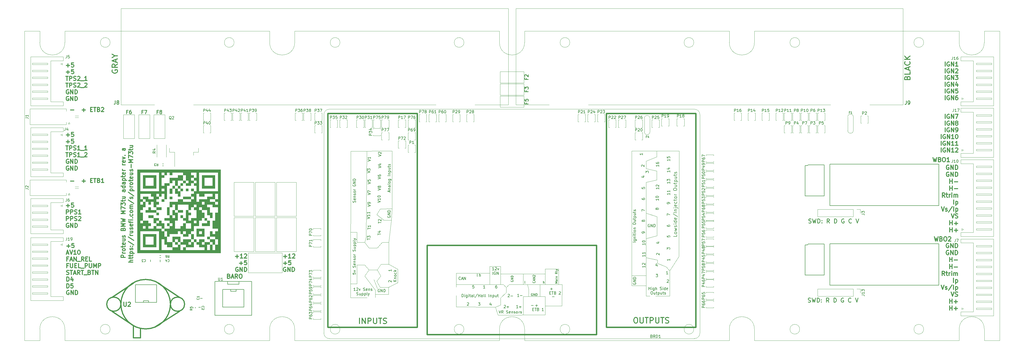
<source format=gto>
G04 #@! TF.GenerationSoftware,KiCad,Pcbnew,(5.99.0-12439-g94954386e6)*
G04 #@! TF.CreationDate,2021-10-25T23:58:22+03:00*
G04 #@! TF.ProjectId,proteusM73tu,70726f74-6575-4734-9d37-3374752e6b69,a*
G04 #@! TF.SameCoordinates,PX2160ec0PYcfb5d40*
G04 #@! TF.FileFunction,Legend,Top*
G04 #@! TF.FilePolarity,Positive*
%FSLAX46Y46*%
G04 Gerber Fmt 4.6, Leading zero omitted, Abs format (unit mm)*
G04 Created by KiCad (PCBNEW (5.99.0-12439-g94954386e6)) date 2021-10-25 23:58:22*
%MOMM*%
%LPD*%
G01*
G04 APERTURE LIST*
%ADD10C,0.300000*%
G04 #@! TA.AperFunction,Profile*
%ADD11C,0.050000*%
G04 #@! TD*
%ADD12C,0.250000*%
%ADD13C,0.150000*%
%ADD14C,0.170000*%
%ADD15C,0.254000*%
%ADD16C,0.127000*%
%ADD17C,0.152400*%
%ADD18C,0.139700*%
%ADD19C,0.200000*%
%ADD20C,0.304800*%
%ADD21C,0.120000*%
%ADD22C,0.203200*%
%ADD23C,0.100000*%
%ADD24C,0.500000*%
%ADD25C,0.381000*%
G04 APERTURE END LIST*
D10*
X75711857Y30247858D02*
X76854714Y30247858D01*
X76283285Y29676429D02*
X76283285Y30819286D01*
X78354714Y29676429D02*
X77497571Y29676429D01*
X77926142Y29676429D02*
X77926142Y31176429D01*
X77783285Y30962143D01*
X77640428Y30819286D01*
X77497571Y30747858D01*
X78926142Y31033572D02*
X78997571Y31105000D01*
X79140428Y31176429D01*
X79497571Y31176429D01*
X79640428Y31105000D01*
X79711857Y31033572D01*
X79783285Y30890715D01*
X79783285Y30747858D01*
X79711857Y30533572D01*
X78854714Y29676429D01*
X79783285Y29676429D01*
X77140428Y27832858D02*
X78283285Y27832858D01*
X77711857Y27261429D02*
X77711857Y28404286D01*
X79711857Y28761429D02*
X78997571Y28761429D01*
X78926142Y28047143D01*
X78997571Y28118572D01*
X79140428Y28190000D01*
X79497571Y28190000D01*
X79640428Y28118572D01*
X79711857Y28047143D01*
X79783285Y27904286D01*
X79783285Y27547143D01*
X79711857Y27404286D01*
X79640428Y27332858D01*
X79497571Y27261429D01*
X79140428Y27261429D01*
X78997571Y27332858D01*
X78926142Y27404286D01*
X76640428Y26275000D02*
X76497571Y26346429D01*
X76283285Y26346429D01*
X76069000Y26275000D01*
X75926142Y26132143D01*
X75854714Y25989286D01*
X75783285Y25703572D01*
X75783285Y25489286D01*
X75854714Y25203572D01*
X75926142Y25060715D01*
X76069000Y24917858D01*
X76283285Y24846429D01*
X76426142Y24846429D01*
X76640428Y24917858D01*
X76711857Y24989286D01*
X76711857Y25489286D01*
X76426142Y25489286D01*
X77354714Y24846429D02*
X77354714Y26346429D01*
X78211857Y24846429D01*
X78211857Y26346429D01*
X78926142Y24846429D02*
X78926142Y26346429D01*
X79283285Y26346429D01*
X79497571Y26275000D01*
X79640428Y26132143D01*
X79711857Y25989286D01*
X79783285Y25703572D01*
X79783285Y25489286D01*
X79711857Y25203572D01*
X79640428Y25060715D01*
X79497571Y24917858D01*
X79283285Y24846429D01*
X78926142Y24846429D01*
X93008142Y30247858D02*
X94151000Y30247858D01*
X93579571Y29676429D02*
X93579571Y30819286D01*
X95651000Y29676429D02*
X94793857Y29676429D01*
X95222428Y29676429D02*
X95222428Y31176429D01*
X95079571Y30962143D01*
X94936714Y30819286D01*
X94793857Y30747858D01*
X96222428Y31033572D02*
X96293857Y31105000D01*
X96436714Y31176429D01*
X96793857Y31176429D01*
X96936714Y31105000D01*
X97008142Y31033572D01*
X97079571Y30890715D01*
X97079571Y30747858D01*
X97008142Y30533572D01*
X96151000Y29676429D01*
X97079571Y29676429D01*
X93008142Y27832858D02*
X94151000Y27832858D01*
X93579571Y27261429D02*
X93579571Y28404286D01*
X95579571Y28761429D02*
X94865285Y28761429D01*
X94793857Y28047143D01*
X94865285Y28118572D01*
X95008142Y28190000D01*
X95365285Y28190000D01*
X95508142Y28118572D01*
X95579571Y28047143D01*
X95651000Y27904286D01*
X95651000Y27547143D01*
X95579571Y27404286D01*
X95508142Y27332858D01*
X95365285Y27261429D01*
X95008142Y27261429D01*
X94865285Y27332858D01*
X94793857Y27404286D01*
X93793857Y26275000D02*
X93651000Y26346429D01*
X93436714Y26346429D01*
X93222428Y26275000D01*
X93079571Y26132143D01*
X93008142Y25989286D01*
X92936714Y25703572D01*
X92936714Y25489286D01*
X93008142Y25203572D01*
X93079571Y25060715D01*
X93222428Y24917858D01*
X93436714Y24846429D01*
X93579571Y24846429D01*
X93793857Y24917858D01*
X93865285Y24989286D01*
X93865285Y25489286D01*
X93579571Y25489286D01*
X94508142Y24846429D02*
X94508142Y26346429D01*
X95365285Y24846429D01*
X95365285Y26346429D01*
X96079571Y24846429D02*
X96079571Y26346429D01*
X96436714Y26346429D01*
X96651000Y26275000D01*
X96793857Y26132143D01*
X96865285Y25989286D01*
X96936714Y25703572D01*
X96936714Y25489286D01*
X96865285Y25203572D01*
X96793857Y25060715D01*
X96651000Y24917858D01*
X96436714Y24846429D01*
X96079571Y24846429D01*
D11*
X170500000Y4100000D02*
X170500000Y0D01*
X5500000Y107200000D02*
X5500000Y111300000D01*
X344500000Y0D02*
X350000000Y0D01*
X88000000Y4100000D02*
X88000000Y0D01*
X278250000Y4100000D02*
G75*
G03*
X278250000Y4100000I-1750000J0D01*
G01*
X5500000Y0D02*
X0Y0D01*
X88000000Y107200000D02*
X88000000Y111300000D01*
X195750000Y4100000D02*
G75*
G03*
X195750000Y4100000I-1750000J0D01*
G01*
X170500000Y111300000D02*
X97000000Y111300000D01*
X335500000Y111300000D02*
X262000000Y111300000D01*
X262000000Y4100000D02*
X262000000Y0D01*
X97000000Y0D02*
X170500000Y0D01*
X335500000Y4100000D02*
G75*
G02*
X344500000Y4100000I4500000J0D01*
G01*
X253000001Y111300000D02*
X179500000Y111300000D01*
X157750000Y107200000D02*
G75*
G03*
X157750000Y107200000I-1750000J0D01*
G01*
X344500000Y111300000D02*
X349999999Y111300000D01*
X30750000Y4100000D02*
G75*
G03*
X30750000Y4100000I-1750000J0D01*
G01*
X179500000Y107200000D02*
X179500000Y111300000D01*
X97000000Y107200000D02*
X97000000Y111300000D01*
X350000000Y0D02*
X350000000Y111300000D01*
X344500000Y107200000D02*
X344500000Y111300000D01*
X5500000Y111300000D02*
X0Y111300000D01*
X335500000Y4100000D02*
X335500000Y0D01*
X253000000Y4100000D02*
G75*
G02*
X262000000Y4100000I4500000J0D01*
G01*
X75250000Y107200000D02*
G75*
G03*
X75250000Y107200000I-1750000J0D01*
G01*
X14500000Y0D02*
X88000000Y0D01*
X5500000Y4100000D02*
X5500000Y0D01*
X113250000Y4100000D02*
G75*
G03*
X113250000Y4100000I-1750000J0D01*
G01*
X253000000Y107200000D02*
G75*
G03*
X262000000Y107200000I4500000J0D01*
G01*
X170500000Y107200000D02*
G75*
G03*
X179500000Y107200000I4500000J0D01*
G01*
X14500000Y4100000D02*
G75*
G03*
X5500000Y4100000I-4500000J0D01*
G01*
X240250000Y107200000D02*
G75*
G03*
X240250000Y107200000I-1750000J0D01*
G01*
X262000000Y0D02*
X335500000Y0D01*
X335500000Y107200000D02*
X335500000Y111300000D01*
X170500000Y107200000D02*
X170500000Y111300000D01*
X97000000Y4100000D02*
X97000000Y0D01*
X88000000Y111300000D02*
X14500000Y111300000D01*
X262000000Y107200000D02*
X262000000Y111300000D01*
X0Y111300000D02*
X0Y0D01*
X322750000Y4100000D02*
G75*
G03*
X322750000Y4100000I-1750000J0D01*
G01*
X344500000Y4100000D02*
X344500000Y0D01*
X179500000Y4100000D02*
X179500000Y0D01*
X97000000Y107200000D02*
G75*
G02*
X88000000Y107200000I-4500000J0D01*
G01*
X30750000Y107200000D02*
G75*
G03*
X30750000Y107200000I-1750000J0D01*
G01*
X113250000Y107200000D02*
G75*
G03*
X113250000Y107200000I-1750000J0D01*
G01*
X253000000Y4100000D02*
X253000000Y0D01*
X322750000Y107200000D02*
G75*
G03*
X322750000Y107200000I-1750000J0D01*
G01*
X335500000Y107200000D02*
G75*
G03*
X344500000Y107200000I4500000J0D01*
G01*
X14500000Y107200000D02*
G75*
G02*
X5500000Y107200000I-4500000J0D01*
G01*
X195750000Y107200000D02*
G75*
G03*
X195750000Y107200000I-1750000J0D01*
G01*
X179500000Y4100000D02*
G75*
G03*
X170500000Y4100000I-4500000J0D01*
G01*
X253000000Y107200000D02*
X253000001Y111300000D01*
X14500000Y107200000D02*
X14500000Y111300000D01*
X75250000Y4100000D02*
G75*
G03*
X75250000Y4100000I-1750000J0D01*
G01*
X278250000Y107200000D02*
G75*
G03*
X278250000Y107200000I-1750000J0D01*
G01*
X179500000Y0D02*
X253000000Y0D01*
X157750000Y4100000D02*
G75*
G03*
X157750000Y4100000I-1750000J0D01*
G01*
X97000000Y4100000D02*
G75*
G03*
X88000000Y4100000I-4500000J0D01*
G01*
X14500000Y4100000D02*
X14500000Y0D01*
X240250000Y4100000D02*
G75*
G03*
X240250000Y4100000I-1750000J0D01*
G01*
D10*
X330447857Y79858929D02*
X330447857Y81358929D01*
X331947857Y81287500D02*
X331805000Y81358929D01*
X331590714Y81358929D01*
X331376428Y81287500D01*
X331233571Y81144643D01*
X331162142Y81001786D01*
X331090714Y80716072D01*
X331090714Y80501786D01*
X331162142Y80216072D01*
X331233571Y80073215D01*
X331376428Y79930358D01*
X331590714Y79858929D01*
X331733571Y79858929D01*
X331947857Y79930358D01*
X332019285Y80001786D01*
X332019285Y80501786D01*
X331733571Y80501786D01*
X332662142Y79858929D02*
X332662142Y81358929D01*
X333519285Y79858929D01*
X333519285Y81358929D01*
X334090714Y81358929D02*
X335090714Y81358929D01*
X334447857Y79858929D01*
X330447857Y77443929D02*
X330447857Y78943929D01*
X331947857Y78872500D02*
X331805000Y78943929D01*
X331590714Y78943929D01*
X331376428Y78872500D01*
X331233571Y78729643D01*
X331162142Y78586786D01*
X331090714Y78301072D01*
X331090714Y78086786D01*
X331162142Y77801072D01*
X331233571Y77658215D01*
X331376428Y77515358D01*
X331590714Y77443929D01*
X331733571Y77443929D01*
X331947857Y77515358D01*
X332019285Y77586786D01*
X332019285Y78086786D01*
X331733571Y78086786D01*
X332662142Y77443929D02*
X332662142Y78943929D01*
X333519285Y77443929D01*
X333519285Y78943929D01*
X334447857Y78301072D02*
X334305000Y78372500D01*
X334233571Y78443929D01*
X334162142Y78586786D01*
X334162142Y78658215D01*
X334233571Y78801072D01*
X334305000Y78872500D01*
X334447857Y78943929D01*
X334733571Y78943929D01*
X334876428Y78872500D01*
X334947857Y78801072D01*
X335019285Y78658215D01*
X335019285Y78586786D01*
X334947857Y78443929D01*
X334876428Y78372500D01*
X334733571Y78301072D01*
X334447857Y78301072D01*
X334305000Y78229643D01*
X334233571Y78158215D01*
X334162142Y78015358D01*
X334162142Y77729643D01*
X334233571Y77586786D01*
X334305000Y77515358D01*
X334447857Y77443929D01*
X334733571Y77443929D01*
X334876428Y77515358D01*
X334947857Y77586786D01*
X335019285Y77729643D01*
X335019285Y78015358D01*
X334947857Y78158215D01*
X334876428Y78229643D01*
X334733571Y78301072D01*
X330447857Y75028929D02*
X330447857Y76528929D01*
X331947857Y76457500D02*
X331805000Y76528929D01*
X331590714Y76528929D01*
X331376428Y76457500D01*
X331233571Y76314643D01*
X331162142Y76171786D01*
X331090714Y75886072D01*
X331090714Y75671786D01*
X331162142Y75386072D01*
X331233571Y75243215D01*
X331376428Y75100358D01*
X331590714Y75028929D01*
X331733571Y75028929D01*
X331947857Y75100358D01*
X332019285Y75171786D01*
X332019285Y75671786D01*
X331733571Y75671786D01*
X332662142Y75028929D02*
X332662142Y76528929D01*
X333519285Y75028929D01*
X333519285Y76528929D01*
X334305000Y75028929D02*
X334590714Y75028929D01*
X334733571Y75100358D01*
X334805000Y75171786D01*
X334947857Y75386072D01*
X335019285Y75671786D01*
X335019285Y76243215D01*
X334947857Y76386072D01*
X334876428Y76457500D01*
X334733571Y76528929D01*
X334447857Y76528929D01*
X334305000Y76457500D01*
X334233571Y76386072D01*
X334162142Y76243215D01*
X334162142Y75886072D01*
X334233571Y75743215D01*
X334305000Y75671786D01*
X334447857Y75600358D01*
X334733571Y75600358D01*
X334876428Y75671786D01*
X334947857Y75743215D01*
X335019285Y75886072D01*
X329019285Y72613929D02*
X329019285Y74113929D01*
X330519285Y74042500D02*
X330376428Y74113929D01*
X330162142Y74113929D01*
X329947857Y74042500D01*
X329805000Y73899643D01*
X329733571Y73756786D01*
X329662142Y73471072D01*
X329662142Y73256786D01*
X329733571Y72971072D01*
X329805000Y72828215D01*
X329947857Y72685358D01*
X330162142Y72613929D01*
X330305000Y72613929D01*
X330519285Y72685358D01*
X330590714Y72756786D01*
X330590714Y73256786D01*
X330305000Y73256786D01*
X331233571Y72613929D02*
X331233571Y74113929D01*
X332090714Y72613929D01*
X332090714Y74113929D01*
X333590714Y72613929D02*
X332733571Y72613929D01*
X333162142Y72613929D02*
X333162142Y74113929D01*
X333019285Y73899643D01*
X332876428Y73756786D01*
X332733571Y73685358D01*
X334519285Y74113929D02*
X334662142Y74113929D01*
X334805000Y74042500D01*
X334876428Y73971072D01*
X334947857Y73828215D01*
X335019285Y73542500D01*
X335019285Y73185358D01*
X334947857Y72899643D01*
X334876428Y72756786D01*
X334805000Y72685358D01*
X334662142Y72613929D01*
X334519285Y72613929D01*
X334376428Y72685358D01*
X334305000Y72756786D01*
X334233571Y72899643D01*
X334162142Y73185358D01*
X334162142Y73542500D01*
X334233571Y73828215D01*
X334305000Y73971072D01*
X334376428Y74042500D01*
X334519285Y74113929D01*
X329019285Y70198929D02*
X329019285Y71698929D01*
X330519285Y71627500D02*
X330376428Y71698929D01*
X330162142Y71698929D01*
X329947857Y71627500D01*
X329805000Y71484643D01*
X329733571Y71341786D01*
X329662142Y71056072D01*
X329662142Y70841786D01*
X329733571Y70556072D01*
X329805000Y70413215D01*
X329947857Y70270358D01*
X330162142Y70198929D01*
X330305000Y70198929D01*
X330519285Y70270358D01*
X330590714Y70341786D01*
X330590714Y70841786D01*
X330305000Y70841786D01*
X331233571Y70198929D02*
X331233571Y71698929D01*
X332090714Y70198929D01*
X332090714Y71698929D01*
X333590714Y70198929D02*
X332733571Y70198929D01*
X333162142Y70198929D02*
X333162142Y71698929D01*
X333019285Y71484643D01*
X332876428Y71341786D01*
X332733571Y71270358D01*
X335019285Y70198929D02*
X334162142Y70198929D01*
X334590714Y70198929D02*
X334590714Y71698929D01*
X334447857Y71484643D01*
X334305000Y71341786D01*
X334162142Y71270358D01*
X329019285Y67783929D02*
X329019285Y69283929D01*
X330519285Y69212500D02*
X330376428Y69283929D01*
X330162142Y69283929D01*
X329947857Y69212500D01*
X329805000Y69069643D01*
X329733571Y68926786D01*
X329662142Y68641072D01*
X329662142Y68426786D01*
X329733571Y68141072D01*
X329805000Y67998215D01*
X329947857Y67855358D01*
X330162142Y67783929D01*
X330305000Y67783929D01*
X330519285Y67855358D01*
X330590714Y67926786D01*
X330590714Y68426786D01*
X330305000Y68426786D01*
X331233571Y67783929D02*
X331233571Y69283929D01*
X332090714Y67783929D01*
X332090714Y69283929D01*
X333590714Y67783929D02*
X332733571Y67783929D01*
X333162142Y67783929D02*
X333162142Y69283929D01*
X333019285Y69069643D01*
X332876428Y68926786D01*
X332733571Y68855358D01*
X334162142Y69141072D02*
X334233571Y69212500D01*
X334376428Y69283929D01*
X334733571Y69283929D01*
X334876428Y69212500D01*
X334947857Y69141072D01*
X335019285Y68998215D01*
X335019285Y68855358D01*
X334947857Y68641072D01*
X334090714Y67783929D01*
X335019285Y67783929D01*
X316857142Y94476191D02*
X316952380Y94761905D01*
X317047619Y94857143D01*
X317238095Y94952381D01*
X317523809Y94952381D01*
X317714285Y94857143D01*
X317809523Y94761905D01*
X317904761Y94571429D01*
X317904761Y93809524D01*
X315904761Y93809524D01*
X315904761Y94476191D01*
X316000000Y94666667D01*
X316095238Y94761905D01*
X316285714Y94857143D01*
X316476190Y94857143D01*
X316666666Y94761905D01*
X316761904Y94666667D01*
X316857142Y94476191D01*
X316857142Y93809524D01*
X317904761Y96761905D02*
X317904761Y95809524D01*
X315904761Y95809524D01*
X317333333Y97333334D02*
X317333333Y98285715D01*
X317904761Y97142858D02*
X315904761Y97809524D01*
X317904761Y98476191D01*
X317714285Y100285715D02*
X317809523Y100190477D01*
X317904761Y99904762D01*
X317904761Y99714286D01*
X317809523Y99428572D01*
X317619047Y99238096D01*
X317428571Y99142858D01*
X317047619Y99047620D01*
X316761904Y99047620D01*
X316380952Y99142858D01*
X316190476Y99238096D01*
X316000000Y99428572D01*
X315904761Y99714286D01*
X315904761Y99904762D01*
X316000000Y100190477D01*
X316095238Y100285715D01*
X317904761Y101142858D02*
X315904761Y101142858D01*
X317904761Y102285715D02*
X316761904Y101428572D01*
X315904761Y102285715D02*
X317047619Y101142858D01*
X15052142Y73930358D02*
X16195000Y73930358D01*
X15623571Y73358929D02*
X15623571Y74501786D01*
X17623571Y74858929D02*
X16909285Y74858929D01*
X16837857Y74144643D01*
X16909285Y74216072D01*
X17052142Y74287500D01*
X17409285Y74287500D01*
X17552142Y74216072D01*
X17623571Y74144643D01*
X17695000Y74001786D01*
X17695000Y73644643D01*
X17623571Y73501786D01*
X17552142Y73430358D01*
X17409285Y73358929D01*
X17052142Y73358929D01*
X16909285Y73430358D01*
X16837857Y73501786D01*
X15052142Y71515358D02*
X16195000Y71515358D01*
X15623571Y70943929D02*
X15623571Y72086786D01*
X17623571Y72443929D02*
X16909285Y72443929D01*
X16837857Y71729643D01*
X16909285Y71801072D01*
X17052142Y71872500D01*
X17409285Y71872500D01*
X17552142Y71801072D01*
X17623571Y71729643D01*
X17695000Y71586786D01*
X17695000Y71229643D01*
X17623571Y71086786D01*
X17552142Y71015358D01*
X17409285Y70943929D01*
X17052142Y70943929D01*
X16909285Y71015358D01*
X16837857Y71086786D01*
X14837857Y70028929D02*
X15695000Y70028929D01*
X15266428Y68528929D02*
X15266428Y70028929D01*
X16195000Y68528929D02*
X16195000Y70028929D01*
X16766428Y70028929D01*
X16909285Y69957500D01*
X16980714Y69886072D01*
X17052142Y69743215D01*
X17052142Y69528929D01*
X16980714Y69386072D01*
X16909285Y69314643D01*
X16766428Y69243215D01*
X16195000Y69243215D01*
X17623571Y68600358D02*
X17837857Y68528929D01*
X18195000Y68528929D01*
X18337857Y68600358D01*
X18409285Y68671786D01*
X18480714Y68814643D01*
X18480714Y68957500D01*
X18409285Y69100358D01*
X18337857Y69171786D01*
X18195000Y69243215D01*
X17909285Y69314643D01*
X17766428Y69386072D01*
X17695000Y69457500D01*
X17623571Y69600358D01*
X17623571Y69743215D01*
X17695000Y69886072D01*
X17766428Y69957500D01*
X17909285Y70028929D01*
X18266428Y70028929D01*
X18480714Y69957500D01*
X19909285Y68528929D02*
X19052142Y68528929D01*
X19480714Y68528929D02*
X19480714Y70028929D01*
X19337857Y69814643D01*
X19195000Y69671786D01*
X19052142Y69600358D01*
X20195000Y68386072D02*
X21337857Y68386072D01*
X22480714Y68528929D02*
X21623571Y68528929D01*
X22052142Y68528929D02*
X22052142Y70028929D01*
X21909285Y69814643D01*
X21766428Y69671786D01*
X21623571Y69600358D01*
X14837857Y67613929D02*
X15695000Y67613929D01*
X15266428Y66113929D02*
X15266428Y67613929D01*
X16195000Y66113929D02*
X16195000Y67613929D01*
X16766428Y67613929D01*
X16909285Y67542500D01*
X16980714Y67471072D01*
X17052142Y67328215D01*
X17052142Y67113929D01*
X16980714Y66971072D01*
X16909285Y66899643D01*
X16766428Y66828215D01*
X16195000Y66828215D01*
X17623571Y66185358D02*
X17837857Y66113929D01*
X18195000Y66113929D01*
X18337857Y66185358D01*
X18409285Y66256786D01*
X18480714Y66399643D01*
X18480714Y66542500D01*
X18409285Y66685358D01*
X18337857Y66756786D01*
X18195000Y66828215D01*
X17909285Y66899643D01*
X17766428Y66971072D01*
X17695000Y67042500D01*
X17623571Y67185358D01*
X17623571Y67328215D01*
X17695000Y67471072D01*
X17766428Y67542500D01*
X17909285Y67613929D01*
X18266428Y67613929D01*
X18480714Y67542500D01*
X19909285Y66113929D02*
X19052142Y66113929D01*
X19480714Y66113929D02*
X19480714Y67613929D01*
X19337857Y67399643D01*
X19195000Y67256786D01*
X19052142Y67185358D01*
X20195000Y65971072D02*
X21337857Y65971072D01*
X21623571Y67471072D02*
X21695000Y67542500D01*
X21837857Y67613929D01*
X22195000Y67613929D01*
X22337857Y67542500D01*
X22409285Y67471072D01*
X22480714Y67328215D01*
X22480714Y67185358D01*
X22409285Y66971072D01*
X21552142Y66113929D01*
X22480714Y66113929D01*
X15837857Y65127500D02*
X15695000Y65198929D01*
X15480714Y65198929D01*
X15266428Y65127500D01*
X15123571Y64984643D01*
X15052142Y64841786D01*
X14980714Y64556072D01*
X14980714Y64341786D01*
X15052142Y64056072D01*
X15123571Y63913215D01*
X15266428Y63770358D01*
X15480714Y63698929D01*
X15623571Y63698929D01*
X15837857Y63770358D01*
X15909285Y63841786D01*
X15909285Y64341786D01*
X15623571Y64341786D01*
X16552142Y63698929D02*
X16552142Y65198929D01*
X17409285Y63698929D01*
X17409285Y65198929D01*
X18123571Y63698929D02*
X18123571Y65198929D01*
X18480714Y65198929D01*
X18695000Y65127500D01*
X18837857Y64984643D01*
X18909285Y64841786D01*
X18980714Y64556072D01*
X18980714Y64341786D01*
X18909285Y64056072D01*
X18837857Y63913215D01*
X18695000Y63770358D01*
X18480714Y63698929D01*
X18123571Y63698929D01*
X15837857Y62712500D02*
X15695000Y62783929D01*
X15480714Y62783929D01*
X15266428Y62712500D01*
X15123571Y62569643D01*
X15052142Y62426786D01*
X14980714Y62141072D01*
X14980714Y61926786D01*
X15052142Y61641072D01*
X15123571Y61498215D01*
X15266428Y61355358D01*
X15480714Y61283929D01*
X15623571Y61283929D01*
X15837857Y61355358D01*
X15909285Y61426786D01*
X15909285Y61926786D01*
X15623571Y61926786D01*
X16552142Y61283929D02*
X16552142Y62783929D01*
X17409285Y61283929D01*
X17409285Y62783929D01*
X18123571Y61283929D02*
X18123571Y62783929D01*
X18480714Y62783929D01*
X18695000Y62712500D01*
X18837857Y62569643D01*
X18909285Y62426786D01*
X18980714Y62141072D01*
X18980714Y61926786D01*
X18909285Y61641072D01*
X18837857Y61498215D01*
X18695000Y61355358D01*
X18480714Y61283929D01*
X18123571Y61283929D01*
D12*
X281266071Y13892858D02*
X281480357Y13821429D01*
X281837500Y13821429D01*
X281980357Y13892858D01*
X282051785Y13964286D01*
X282123214Y14107143D01*
X282123214Y14250000D01*
X282051785Y14392858D01*
X281980357Y14464286D01*
X281837500Y14535715D01*
X281551785Y14607143D01*
X281408928Y14678572D01*
X281337500Y14750000D01*
X281266071Y14892858D01*
X281266071Y15035715D01*
X281337500Y15178572D01*
X281408928Y15250000D01*
X281551785Y15321429D01*
X281908928Y15321429D01*
X282123214Y15250000D01*
X282623214Y15321429D02*
X282980357Y13821429D01*
X283266071Y14892858D01*
X283551785Y13821429D01*
X283908928Y15321429D01*
X284480357Y13821429D02*
X284480357Y15321429D01*
X284837500Y15321429D01*
X285051785Y15250000D01*
X285194642Y15107143D01*
X285266071Y14964286D01*
X285337500Y14678572D01*
X285337500Y14464286D01*
X285266071Y14178572D01*
X285194642Y14035715D01*
X285051785Y13892858D01*
X284837500Y13821429D01*
X284480357Y13821429D01*
X285980357Y13964286D02*
X286051785Y13892858D01*
X285980357Y13821429D01*
X285908928Y13892858D01*
X285980357Y13964286D01*
X285980357Y13821429D01*
X285980357Y14750000D02*
X286051785Y14678572D01*
X285980357Y14607143D01*
X285908928Y14678572D01*
X285980357Y14750000D01*
X285980357Y14607143D01*
X288694642Y13821429D02*
X288194642Y14535715D01*
X287837500Y13821429D02*
X287837500Y15321429D01*
X288408928Y15321429D01*
X288551785Y15250000D01*
X288623214Y15178572D01*
X288694642Y15035715D01*
X288694642Y14821429D01*
X288623214Y14678572D01*
X288551785Y14607143D01*
X288408928Y14535715D01*
X287837500Y14535715D01*
X290480357Y13821429D02*
X290480357Y15321429D01*
X290837500Y15321429D01*
X291051785Y15250000D01*
X291194642Y15107143D01*
X291266071Y14964286D01*
X291337500Y14678572D01*
X291337500Y14464286D01*
X291266071Y14178572D01*
X291194642Y14035715D01*
X291051785Y13892858D01*
X290837500Y13821429D01*
X290480357Y13821429D01*
X293908928Y15250000D02*
X293766071Y15321429D01*
X293551785Y15321429D01*
X293337500Y15250000D01*
X293194642Y15107143D01*
X293123214Y14964286D01*
X293051785Y14678572D01*
X293051785Y14464286D01*
X293123214Y14178572D01*
X293194642Y14035715D01*
X293337500Y13892858D01*
X293551785Y13821429D01*
X293694642Y13821429D01*
X293908928Y13892858D01*
X293980357Y13964286D01*
X293980357Y14464286D01*
X293694642Y14464286D01*
X296623214Y13964286D02*
X296551785Y13892858D01*
X296337500Y13821429D01*
X296194642Y13821429D01*
X295980357Y13892858D01*
X295837500Y14035715D01*
X295766071Y14178572D01*
X295694642Y14464286D01*
X295694642Y14678572D01*
X295766071Y14964286D01*
X295837500Y15107143D01*
X295980357Y15250000D01*
X296194642Y15321429D01*
X296337500Y15321429D01*
X296551785Y15250000D01*
X296623214Y15178572D01*
X298194642Y15321429D02*
X298694642Y13821429D01*
X299194642Y15321429D01*
X281466071Y42392858D02*
X281680357Y42321429D01*
X282037500Y42321429D01*
X282180357Y42392858D01*
X282251785Y42464286D01*
X282323214Y42607143D01*
X282323214Y42750000D01*
X282251785Y42892858D01*
X282180357Y42964286D01*
X282037500Y43035715D01*
X281751785Y43107143D01*
X281608928Y43178572D01*
X281537500Y43250000D01*
X281466071Y43392858D01*
X281466071Y43535715D01*
X281537500Y43678572D01*
X281608928Y43750000D01*
X281751785Y43821429D01*
X282108928Y43821429D01*
X282323214Y43750000D01*
X282823214Y43821429D02*
X283180357Y42321429D01*
X283466071Y43392858D01*
X283751785Y42321429D01*
X284108928Y43821429D01*
X284680357Y42321429D02*
X284680357Y43821429D01*
X285037500Y43821429D01*
X285251785Y43750000D01*
X285394642Y43607143D01*
X285466071Y43464286D01*
X285537500Y43178572D01*
X285537500Y42964286D01*
X285466071Y42678572D01*
X285394642Y42535715D01*
X285251785Y42392858D01*
X285037500Y42321429D01*
X284680357Y42321429D01*
X286180357Y42464286D02*
X286251785Y42392858D01*
X286180357Y42321429D01*
X286108928Y42392858D01*
X286180357Y42464286D01*
X286180357Y42321429D01*
X286180357Y43250000D02*
X286251785Y43178572D01*
X286180357Y43107143D01*
X286108928Y43178572D01*
X286180357Y43250000D01*
X286180357Y43107143D01*
X288894642Y42321429D02*
X288394642Y43035715D01*
X288037500Y42321429D02*
X288037500Y43821429D01*
X288608928Y43821429D01*
X288751785Y43750000D01*
X288823214Y43678572D01*
X288894642Y43535715D01*
X288894642Y43321429D01*
X288823214Y43178572D01*
X288751785Y43107143D01*
X288608928Y43035715D01*
X288037500Y43035715D01*
X290680357Y42321429D02*
X290680357Y43821429D01*
X291037500Y43821429D01*
X291251785Y43750000D01*
X291394642Y43607143D01*
X291466071Y43464286D01*
X291537500Y43178572D01*
X291537500Y42964286D01*
X291466071Y42678572D01*
X291394642Y42535715D01*
X291251785Y42392858D01*
X291037500Y42321429D01*
X290680357Y42321429D01*
X294108928Y43750000D02*
X293966071Y43821429D01*
X293751785Y43821429D01*
X293537500Y43750000D01*
X293394642Y43607143D01*
X293323214Y43464286D01*
X293251785Y43178572D01*
X293251785Y42964286D01*
X293323214Y42678572D01*
X293394642Y42535715D01*
X293537500Y42392858D01*
X293751785Y42321429D01*
X293894642Y42321429D01*
X294108928Y42392858D01*
X294180357Y42464286D01*
X294180357Y42964286D01*
X293894642Y42964286D01*
X296823214Y42464286D02*
X296751785Y42392858D01*
X296537500Y42321429D01*
X296394642Y42321429D01*
X296180357Y42392858D01*
X296037500Y42535715D01*
X295966071Y42678572D01*
X295894642Y42964286D01*
X295894642Y43178572D01*
X295966071Y43464286D01*
X296037500Y43607143D01*
X296180357Y43750000D01*
X296394642Y43821429D01*
X296537500Y43821429D01*
X296751785Y43750000D01*
X296823214Y43678572D01*
X298394642Y43821429D02*
X298894642Y42321429D01*
X299394642Y43821429D01*
D10*
X36178571Y29928572D02*
X34678571Y29928572D01*
X34678571Y30500000D01*
X34750000Y30642858D01*
X34821428Y30714286D01*
X34964285Y30785715D01*
X35178571Y30785715D01*
X35321428Y30714286D01*
X35392857Y30642858D01*
X35464285Y30500000D01*
X35464285Y29928572D01*
X36178571Y31428572D02*
X35178571Y31428572D01*
X35464285Y31428572D02*
X35321428Y31500000D01*
X35250000Y31571429D01*
X35178571Y31714286D01*
X35178571Y31857143D01*
X36178571Y32571429D02*
X36107142Y32428572D01*
X36035714Y32357143D01*
X35892857Y32285715D01*
X35464285Y32285715D01*
X35321428Y32357143D01*
X35250000Y32428572D01*
X35178571Y32571429D01*
X35178571Y32785715D01*
X35250000Y32928572D01*
X35321428Y33000000D01*
X35464285Y33071429D01*
X35892857Y33071429D01*
X36035714Y33000000D01*
X36107142Y32928572D01*
X36178571Y32785715D01*
X36178571Y32571429D01*
X35178571Y33500000D02*
X35178571Y34071429D01*
X34678571Y33714286D02*
X35964285Y33714286D01*
X36107142Y33785715D01*
X36178571Y33928572D01*
X36178571Y34071429D01*
X36107142Y35142858D02*
X36178571Y35000000D01*
X36178571Y34714286D01*
X36107142Y34571429D01*
X35964285Y34500000D01*
X35392857Y34500000D01*
X35250000Y34571429D01*
X35178571Y34714286D01*
X35178571Y35000000D01*
X35250000Y35142858D01*
X35392857Y35214286D01*
X35535714Y35214286D01*
X35678571Y34500000D01*
X35178571Y36500000D02*
X36178571Y36500000D01*
X35178571Y35857143D02*
X35964285Y35857143D01*
X36107142Y35928572D01*
X36178571Y36071429D01*
X36178571Y36285715D01*
X36107142Y36428572D01*
X36035714Y36500000D01*
X36107142Y37142858D02*
X36178571Y37285715D01*
X36178571Y37571429D01*
X36107142Y37714286D01*
X35964285Y37785715D01*
X35892857Y37785715D01*
X35750000Y37714286D01*
X35678571Y37571429D01*
X35678571Y37357143D01*
X35607142Y37214286D01*
X35464285Y37142858D01*
X35392857Y37142858D01*
X35250000Y37214286D01*
X35178571Y37357143D01*
X35178571Y37571429D01*
X35250000Y37714286D01*
X35392857Y40071429D02*
X35464285Y40285715D01*
X35535714Y40357143D01*
X35678571Y40428572D01*
X35892857Y40428572D01*
X36035714Y40357143D01*
X36107142Y40285715D01*
X36178571Y40142858D01*
X36178571Y39571429D01*
X34678571Y39571429D01*
X34678571Y40071429D01*
X34750000Y40214286D01*
X34821428Y40285715D01*
X34964285Y40357143D01*
X35107142Y40357143D01*
X35250000Y40285715D01*
X35321428Y40214286D01*
X35392857Y40071429D01*
X35392857Y39571429D01*
X36178571Y41071429D02*
X34678571Y41071429D01*
X35750000Y41571429D01*
X34678571Y42071429D01*
X36178571Y42071429D01*
X34678571Y42642858D02*
X36178571Y43000000D01*
X35107142Y43285715D01*
X36178571Y43571429D01*
X34678571Y43928572D01*
X36178571Y45642858D02*
X34678571Y45642858D01*
X35750000Y46142858D01*
X34678571Y46642858D01*
X36178571Y46642858D01*
X34678571Y47214286D02*
X34678571Y48214286D01*
X36178571Y47571429D01*
X34678571Y48642858D02*
X34678571Y49571429D01*
X35250000Y49071429D01*
X35250000Y49285715D01*
X35321428Y49428572D01*
X35392857Y49500000D01*
X35535714Y49571429D01*
X35892857Y49571429D01*
X36035714Y49500000D01*
X36107142Y49428572D01*
X36178571Y49285715D01*
X36178571Y48857143D01*
X36107142Y48714286D01*
X36035714Y48642858D01*
X35178571Y50000000D02*
X35178571Y50571429D01*
X34678571Y50214286D02*
X35964285Y50214286D01*
X36107142Y50285715D01*
X36178571Y50428572D01*
X36178571Y50571429D01*
X35178571Y51714286D02*
X36178571Y51714286D01*
X35178571Y51071429D02*
X35964285Y51071429D01*
X36107142Y51142858D01*
X36178571Y51285715D01*
X36178571Y51500000D01*
X36107142Y51642858D01*
X36035714Y51714286D01*
X36178571Y54214286D02*
X35392857Y54214286D01*
X35250000Y54142858D01*
X35178571Y54000000D01*
X35178571Y53714286D01*
X35250000Y53571429D01*
X36107142Y54214286D02*
X36178571Y54071429D01*
X36178571Y53714286D01*
X36107142Y53571429D01*
X35964285Y53500000D01*
X35821428Y53500000D01*
X35678571Y53571429D01*
X35607142Y53714286D01*
X35607142Y54071429D01*
X35535714Y54214286D01*
X36178571Y55571429D02*
X34678571Y55571429D01*
X36107142Y55571429D02*
X36178571Y55428572D01*
X36178571Y55142858D01*
X36107142Y55000000D01*
X36035714Y54928572D01*
X35892857Y54857143D01*
X35464285Y54857143D01*
X35321428Y54928572D01*
X35250000Y55000000D01*
X35178571Y55142858D01*
X35178571Y55428572D01*
X35250000Y55571429D01*
X36178571Y56928572D02*
X35392857Y56928572D01*
X35250000Y56857143D01*
X35178571Y56714286D01*
X35178571Y56428572D01*
X35250000Y56285715D01*
X36107142Y56928572D02*
X36178571Y56785715D01*
X36178571Y56428572D01*
X36107142Y56285715D01*
X35964285Y56214286D01*
X35821428Y56214286D01*
X35678571Y56285715D01*
X35607142Y56428572D01*
X35607142Y56785715D01*
X35535714Y56928572D01*
X35178571Y57642858D02*
X36678571Y57642858D01*
X35250000Y57642858D02*
X35178571Y57785715D01*
X35178571Y58071429D01*
X35250000Y58214286D01*
X35321428Y58285715D01*
X35464285Y58357143D01*
X35892857Y58357143D01*
X36035714Y58285715D01*
X36107142Y58214286D01*
X36178571Y58071429D01*
X36178571Y57785715D01*
X36107142Y57642858D01*
X35178571Y58785715D02*
X35178571Y59357143D01*
X34678571Y59000000D02*
X35964285Y59000000D01*
X36107142Y59071429D01*
X36178571Y59214286D01*
X36178571Y59357143D01*
X36107142Y60428572D02*
X36178571Y60285715D01*
X36178571Y60000000D01*
X36107142Y59857143D01*
X35964285Y59785715D01*
X35392857Y59785715D01*
X35250000Y59857143D01*
X35178571Y60000000D01*
X35178571Y60285715D01*
X35250000Y60428572D01*
X35392857Y60500000D01*
X35535714Y60500000D01*
X35678571Y59785715D01*
X36178571Y61142858D02*
X35178571Y61142858D01*
X35464285Y61142858D02*
X35321428Y61214286D01*
X35250000Y61285715D01*
X35178571Y61428572D01*
X35178571Y61571429D01*
X36178571Y63214286D02*
X35178571Y63214286D01*
X35464285Y63214286D02*
X35321428Y63285715D01*
X35250000Y63357143D01*
X35178571Y63500000D01*
X35178571Y63642858D01*
X36107142Y64714286D02*
X36178571Y64571429D01*
X36178571Y64285715D01*
X36107142Y64142858D01*
X35964285Y64071429D01*
X35392857Y64071429D01*
X35250000Y64142858D01*
X35178571Y64285715D01*
X35178571Y64571429D01*
X35250000Y64714286D01*
X35392857Y64785715D01*
X35535714Y64785715D01*
X35678571Y64071429D01*
X35178571Y65285715D02*
X36178571Y65642858D01*
X35178571Y66000000D01*
X36035714Y66571429D02*
X36107142Y66642858D01*
X36178571Y66571429D01*
X36107142Y66500000D01*
X36035714Y66571429D01*
X36178571Y66571429D01*
X36178571Y69071429D02*
X35392857Y69071429D01*
X35250000Y69000000D01*
X35178571Y68857143D01*
X35178571Y68571429D01*
X35250000Y68428572D01*
X36107142Y69071429D02*
X36178571Y68928572D01*
X36178571Y68571429D01*
X36107142Y68428572D01*
X35964285Y68357143D01*
X35821428Y68357143D01*
X35678571Y68428572D01*
X35607142Y68571429D01*
X35607142Y68928572D01*
X35535714Y69071429D01*
X16552142Y82892858D02*
X17695000Y82892858D01*
X20695000Y82892858D02*
X21837857Y82892858D01*
X21266428Y82321429D02*
X21266428Y83464286D01*
X23695000Y83107143D02*
X24195000Y83107143D01*
X24409285Y82321429D02*
X23695000Y82321429D01*
X23695000Y83821429D01*
X24409285Y83821429D01*
X24837857Y83821429D02*
X25695000Y83821429D01*
X25266428Y82321429D02*
X25266428Y83821429D01*
X26695000Y83107143D02*
X26909285Y83035715D01*
X26980714Y82964286D01*
X27052142Y82821429D01*
X27052142Y82607143D01*
X26980714Y82464286D01*
X26909285Y82392858D01*
X26766428Y82321429D01*
X26195000Y82321429D01*
X26195000Y83821429D01*
X26695000Y83821429D01*
X26837857Y83750000D01*
X26909285Y83678572D01*
X26980714Y83535715D01*
X26980714Y83392858D01*
X26909285Y83250000D01*
X26837857Y83178572D01*
X26695000Y83107143D01*
X26195000Y83107143D01*
X27623571Y83678572D02*
X27695000Y83750000D01*
X27837857Y83821429D01*
X28195000Y83821429D01*
X28337857Y83750000D01*
X28409285Y83678572D01*
X28480714Y83535715D01*
X28480714Y83392858D01*
X28409285Y83178572D01*
X27552142Y82321429D01*
X28480714Y82321429D01*
X38878571Y28271429D02*
X37378571Y28271429D01*
X38878571Y28914286D02*
X38092857Y28914286D01*
X37950000Y28842858D01*
X37878571Y28700000D01*
X37878571Y28485715D01*
X37950000Y28342858D01*
X38021428Y28271429D01*
X37878571Y29414286D02*
X37878571Y29985715D01*
X37378571Y29628572D02*
X38664285Y29628572D01*
X38807142Y29700000D01*
X38878571Y29842858D01*
X38878571Y29985715D01*
X37878571Y30271429D02*
X37878571Y30842858D01*
X37378571Y30485715D02*
X38664285Y30485715D01*
X38807142Y30557143D01*
X38878571Y30700000D01*
X38878571Y30842858D01*
X37878571Y31342858D02*
X39378571Y31342858D01*
X37950000Y31342858D02*
X37878571Y31485715D01*
X37878571Y31771429D01*
X37950000Y31914286D01*
X38021428Y31985715D01*
X38164285Y32057143D01*
X38592857Y32057143D01*
X38735714Y31985715D01*
X38807142Y31914286D01*
X38878571Y31771429D01*
X38878571Y31485715D01*
X38807142Y31342858D01*
X38807142Y32628572D02*
X38878571Y32771429D01*
X38878571Y33057143D01*
X38807142Y33200000D01*
X38664285Y33271429D01*
X38592857Y33271429D01*
X38450000Y33200000D01*
X38378571Y33057143D01*
X38378571Y32842858D01*
X38307142Y32700000D01*
X38164285Y32628572D01*
X38092857Y32628572D01*
X37950000Y32700000D01*
X37878571Y32842858D01*
X37878571Y33057143D01*
X37950000Y33200000D01*
X38735714Y33914286D02*
X38807142Y33985715D01*
X38878571Y33914286D01*
X38807142Y33842858D01*
X38735714Y33914286D01*
X38878571Y33914286D01*
X37950000Y33914286D02*
X38021428Y33985715D01*
X38092857Y33914286D01*
X38021428Y33842858D01*
X37950000Y33914286D01*
X38092857Y33914286D01*
X37307142Y35700000D02*
X39235714Y34414286D01*
X37307142Y37271429D02*
X39235714Y35985715D01*
X38878571Y37771429D02*
X37878571Y37771429D01*
X38164285Y37771429D02*
X38021428Y37842858D01*
X37950000Y37914286D01*
X37878571Y38057143D01*
X37878571Y38200000D01*
X37878571Y39342858D02*
X38878571Y39342858D01*
X37878571Y38700000D02*
X38664285Y38700000D01*
X38807142Y38771429D01*
X38878571Y38914286D01*
X38878571Y39128572D01*
X38807142Y39271429D01*
X38735714Y39342858D01*
X38807142Y39985715D02*
X38878571Y40128572D01*
X38878571Y40414286D01*
X38807142Y40557143D01*
X38664285Y40628572D01*
X38592857Y40628572D01*
X38450000Y40557143D01*
X38378571Y40414286D01*
X38378571Y40200000D01*
X38307142Y40057143D01*
X38164285Y39985715D01*
X38092857Y39985715D01*
X37950000Y40057143D01*
X37878571Y40200000D01*
X37878571Y40414286D01*
X37950000Y40557143D01*
X38807142Y41842858D02*
X38878571Y41700000D01*
X38878571Y41414286D01*
X38807142Y41271429D01*
X38664285Y41200000D01*
X38092857Y41200000D01*
X37950000Y41271429D01*
X37878571Y41414286D01*
X37878571Y41700000D01*
X37950000Y41842858D01*
X38092857Y41914286D01*
X38235714Y41914286D01*
X38378571Y41200000D01*
X37878571Y42342858D02*
X37878571Y42914286D01*
X38878571Y42557143D02*
X37592857Y42557143D01*
X37450000Y42628572D01*
X37378571Y42771429D01*
X37378571Y42914286D01*
X38878571Y43414286D02*
X37878571Y43414286D01*
X37378571Y43414286D02*
X37450000Y43342858D01*
X37521428Y43414286D01*
X37450000Y43485715D01*
X37378571Y43414286D01*
X37521428Y43414286D01*
X38735714Y44128572D02*
X38807142Y44200000D01*
X38878571Y44128572D01*
X38807142Y44057143D01*
X38735714Y44128572D01*
X38878571Y44128572D01*
X38807142Y45485715D02*
X38878571Y45342858D01*
X38878571Y45057143D01*
X38807142Y44914286D01*
X38735714Y44842858D01*
X38592857Y44771429D01*
X38164285Y44771429D01*
X38021428Y44842858D01*
X37950000Y44914286D01*
X37878571Y45057143D01*
X37878571Y45342858D01*
X37950000Y45485715D01*
X38878571Y46342858D02*
X38807142Y46200000D01*
X38735714Y46128572D01*
X38592857Y46057143D01*
X38164285Y46057143D01*
X38021428Y46128572D01*
X37950000Y46200000D01*
X37878571Y46342858D01*
X37878571Y46557143D01*
X37950000Y46700000D01*
X38021428Y46771429D01*
X38164285Y46842858D01*
X38592857Y46842858D01*
X38735714Y46771429D01*
X38807142Y46700000D01*
X38878571Y46557143D01*
X38878571Y46342858D01*
X38878571Y47485715D02*
X37878571Y47485715D01*
X38021428Y47485715D02*
X37950000Y47557143D01*
X37878571Y47700000D01*
X37878571Y47914286D01*
X37950000Y48057143D01*
X38092857Y48128572D01*
X38878571Y48128572D01*
X38092857Y48128572D02*
X37950000Y48200000D01*
X37878571Y48342858D01*
X37878571Y48557143D01*
X37950000Y48700000D01*
X38092857Y48771429D01*
X38878571Y48771429D01*
X37307142Y50557143D02*
X39235714Y49271429D01*
X38807142Y50985715D02*
X38878571Y51128572D01*
X38878571Y51414286D01*
X38807142Y51557143D01*
X38664285Y51628572D01*
X38592857Y51628572D01*
X38450000Y51557143D01*
X38378571Y51414286D01*
X38378571Y51200000D01*
X38307142Y51057143D01*
X38164285Y50985715D01*
X38092857Y50985715D01*
X37950000Y51057143D01*
X37878571Y51200000D01*
X37878571Y51414286D01*
X37950000Y51557143D01*
X37307142Y53342858D02*
X39235714Y52057143D01*
X37878571Y53842858D02*
X39378571Y53842858D01*
X37950000Y53842858D02*
X37878571Y53985715D01*
X37878571Y54271429D01*
X37950000Y54414286D01*
X38021428Y54485715D01*
X38164285Y54557143D01*
X38592857Y54557143D01*
X38735714Y54485715D01*
X38807142Y54414286D01*
X38878571Y54271429D01*
X38878571Y53985715D01*
X38807142Y53842858D01*
X38878571Y55200000D02*
X37878571Y55200000D01*
X38164285Y55200000D02*
X38021428Y55271429D01*
X37950000Y55342858D01*
X37878571Y55485715D01*
X37878571Y55628572D01*
X38878571Y56342858D02*
X38807142Y56200000D01*
X38735714Y56128572D01*
X38592857Y56057143D01*
X38164285Y56057143D01*
X38021428Y56128572D01*
X37950000Y56200000D01*
X37878571Y56342858D01*
X37878571Y56557143D01*
X37950000Y56700000D01*
X38021428Y56771429D01*
X38164285Y56842858D01*
X38592857Y56842858D01*
X38735714Y56771429D01*
X38807142Y56700000D01*
X38878571Y56557143D01*
X38878571Y56342858D01*
X37878571Y57271429D02*
X37878571Y57842858D01*
X37378571Y57485715D02*
X38664285Y57485715D01*
X38807142Y57557143D01*
X38878571Y57700000D01*
X38878571Y57842858D01*
X38807142Y58914286D02*
X38878571Y58771429D01*
X38878571Y58485715D01*
X38807142Y58342858D01*
X38664285Y58271429D01*
X38092857Y58271429D01*
X37950000Y58342858D01*
X37878571Y58485715D01*
X37878571Y58771429D01*
X37950000Y58914286D01*
X38092857Y58985715D01*
X38235714Y58985715D01*
X38378571Y58271429D01*
X37878571Y60271429D02*
X38878571Y60271429D01*
X37878571Y59628572D02*
X38664285Y59628572D01*
X38807142Y59700000D01*
X38878571Y59842858D01*
X38878571Y60057143D01*
X38807142Y60200000D01*
X38735714Y60271429D01*
X38807142Y60914286D02*
X38878571Y61057143D01*
X38878571Y61342858D01*
X38807142Y61485715D01*
X38664285Y61557143D01*
X38592857Y61557143D01*
X38450000Y61485715D01*
X38378571Y61342858D01*
X38378571Y61128572D01*
X38307142Y60985715D01*
X38164285Y60914286D01*
X38092857Y60914286D01*
X37950000Y60985715D01*
X37878571Y61128572D01*
X37878571Y61342858D01*
X37950000Y61485715D01*
X38307142Y62200000D02*
X38307142Y63342858D01*
X38878571Y64057143D02*
X37378571Y64057143D01*
X38450000Y64557143D01*
X37378571Y65057143D01*
X38878571Y65057143D01*
X37378571Y65628572D02*
X37378571Y66628572D01*
X38878571Y65985715D01*
X37378571Y67057143D02*
X37378571Y67985715D01*
X37950000Y67485715D01*
X37950000Y67700000D01*
X38021428Y67842858D01*
X38092857Y67914286D01*
X38235714Y67985715D01*
X38592857Y67985715D01*
X38735714Y67914286D01*
X38807142Y67842858D01*
X38878571Y67700000D01*
X38878571Y67271429D01*
X38807142Y67128572D01*
X38735714Y67057143D01*
X37878571Y68414286D02*
X37878571Y68985715D01*
X37378571Y68628572D02*
X38664285Y68628572D01*
X38807142Y68700000D01*
X38878571Y68842858D01*
X38878571Y68985715D01*
X37878571Y70128572D02*
X38878571Y70128572D01*
X37878571Y69485715D02*
X38664285Y69485715D01*
X38807142Y69557143D01*
X38878571Y69700000D01*
X38878571Y69914286D01*
X38807142Y70057143D01*
X38735714Y70128572D01*
X73378571Y23210894D02*
X73592857Y23139466D01*
X73664285Y23068037D01*
X73735714Y22925180D01*
X73735714Y22710894D01*
X73664285Y22568037D01*
X73592857Y22496609D01*
X73450000Y22425180D01*
X72878571Y22425180D01*
X72878571Y23925180D01*
X73378571Y23925180D01*
X73521428Y23853751D01*
X73592857Y23782323D01*
X73664285Y23639466D01*
X73664285Y23496609D01*
X73592857Y23353751D01*
X73521428Y23282323D01*
X73378571Y23210894D01*
X72878571Y23210894D01*
X74307142Y22853751D02*
X75021428Y22853751D01*
X74164285Y22425180D02*
X74664285Y23925180D01*
X75164285Y22425180D01*
X76521428Y22425180D02*
X76021428Y23139466D01*
X75664285Y22425180D02*
X75664285Y23925180D01*
X76235714Y23925180D01*
X76378571Y23853751D01*
X76450000Y23782323D01*
X76521428Y23639466D01*
X76521428Y23425180D01*
X76450000Y23282323D01*
X76378571Y23210894D01*
X76235714Y23139466D01*
X75664285Y23139466D01*
X77450000Y23925180D02*
X77735714Y23925180D01*
X77878571Y23853751D01*
X78021428Y23710894D01*
X78092857Y23425180D01*
X78092857Y22925180D01*
X78021428Y22639466D01*
X77878571Y22496609D01*
X77735714Y22425180D01*
X77450000Y22425180D01*
X77307142Y22496609D01*
X77164285Y22639466D01*
X77092857Y22925180D01*
X77092857Y23425180D01*
X77164285Y23710894D01*
X77307142Y23853751D01*
X77450000Y23925180D01*
X331707874Y34858405D02*
X331560255Y34932215D01*
X331338827Y34932215D01*
X331117398Y34858405D01*
X330969779Y34710786D01*
X330895970Y34563167D01*
X330822160Y34267929D01*
X330822160Y34046501D01*
X330895970Y33751263D01*
X330969779Y33603644D01*
X331117398Y33456025D01*
X331338827Y33382215D01*
X331486446Y33382215D01*
X331707874Y33456025D01*
X331781684Y33529834D01*
X331781684Y34046501D01*
X331486446Y34046501D01*
X332445970Y33382215D02*
X332445970Y34932215D01*
X333331684Y33382215D01*
X333331684Y34932215D01*
X334069779Y33382215D02*
X334069779Y34932215D01*
X334438827Y34932215D01*
X334660255Y34858405D01*
X334807874Y34710786D01*
X334881684Y34563167D01*
X334955493Y34267929D01*
X334955493Y34046501D01*
X334881684Y33751263D01*
X334807874Y33603644D01*
X334660255Y33456025D01*
X334438827Y33382215D01*
X334069779Y33382215D01*
X331707874Y32362905D02*
X331560255Y32436715D01*
X331338827Y32436715D01*
X331117398Y32362905D01*
X330969779Y32215286D01*
X330895970Y32067667D01*
X330822160Y31772429D01*
X330822160Y31551001D01*
X330895970Y31255763D01*
X330969779Y31108144D01*
X331117398Y30960525D01*
X331338827Y30886715D01*
X331486446Y30886715D01*
X331707874Y30960525D01*
X331781684Y31034334D01*
X331781684Y31551001D01*
X331486446Y31551001D01*
X332445970Y30886715D02*
X332445970Y32436715D01*
X333331684Y30886715D01*
X333331684Y32436715D01*
X334069779Y30886715D02*
X334069779Y32436715D01*
X334438827Y32436715D01*
X334660255Y32362905D01*
X334807874Y32215286D01*
X334881684Y32067667D01*
X334955493Y31772429D01*
X334955493Y31551001D01*
X334881684Y31255763D01*
X334807874Y31108144D01*
X334660255Y30960525D01*
X334438827Y30886715D01*
X334069779Y30886715D01*
X332076922Y28391215D02*
X332076922Y29941215D01*
X332076922Y29203120D02*
X332962636Y29203120D01*
X332962636Y28391215D02*
X332962636Y29941215D01*
X333700732Y28981691D02*
X334881684Y28981691D01*
X332076922Y25895715D02*
X332076922Y27445715D01*
X332076922Y26707620D02*
X332962636Y26707620D01*
X332962636Y25895715D02*
X332962636Y27445715D01*
X333700732Y26486191D02*
X334881684Y26486191D01*
X330305493Y23400215D02*
X329788827Y24138310D01*
X329419779Y23400215D02*
X329419779Y24950215D01*
X330010255Y24950215D01*
X330157874Y24876405D01*
X330231684Y24802596D01*
X330305493Y24654977D01*
X330305493Y24433548D01*
X330231684Y24285929D01*
X330157874Y24212120D01*
X330010255Y24138310D01*
X329419779Y24138310D01*
X330748351Y24433548D02*
X331338827Y24433548D01*
X330969779Y24950215D02*
X330969779Y23621644D01*
X331043589Y23474025D01*
X331191208Y23400215D01*
X331338827Y23400215D01*
X331855493Y23400215D02*
X331855493Y24433548D01*
X331855493Y24138310D02*
X331929303Y24285929D01*
X332003112Y24359739D01*
X332150732Y24433548D01*
X332298351Y24433548D01*
X332815017Y23400215D02*
X332815017Y24433548D01*
X332815017Y24950215D02*
X332741208Y24876405D01*
X332815017Y24802596D01*
X332888827Y24876405D01*
X332815017Y24950215D01*
X332815017Y24802596D01*
X333553112Y23400215D02*
X333553112Y24433548D01*
X333553112Y24285929D02*
X333626922Y24359739D01*
X333774541Y24433548D01*
X333995970Y24433548D01*
X334143589Y24359739D01*
X334217398Y24212120D01*
X334217398Y23400215D01*
X334217398Y24212120D02*
X334291208Y24359739D01*
X334438827Y24433548D01*
X334660255Y24433548D01*
X334807874Y24359739D01*
X334881684Y24212120D01*
X334881684Y23400215D01*
X333479303Y20904715D02*
X333479303Y22454715D01*
X334217398Y21938048D02*
X334217398Y20388048D01*
X334217398Y21864239D02*
X334365017Y21938048D01*
X334660255Y21938048D01*
X334807874Y21864239D01*
X334881684Y21790429D01*
X334955493Y21642810D01*
X334955493Y21199953D01*
X334881684Y21052334D01*
X334807874Y20978525D01*
X334660255Y20904715D01*
X334365017Y20904715D01*
X334217398Y20978525D01*
X329050732Y19959215D02*
X329567398Y18409215D01*
X330084065Y19959215D01*
X330526922Y18483025D02*
X330674541Y18409215D01*
X330969779Y18409215D01*
X331117398Y18483025D01*
X331191208Y18630644D01*
X331191208Y18704453D01*
X331117398Y18852072D01*
X330969779Y18925882D01*
X330748351Y18925882D01*
X330600732Y18999691D01*
X330526922Y19147310D01*
X330526922Y19221120D01*
X330600732Y19368739D01*
X330748351Y19442548D01*
X330969779Y19442548D01*
X331117398Y19368739D01*
X332962636Y20033025D02*
X331634065Y18040167D01*
X333479303Y18409215D02*
X333479303Y19959215D01*
X334217398Y19442548D02*
X334217398Y17892548D01*
X334217398Y19368739D02*
X334365017Y19442548D01*
X334660255Y19442548D01*
X334807874Y19368739D01*
X334881684Y19294929D01*
X334955493Y19147310D01*
X334955493Y18704453D01*
X334881684Y18556834D01*
X334807874Y18483025D01*
X334660255Y18409215D01*
X334365017Y18409215D01*
X334217398Y18483025D01*
X332593589Y17463715D02*
X333110255Y15913715D01*
X333626922Y17463715D01*
X334069779Y15987525D02*
X334291208Y15913715D01*
X334660255Y15913715D01*
X334807874Y15987525D01*
X334881684Y16061334D01*
X334955493Y16208953D01*
X334955493Y16356572D01*
X334881684Y16504191D01*
X334807874Y16578001D01*
X334660255Y16651810D01*
X334365017Y16725620D01*
X334217398Y16799429D01*
X334143589Y16873239D01*
X334069779Y17020858D01*
X334069779Y17168477D01*
X334143589Y17316096D01*
X334217398Y17389905D01*
X334365017Y17463715D01*
X334734065Y17463715D01*
X334955493Y17389905D01*
X332076922Y13418215D02*
X332076922Y14968215D01*
X332076922Y14230120D02*
X332962636Y14230120D01*
X332962636Y13418215D02*
X332962636Y14968215D01*
X333700732Y14008691D02*
X334881684Y14008691D01*
X334291208Y13418215D02*
X334291208Y14599167D01*
X332076922Y10922715D02*
X332076922Y12472715D01*
X332076922Y11734620D02*
X332962636Y11734620D01*
X332962636Y10922715D02*
X332962636Y12472715D01*
X333700732Y11513191D02*
X334881684Y11513191D01*
X334291208Y10922715D02*
X334291208Y12103667D01*
X326105000Y65848810D02*
X326474047Y64298810D01*
X326769285Y65405953D01*
X327064523Y64298810D01*
X327433571Y65848810D01*
X328540714Y65110715D02*
X328762142Y65036905D01*
X328835952Y64963096D01*
X328909761Y64815477D01*
X328909761Y64594048D01*
X328835952Y64446429D01*
X328762142Y64372620D01*
X328614523Y64298810D01*
X328024047Y64298810D01*
X328024047Y65848810D01*
X328540714Y65848810D01*
X328688333Y65775000D01*
X328762142Y65701191D01*
X328835952Y65553572D01*
X328835952Y65405953D01*
X328762142Y65258334D01*
X328688333Y65184524D01*
X328540714Y65110715D01*
X328024047Y65110715D01*
X329869285Y65848810D02*
X330164523Y65848810D01*
X330312142Y65775000D01*
X330459761Y65627381D01*
X330533571Y65332143D01*
X330533571Y64815477D01*
X330459761Y64520239D01*
X330312142Y64372620D01*
X330164523Y64298810D01*
X329869285Y64298810D01*
X329721666Y64372620D01*
X329574047Y64520239D01*
X329500238Y64815477D01*
X329500238Y65332143D01*
X329574047Y65627381D01*
X329721666Y65775000D01*
X329869285Y65848810D01*
X332009761Y64298810D02*
X331124047Y64298810D01*
X331566904Y64298810D02*
X331566904Y65848810D01*
X331419285Y65627381D01*
X331271666Y65479762D01*
X331124047Y65405953D01*
X326605000Y37348810D02*
X326974047Y35798810D01*
X327269285Y36905953D01*
X327564523Y35798810D01*
X327933571Y37348810D01*
X329040714Y36610715D02*
X329262142Y36536905D01*
X329335952Y36463096D01*
X329409761Y36315477D01*
X329409761Y36094048D01*
X329335952Y35946429D01*
X329262142Y35872620D01*
X329114523Y35798810D01*
X328524047Y35798810D01*
X328524047Y37348810D01*
X329040714Y37348810D01*
X329188333Y37275000D01*
X329262142Y37201191D01*
X329335952Y37053572D01*
X329335952Y36905953D01*
X329262142Y36758334D01*
X329188333Y36684524D01*
X329040714Y36610715D01*
X328524047Y36610715D01*
X330369285Y37348810D02*
X330664523Y37348810D01*
X330812142Y37275000D01*
X330959761Y37127381D01*
X331033571Y36832143D01*
X331033571Y36315477D01*
X330959761Y36020239D01*
X330812142Y35872620D01*
X330664523Y35798810D01*
X330369285Y35798810D01*
X330221666Y35872620D01*
X330074047Y36020239D01*
X330000238Y36315477D01*
X330000238Y36832143D01*
X330074047Y37127381D01*
X330221666Y37275000D01*
X330369285Y37348810D01*
X331624047Y37201191D02*
X331697857Y37275000D01*
X331845476Y37348810D01*
X332214523Y37348810D01*
X332362142Y37275000D01*
X332435952Y37201191D01*
X332509761Y37053572D01*
X332509761Y36905953D01*
X332435952Y36684524D01*
X331550238Y35798810D01*
X332509761Y35798810D01*
X15189780Y34008011D02*
X16332638Y34008011D01*
X15761209Y33436582D02*
X15761209Y34579439D01*
X17761209Y34936582D02*
X17046923Y34936582D01*
X16975495Y34222296D01*
X17046923Y34293725D01*
X17189780Y34365153D01*
X17546923Y34365153D01*
X17689780Y34293725D01*
X17761209Y34222296D01*
X17832638Y34079439D01*
X17832638Y33722296D01*
X17761209Y33579439D01*
X17689780Y33508011D01*
X17546923Y33436582D01*
X17189780Y33436582D01*
X17046923Y33508011D01*
X16975495Y33579439D01*
X15118352Y31450153D02*
X15832638Y31450153D01*
X14975495Y31021582D02*
X15475495Y32521582D01*
X15975495Y31021582D01*
X16261209Y32521582D02*
X16761209Y31021582D01*
X17261209Y32521582D01*
X18546923Y31021582D02*
X17689780Y31021582D01*
X18118352Y31021582D02*
X18118352Y32521582D01*
X17975495Y32307296D01*
X17832638Y32164439D01*
X17689780Y32093011D01*
X19475495Y32521582D02*
X19618352Y32521582D01*
X19761209Y32450153D01*
X19832638Y32378725D01*
X19904066Y32235868D01*
X19975495Y31950153D01*
X19975495Y31593011D01*
X19904066Y31307296D01*
X19832638Y31164439D01*
X19761209Y31093011D01*
X19618352Y31021582D01*
X19475495Y31021582D01*
X19332638Y31093011D01*
X19261209Y31164439D01*
X19189780Y31307296D01*
X19118352Y31593011D01*
X19118352Y31950153D01*
X19189780Y32235868D01*
X19261209Y32378725D01*
X19332638Y32450153D01*
X19475495Y32521582D01*
X15689780Y29392296D02*
X15189780Y29392296D01*
X15189780Y28606582D02*
X15189780Y30106582D01*
X15904066Y30106582D01*
X16404066Y29035153D02*
X17118352Y29035153D01*
X16261209Y28606582D02*
X16761209Y30106582D01*
X17261209Y28606582D01*
X17761209Y28606582D02*
X17761209Y30106582D01*
X18618352Y28606582D01*
X18618352Y30106582D01*
X18975495Y28463725D02*
X20118352Y28463725D01*
X21332638Y28606582D02*
X20832638Y29320868D01*
X20475495Y28606582D02*
X20475495Y30106582D01*
X21046923Y30106582D01*
X21189780Y30035153D01*
X21261209Y29963725D01*
X21332638Y29820868D01*
X21332638Y29606582D01*
X21261209Y29463725D01*
X21189780Y29392296D01*
X21046923Y29320868D01*
X20475495Y29320868D01*
X21975495Y29392296D02*
X22475495Y29392296D01*
X22689780Y28606582D02*
X21975495Y28606582D01*
X21975495Y30106582D01*
X22689780Y30106582D01*
X24046923Y28606582D02*
X23332638Y28606582D01*
X23332638Y30106582D01*
X15689780Y26977296D02*
X15189780Y26977296D01*
X15189780Y26191582D02*
X15189780Y27691582D01*
X15904066Y27691582D01*
X16475495Y27691582D02*
X16475495Y26477296D01*
X16546923Y26334439D01*
X16618352Y26263011D01*
X16761209Y26191582D01*
X17046923Y26191582D01*
X17189780Y26263011D01*
X17261209Y26334439D01*
X17332638Y26477296D01*
X17332638Y27691582D01*
X18046923Y26977296D02*
X18546923Y26977296D01*
X18761209Y26191582D02*
X18046923Y26191582D01*
X18046923Y27691582D01*
X18761209Y27691582D01*
X20118352Y26191582D02*
X19404066Y26191582D01*
X19404066Y27691582D01*
X20261209Y26048725D02*
X21404066Y26048725D01*
X21761209Y26191582D02*
X21761209Y27691582D01*
X22332638Y27691582D01*
X22475495Y27620153D01*
X22546923Y27548725D01*
X22618352Y27405868D01*
X22618352Y27191582D01*
X22546923Y27048725D01*
X22475495Y26977296D01*
X22332638Y26905868D01*
X21761209Y26905868D01*
X23261209Y27691582D02*
X23261209Y26477296D01*
X23332638Y26334439D01*
X23404066Y26263011D01*
X23546923Y26191582D01*
X23832638Y26191582D01*
X23975495Y26263011D01*
X24046923Y26334439D01*
X24118352Y26477296D01*
X24118352Y27691582D01*
X24832638Y26191582D02*
X24832638Y27691582D01*
X25332638Y26620153D01*
X25832638Y27691582D01*
X25832638Y26191582D01*
X26546923Y26191582D02*
X26546923Y27691582D01*
X27118352Y27691582D01*
X27261209Y27620153D01*
X27332638Y27548725D01*
X27404066Y27405868D01*
X27404066Y27191582D01*
X27332638Y27048725D01*
X27261209Y26977296D01*
X27118352Y26905868D01*
X26546923Y26905868D01*
X15118352Y23848011D02*
X15332638Y23776582D01*
X15689780Y23776582D01*
X15832638Y23848011D01*
X15904066Y23919439D01*
X15975495Y24062296D01*
X15975495Y24205153D01*
X15904066Y24348011D01*
X15832638Y24419439D01*
X15689780Y24490868D01*
X15404066Y24562296D01*
X15261209Y24633725D01*
X15189780Y24705153D01*
X15118352Y24848011D01*
X15118352Y24990868D01*
X15189780Y25133725D01*
X15261209Y25205153D01*
X15404066Y25276582D01*
X15761209Y25276582D01*
X15975495Y25205153D01*
X16404066Y25276582D02*
X17261209Y25276582D01*
X16832638Y23776582D02*
X16832638Y25276582D01*
X17689780Y24205153D02*
X18404066Y24205153D01*
X17546923Y23776582D02*
X18046923Y25276582D01*
X18546923Y23776582D01*
X19904066Y23776582D02*
X19404066Y24490868D01*
X19046923Y23776582D02*
X19046923Y25276582D01*
X19618352Y25276582D01*
X19761209Y25205153D01*
X19832638Y25133725D01*
X19904066Y24990868D01*
X19904066Y24776582D01*
X19832638Y24633725D01*
X19761209Y24562296D01*
X19618352Y24490868D01*
X19046923Y24490868D01*
X20332638Y25276582D02*
X21189780Y25276582D01*
X20761209Y23776582D02*
X20761209Y25276582D01*
X21332638Y23633725D02*
X22475495Y23633725D01*
X23332638Y24562296D02*
X23546923Y24490868D01*
X23618352Y24419439D01*
X23689780Y24276582D01*
X23689780Y24062296D01*
X23618352Y23919439D01*
X23546923Y23848011D01*
X23404066Y23776582D01*
X22832638Y23776582D01*
X22832638Y25276582D01*
X23332638Y25276582D01*
X23475495Y25205153D01*
X23546923Y25133725D01*
X23618352Y24990868D01*
X23618352Y24848011D01*
X23546923Y24705153D01*
X23475495Y24633725D01*
X23332638Y24562296D01*
X22832638Y24562296D01*
X24118352Y25276582D02*
X24975495Y25276582D01*
X24546923Y23776582D02*
X24546923Y25276582D01*
X25475495Y23776582D02*
X25475495Y25276582D01*
X26332638Y23776582D01*
X26332638Y25276582D01*
X15189780Y21361582D02*
X15189780Y22861582D01*
X15546923Y22861582D01*
X15761209Y22790153D01*
X15904066Y22647296D01*
X15975495Y22504439D01*
X16046923Y22218725D01*
X16046923Y22004439D01*
X15975495Y21718725D01*
X15904066Y21575868D01*
X15761209Y21433011D01*
X15546923Y21361582D01*
X15189780Y21361582D01*
X17332638Y22361582D02*
X17332638Y21361582D01*
X16975495Y22933011D02*
X16618352Y21861582D01*
X17546923Y21861582D01*
X15189780Y18946582D02*
X15189780Y20446582D01*
X15546923Y20446582D01*
X15761209Y20375153D01*
X15904066Y20232296D01*
X15975495Y20089439D01*
X16046923Y19803725D01*
X16046923Y19589439D01*
X15975495Y19303725D01*
X15904066Y19160868D01*
X15761209Y19018011D01*
X15546923Y18946582D01*
X15189780Y18946582D01*
X17404066Y20446582D02*
X16689780Y20446582D01*
X16618352Y19732296D01*
X16689780Y19803725D01*
X16832638Y19875153D01*
X17189780Y19875153D01*
X17332638Y19803725D01*
X17404066Y19732296D01*
X17475495Y19589439D01*
X17475495Y19232296D01*
X17404066Y19089439D01*
X17332638Y19018011D01*
X17189780Y18946582D01*
X16832638Y18946582D01*
X16689780Y19018011D01*
X16618352Y19089439D01*
X15975495Y17960153D02*
X15832638Y18031582D01*
X15618352Y18031582D01*
X15404066Y17960153D01*
X15261209Y17817296D01*
X15189780Y17674439D01*
X15118352Y17388725D01*
X15118352Y17174439D01*
X15189780Y16888725D01*
X15261209Y16745868D01*
X15404066Y16603011D01*
X15618352Y16531582D01*
X15761209Y16531582D01*
X15975495Y16603011D01*
X16046923Y16674439D01*
X16046923Y17174439D01*
X15761209Y17174439D01*
X16689780Y16531582D02*
X16689780Y18031582D01*
X17546923Y16531582D01*
X17546923Y18031582D01*
X18261209Y16531582D02*
X18261209Y18031582D01*
X18618352Y18031582D01*
X18832638Y17960153D01*
X18975495Y17817296D01*
X19046923Y17674439D01*
X19118352Y17388725D01*
X19118352Y17174439D01*
X19046923Y16888725D01*
X18975495Y16745868D01*
X18832638Y16603011D01*
X18618352Y16531582D01*
X18261209Y16531582D01*
X15052142Y48515358D02*
X16195000Y48515358D01*
X15623571Y47943929D02*
X15623571Y49086786D01*
X17623571Y49443929D02*
X16909285Y49443929D01*
X16837857Y48729643D01*
X16909285Y48801072D01*
X17052142Y48872500D01*
X17409285Y48872500D01*
X17552142Y48801072D01*
X17623571Y48729643D01*
X17695000Y48586786D01*
X17695000Y48229643D01*
X17623571Y48086786D01*
X17552142Y48015358D01*
X17409285Y47943929D01*
X17052142Y47943929D01*
X16909285Y48015358D01*
X16837857Y48086786D01*
X15052142Y45528929D02*
X15052142Y47028929D01*
X15623571Y47028929D01*
X15766428Y46957500D01*
X15837857Y46886072D01*
X15909285Y46743215D01*
X15909285Y46528929D01*
X15837857Y46386072D01*
X15766428Y46314643D01*
X15623571Y46243215D01*
X15052142Y46243215D01*
X16552142Y45528929D02*
X16552142Y47028929D01*
X17123571Y47028929D01*
X17266428Y46957500D01*
X17337857Y46886072D01*
X17409285Y46743215D01*
X17409285Y46528929D01*
X17337857Y46386072D01*
X17266428Y46314643D01*
X17123571Y46243215D01*
X16552142Y46243215D01*
X17980714Y45600358D02*
X18195000Y45528929D01*
X18552142Y45528929D01*
X18695000Y45600358D01*
X18766428Y45671786D01*
X18837857Y45814643D01*
X18837857Y45957500D01*
X18766428Y46100358D01*
X18695000Y46171786D01*
X18552142Y46243215D01*
X18266428Y46314643D01*
X18123571Y46386072D01*
X18052142Y46457500D01*
X17980714Y46600358D01*
X17980714Y46743215D01*
X18052142Y46886072D01*
X18123571Y46957500D01*
X18266428Y47028929D01*
X18623571Y47028929D01*
X18837857Y46957500D01*
X20266428Y45528929D02*
X19409285Y45528929D01*
X19837857Y45528929D02*
X19837857Y47028929D01*
X19695000Y46814643D01*
X19552142Y46671786D01*
X19409285Y46600358D01*
X15052142Y43113929D02*
X15052142Y44613929D01*
X15623571Y44613929D01*
X15766428Y44542500D01*
X15837857Y44471072D01*
X15909285Y44328215D01*
X15909285Y44113929D01*
X15837857Y43971072D01*
X15766428Y43899643D01*
X15623571Y43828215D01*
X15052142Y43828215D01*
X16552142Y43113929D02*
X16552142Y44613929D01*
X17123571Y44613929D01*
X17266428Y44542500D01*
X17337857Y44471072D01*
X17409285Y44328215D01*
X17409285Y44113929D01*
X17337857Y43971072D01*
X17266428Y43899643D01*
X17123571Y43828215D01*
X16552142Y43828215D01*
X17980714Y43185358D02*
X18195000Y43113929D01*
X18552142Y43113929D01*
X18695000Y43185358D01*
X18766428Y43256786D01*
X18837857Y43399643D01*
X18837857Y43542500D01*
X18766428Y43685358D01*
X18695000Y43756786D01*
X18552142Y43828215D01*
X18266428Y43899643D01*
X18123571Y43971072D01*
X18052142Y44042500D01*
X17980714Y44185358D01*
X17980714Y44328215D01*
X18052142Y44471072D01*
X18123571Y44542500D01*
X18266428Y44613929D01*
X18623571Y44613929D01*
X18837857Y44542500D01*
X19409285Y44471072D02*
X19480714Y44542500D01*
X19623571Y44613929D01*
X19980714Y44613929D01*
X20123571Y44542500D01*
X20195000Y44471072D01*
X20266428Y44328215D01*
X20266428Y44185358D01*
X20195000Y43971072D01*
X19337857Y43113929D01*
X20266428Y43113929D01*
X15837857Y42127500D02*
X15695000Y42198929D01*
X15480714Y42198929D01*
X15266428Y42127500D01*
X15123571Y41984643D01*
X15052142Y41841786D01*
X14980714Y41556072D01*
X14980714Y41341786D01*
X15052142Y41056072D01*
X15123571Y40913215D01*
X15266428Y40770358D01*
X15480714Y40698929D01*
X15623571Y40698929D01*
X15837857Y40770358D01*
X15909285Y40841786D01*
X15909285Y41341786D01*
X15623571Y41341786D01*
X16552142Y40698929D02*
X16552142Y42198929D01*
X17409285Y40698929D01*
X17409285Y42198929D01*
X18123571Y40698929D02*
X18123571Y42198929D01*
X18480714Y42198929D01*
X18695000Y42127500D01*
X18837857Y41984643D01*
X18909285Y41841786D01*
X18980714Y41556072D01*
X18980714Y41341786D01*
X18909285Y41056072D01*
X18837857Y40913215D01*
X18695000Y40770358D01*
X18480714Y40698929D01*
X18123571Y40698929D01*
X16552142Y57392858D02*
X17695000Y57392858D01*
X20695000Y57392858D02*
X21837857Y57392858D01*
X21266428Y56821429D02*
X21266428Y57964286D01*
X23695000Y57607143D02*
X24195000Y57607143D01*
X24409285Y56821429D02*
X23695000Y56821429D01*
X23695000Y58321429D01*
X24409285Y58321429D01*
X24837857Y58321429D02*
X25695000Y58321429D01*
X25266428Y56821429D02*
X25266428Y58321429D01*
X26695000Y57607143D02*
X26909285Y57535715D01*
X26980714Y57464286D01*
X27052142Y57321429D01*
X27052142Y57107143D01*
X26980714Y56964286D01*
X26909285Y56892858D01*
X26766428Y56821429D01*
X26195000Y56821429D01*
X26195000Y58321429D01*
X26695000Y58321429D01*
X26837857Y58250000D01*
X26909285Y58178572D01*
X26980714Y58035715D01*
X26980714Y57892858D01*
X26909285Y57750000D01*
X26837857Y57678572D01*
X26695000Y57607143D01*
X26195000Y57607143D01*
X28480714Y56821429D02*
X27623571Y56821429D01*
X28052142Y56821429D02*
X28052142Y58321429D01*
X27909285Y58107143D01*
X27766428Y57964286D01*
X27623571Y57892858D01*
X330460946Y98657875D02*
X330460946Y100157875D01*
X331960946Y100086446D02*
X331818089Y100157875D01*
X331603803Y100157875D01*
X331389517Y100086446D01*
X331246660Y99943589D01*
X331175231Y99800732D01*
X331103803Y99515018D01*
X331103803Y99300732D01*
X331175231Y99015018D01*
X331246660Y98872161D01*
X331389517Y98729304D01*
X331603803Y98657875D01*
X331746660Y98657875D01*
X331960946Y98729304D01*
X332032374Y98800732D01*
X332032374Y99300732D01*
X331746660Y99300732D01*
X332675231Y98657875D02*
X332675231Y100157875D01*
X333532374Y98657875D01*
X333532374Y100157875D01*
X335032374Y98657875D02*
X334175231Y98657875D01*
X334603803Y98657875D02*
X334603803Y100157875D01*
X334460946Y99943589D01*
X334318089Y99800732D01*
X334175231Y99729304D01*
X330460946Y96242875D02*
X330460946Y97742875D01*
X331960946Y97671446D02*
X331818089Y97742875D01*
X331603803Y97742875D01*
X331389517Y97671446D01*
X331246660Y97528589D01*
X331175231Y97385732D01*
X331103803Y97100018D01*
X331103803Y96885732D01*
X331175231Y96600018D01*
X331246660Y96457161D01*
X331389517Y96314304D01*
X331603803Y96242875D01*
X331746660Y96242875D01*
X331960946Y96314304D01*
X332032374Y96385732D01*
X332032374Y96885732D01*
X331746660Y96885732D01*
X332675231Y96242875D02*
X332675231Y97742875D01*
X333532374Y96242875D01*
X333532374Y97742875D01*
X334175231Y97600018D02*
X334246660Y97671446D01*
X334389517Y97742875D01*
X334746660Y97742875D01*
X334889517Y97671446D01*
X334960946Y97600018D01*
X335032374Y97457161D01*
X335032374Y97314304D01*
X334960946Y97100018D01*
X334103803Y96242875D01*
X335032374Y96242875D01*
X330460946Y93827875D02*
X330460946Y95327875D01*
X331960946Y95256446D02*
X331818089Y95327875D01*
X331603803Y95327875D01*
X331389517Y95256446D01*
X331246660Y95113589D01*
X331175231Y94970732D01*
X331103803Y94685018D01*
X331103803Y94470732D01*
X331175231Y94185018D01*
X331246660Y94042161D01*
X331389517Y93899304D01*
X331603803Y93827875D01*
X331746660Y93827875D01*
X331960946Y93899304D01*
X332032374Y93970732D01*
X332032374Y94470732D01*
X331746660Y94470732D01*
X332675231Y93827875D02*
X332675231Y95327875D01*
X333532374Y93827875D01*
X333532374Y95327875D01*
X334103803Y95327875D02*
X335032374Y95327875D01*
X334532374Y94756446D01*
X334746660Y94756446D01*
X334889517Y94685018D01*
X334960946Y94613589D01*
X335032374Y94470732D01*
X335032374Y94113589D01*
X334960946Y93970732D01*
X334889517Y93899304D01*
X334746660Y93827875D01*
X334318089Y93827875D01*
X334175231Y93899304D01*
X334103803Y93970732D01*
X330460946Y91412875D02*
X330460946Y92912875D01*
X331960946Y92841446D02*
X331818089Y92912875D01*
X331603803Y92912875D01*
X331389517Y92841446D01*
X331246660Y92698589D01*
X331175231Y92555732D01*
X331103803Y92270018D01*
X331103803Y92055732D01*
X331175231Y91770018D01*
X331246660Y91627161D01*
X331389517Y91484304D01*
X331603803Y91412875D01*
X331746660Y91412875D01*
X331960946Y91484304D01*
X332032374Y91555732D01*
X332032374Y92055732D01*
X331746660Y92055732D01*
X332675231Y91412875D02*
X332675231Y92912875D01*
X333532374Y91412875D01*
X333532374Y92912875D01*
X334889517Y92412875D02*
X334889517Y91412875D01*
X334532374Y92984304D02*
X334175231Y91912875D01*
X335103803Y91912875D01*
X330460946Y88997875D02*
X330460946Y90497875D01*
X331960946Y90426446D02*
X331818089Y90497875D01*
X331603803Y90497875D01*
X331389517Y90426446D01*
X331246660Y90283589D01*
X331175231Y90140732D01*
X331103803Y89855018D01*
X331103803Y89640732D01*
X331175231Y89355018D01*
X331246660Y89212161D01*
X331389517Y89069304D01*
X331603803Y88997875D01*
X331746660Y88997875D01*
X331960946Y89069304D01*
X332032374Y89140732D01*
X332032374Y89640732D01*
X331746660Y89640732D01*
X332675231Y88997875D02*
X332675231Y90497875D01*
X333532374Y88997875D01*
X333532374Y90497875D01*
X334960946Y90497875D02*
X334246660Y90497875D01*
X334175231Y89783589D01*
X334246660Y89855018D01*
X334389517Y89926446D01*
X334746660Y89926446D01*
X334889517Y89855018D01*
X334960946Y89783589D01*
X335032374Y89640732D01*
X335032374Y89283589D01*
X334960946Y89140732D01*
X334889517Y89069304D01*
X334746660Y88997875D01*
X334389517Y88997875D01*
X334246660Y89069304D01*
X334175231Y89140732D01*
X330460946Y86582875D02*
X330460946Y88082875D01*
X331960946Y88011446D02*
X331818089Y88082875D01*
X331603803Y88082875D01*
X331389517Y88011446D01*
X331246660Y87868589D01*
X331175231Y87725732D01*
X331103803Y87440018D01*
X331103803Y87225732D01*
X331175231Y86940018D01*
X331246660Y86797161D01*
X331389517Y86654304D01*
X331603803Y86582875D01*
X331746660Y86582875D01*
X331960946Y86654304D01*
X332032374Y86725732D01*
X332032374Y87225732D01*
X331746660Y87225732D01*
X332675231Y86582875D02*
X332675231Y88082875D01*
X333532374Y86582875D01*
X333532374Y88082875D01*
X334889517Y88082875D02*
X334603803Y88082875D01*
X334460946Y88011446D01*
X334389517Y87940018D01*
X334246660Y87725732D01*
X334175231Y87440018D01*
X334175231Y86868589D01*
X334246660Y86725732D01*
X334318089Y86654304D01*
X334460946Y86582875D01*
X334746660Y86582875D01*
X334889517Y86654304D01*
X334960946Y86725732D01*
X335032374Y86868589D01*
X335032374Y87225732D01*
X334960946Y87368589D01*
X334889517Y87440018D01*
X334746660Y87511446D01*
X334460946Y87511446D01*
X334318089Y87440018D01*
X334246660Y87368589D01*
X334175231Y87225732D01*
X31500000Y97309524D02*
X31404761Y97119048D01*
X31404761Y96833334D01*
X31500000Y96547620D01*
X31690476Y96357143D01*
X31880952Y96261905D01*
X32261904Y96166667D01*
X32547619Y96166667D01*
X32928571Y96261905D01*
X33119047Y96357143D01*
X33309523Y96547620D01*
X33404761Y96833334D01*
X33404761Y97023810D01*
X33309523Y97309524D01*
X33214285Y97404762D01*
X32547619Y97404762D01*
X32547619Y97023810D01*
X33404761Y99404762D02*
X32452380Y98738096D01*
X33404761Y98261905D02*
X31404761Y98261905D01*
X31404761Y99023810D01*
X31500000Y99214286D01*
X31595238Y99309524D01*
X31785714Y99404762D01*
X32071428Y99404762D01*
X32261904Y99309524D01*
X32357142Y99214286D01*
X32452380Y99023810D01*
X32452380Y98261905D01*
X32833333Y100166667D02*
X32833333Y101119048D01*
X33404761Y99976191D02*
X31404761Y100642858D01*
X33404761Y101309524D01*
X32452380Y102357143D02*
X33404761Y102357143D01*
X31404761Y101690477D02*
X32452380Y102357143D01*
X31404761Y103023810D01*
X15052142Y98930358D02*
X16195000Y98930358D01*
X15623571Y98358929D02*
X15623571Y99501786D01*
X17623571Y99858929D02*
X16909285Y99858929D01*
X16837857Y99144643D01*
X16909285Y99216072D01*
X17052142Y99287500D01*
X17409285Y99287500D01*
X17552142Y99216072D01*
X17623571Y99144643D01*
X17695000Y99001786D01*
X17695000Y98644643D01*
X17623571Y98501786D01*
X17552142Y98430358D01*
X17409285Y98358929D01*
X17052142Y98358929D01*
X16909285Y98430358D01*
X16837857Y98501786D01*
X15052142Y96515358D02*
X16195000Y96515358D01*
X15623571Y95943929D02*
X15623571Y97086786D01*
X17623571Y97443929D02*
X16909285Y97443929D01*
X16837857Y96729643D01*
X16909285Y96801072D01*
X17052142Y96872500D01*
X17409285Y96872500D01*
X17552142Y96801072D01*
X17623571Y96729643D01*
X17695000Y96586786D01*
X17695000Y96229643D01*
X17623571Y96086786D01*
X17552142Y96015358D01*
X17409285Y95943929D01*
X17052142Y95943929D01*
X16909285Y96015358D01*
X16837857Y96086786D01*
X14837857Y95028929D02*
X15695000Y95028929D01*
X15266428Y93528929D02*
X15266428Y95028929D01*
X16195000Y93528929D02*
X16195000Y95028929D01*
X16766428Y95028929D01*
X16909285Y94957500D01*
X16980714Y94886072D01*
X17052142Y94743215D01*
X17052142Y94528929D01*
X16980714Y94386072D01*
X16909285Y94314643D01*
X16766428Y94243215D01*
X16195000Y94243215D01*
X17623571Y93600358D02*
X17837857Y93528929D01*
X18195000Y93528929D01*
X18337857Y93600358D01*
X18409285Y93671786D01*
X18480714Y93814643D01*
X18480714Y93957500D01*
X18409285Y94100358D01*
X18337857Y94171786D01*
X18195000Y94243215D01*
X17909285Y94314643D01*
X17766428Y94386072D01*
X17695000Y94457500D01*
X17623571Y94600358D01*
X17623571Y94743215D01*
X17695000Y94886072D01*
X17766428Y94957500D01*
X17909285Y95028929D01*
X18266428Y95028929D01*
X18480714Y94957500D01*
X19052142Y94886072D02*
X19123571Y94957500D01*
X19266428Y95028929D01*
X19623571Y95028929D01*
X19766428Y94957500D01*
X19837857Y94886072D01*
X19909285Y94743215D01*
X19909285Y94600358D01*
X19837857Y94386072D01*
X18980714Y93528929D01*
X19909285Y93528929D01*
X20195000Y93386072D02*
X21337857Y93386072D01*
X22480714Y93528929D02*
X21623571Y93528929D01*
X22052142Y93528929D02*
X22052142Y95028929D01*
X21909285Y94814643D01*
X21766428Y94671786D01*
X21623571Y94600358D01*
X14837857Y92613929D02*
X15695000Y92613929D01*
X15266428Y91113929D02*
X15266428Y92613929D01*
X16195000Y91113929D02*
X16195000Y92613929D01*
X16766428Y92613929D01*
X16909285Y92542500D01*
X16980714Y92471072D01*
X17052142Y92328215D01*
X17052142Y92113929D01*
X16980714Y91971072D01*
X16909285Y91899643D01*
X16766428Y91828215D01*
X16195000Y91828215D01*
X17623571Y91185358D02*
X17837857Y91113929D01*
X18195000Y91113929D01*
X18337857Y91185358D01*
X18409285Y91256786D01*
X18480714Y91399643D01*
X18480714Y91542500D01*
X18409285Y91685358D01*
X18337857Y91756786D01*
X18195000Y91828215D01*
X17909285Y91899643D01*
X17766428Y91971072D01*
X17695000Y92042500D01*
X17623571Y92185358D01*
X17623571Y92328215D01*
X17695000Y92471072D01*
X17766428Y92542500D01*
X17909285Y92613929D01*
X18266428Y92613929D01*
X18480714Y92542500D01*
X19052142Y92471072D02*
X19123571Y92542500D01*
X19266428Y92613929D01*
X19623571Y92613929D01*
X19766428Y92542500D01*
X19837857Y92471072D01*
X19909285Y92328215D01*
X19909285Y92185358D01*
X19837857Y91971072D01*
X18980714Y91113929D01*
X19909285Y91113929D01*
X20195000Y90971072D02*
X21337857Y90971072D01*
X21623571Y92471072D02*
X21695000Y92542500D01*
X21837857Y92613929D01*
X22195000Y92613929D01*
X22337857Y92542500D01*
X22409285Y92471072D01*
X22480714Y92328215D01*
X22480714Y92185358D01*
X22409285Y91971072D01*
X21552142Y91113929D01*
X22480714Y91113929D01*
X15837857Y90127500D02*
X15695000Y90198929D01*
X15480714Y90198929D01*
X15266428Y90127500D01*
X15123571Y89984643D01*
X15052142Y89841786D01*
X14980714Y89556072D01*
X14980714Y89341786D01*
X15052142Y89056072D01*
X15123571Y88913215D01*
X15266428Y88770358D01*
X15480714Y88698929D01*
X15623571Y88698929D01*
X15837857Y88770358D01*
X15909285Y88841786D01*
X15909285Y89341786D01*
X15623571Y89341786D01*
X16552142Y88698929D02*
X16552142Y90198929D01*
X17409285Y88698929D01*
X17409285Y90198929D01*
X18123571Y88698929D02*
X18123571Y90198929D01*
X18480714Y90198929D01*
X18695000Y90127500D01*
X18837857Y89984643D01*
X18909285Y89841786D01*
X18980714Y89556072D01*
X18980714Y89341786D01*
X18909285Y89056072D01*
X18837857Y88913215D01*
X18695000Y88770358D01*
X18480714Y88698929D01*
X18123571Y88698929D01*
X15837857Y87712500D02*
X15695000Y87783929D01*
X15480714Y87783929D01*
X15266428Y87712500D01*
X15123571Y87569643D01*
X15052142Y87426786D01*
X14980714Y87141072D01*
X14980714Y86926786D01*
X15052142Y86641072D01*
X15123571Y86498215D01*
X15266428Y86355358D01*
X15480714Y86283929D01*
X15623571Y86283929D01*
X15837857Y86355358D01*
X15909285Y86426786D01*
X15909285Y86926786D01*
X15623571Y86926786D01*
X16552142Y86283929D02*
X16552142Y87783929D01*
X17409285Y86283929D01*
X17409285Y87783929D01*
X18123571Y86283929D02*
X18123571Y87783929D01*
X18480714Y87783929D01*
X18695000Y87712500D01*
X18837857Y87569643D01*
X18909285Y87426786D01*
X18980714Y87141072D01*
X18980714Y86926786D01*
X18909285Y86641072D01*
X18837857Y86498215D01*
X18695000Y86355358D01*
X18480714Y86283929D01*
X18123571Y86283929D01*
X331762142Y63004750D02*
X331614523Y63078560D01*
X331393095Y63078560D01*
X331171666Y63004750D01*
X331024047Y62857131D01*
X330950238Y62709512D01*
X330876428Y62414274D01*
X330876428Y62192846D01*
X330950238Y61897608D01*
X331024047Y61749989D01*
X331171666Y61602370D01*
X331393095Y61528560D01*
X331540714Y61528560D01*
X331762142Y61602370D01*
X331835952Y61676179D01*
X331835952Y62192846D01*
X331540714Y62192846D01*
X332500238Y61528560D02*
X332500238Y63078560D01*
X333385952Y61528560D01*
X333385952Y63078560D01*
X334124047Y61528560D02*
X334124047Y63078560D01*
X334493095Y63078560D01*
X334714523Y63004750D01*
X334862142Y62857131D01*
X334935952Y62709512D01*
X335009761Y62414274D01*
X335009761Y62192846D01*
X334935952Y61897608D01*
X334862142Y61749989D01*
X334714523Y61602370D01*
X334493095Y61528560D01*
X334124047Y61528560D01*
X331762142Y60509250D02*
X331614523Y60583060D01*
X331393095Y60583060D01*
X331171666Y60509250D01*
X331024047Y60361631D01*
X330950238Y60214012D01*
X330876428Y59918774D01*
X330876428Y59697346D01*
X330950238Y59402108D01*
X331024047Y59254489D01*
X331171666Y59106870D01*
X331393095Y59033060D01*
X331540714Y59033060D01*
X331762142Y59106870D01*
X331835952Y59180679D01*
X331835952Y59697346D01*
X331540714Y59697346D01*
X332500238Y59033060D02*
X332500238Y60583060D01*
X333385952Y59033060D01*
X333385952Y60583060D01*
X334124047Y59033060D02*
X334124047Y60583060D01*
X334493095Y60583060D01*
X334714523Y60509250D01*
X334862142Y60361631D01*
X334935952Y60214012D01*
X335009761Y59918774D01*
X335009761Y59697346D01*
X334935952Y59402108D01*
X334862142Y59254489D01*
X334714523Y59106870D01*
X334493095Y59033060D01*
X334124047Y59033060D01*
X332131190Y56537560D02*
X332131190Y58087560D01*
X332131190Y57349465D02*
X333016904Y57349465D01*
X333016904Y56537560D02*
X333016904Y58087560D01*
X333755000Y57128036D02*
X334935952Y57128036D01*
X332131190Y54042060D02*
X332131190Y55592060D01*
X332131190Y54853965D02*
X333016904Y54853965D01*
X333016904Y54042060D02*
X333016904Y55592060D01*
X333755000Y54632536D02*
X334935952Y54632536D01*
X330359761Y51546560D02*
X329843095Y52284655D01*
X329474047Y51546560D02*
X329474047Y53096560D01*
X330064523Y53096560D01*
X330212142Y53022750D01*
X330285952Y52948941D01*
X330359761Y52801322D01*
X330359761Y52579893D01*
X330285952Y52432274D01*
X330212142Y52358465D01*
X330064523Y52284655D01*
X329474047Y52284655D01*
X330802619Y52579893D02*
X331393095Y52579893D01*
X331024047Y53096560D02*
X331024047Y51767989D01*
X331097857Y51620370D01*
X331245476Y51546560D01*
X331393095Y51546560D01*
X331909761Y51546560D02*
X331909761Y52579893D01*
X331909761Y52284655D02*
X331983571Y52432274D01*
X332057380Y52506084D01*
X332205000Y52579893D01*
X332352619Y52579893D01*
X332869285Y51546560D02*
X332869285Y52579893D01*
X332869285Y53096560D02*
X332795476Y53022750D01*
X332869285Y52948941D01*
X332943095Y53022750D01*
X332869285Y53096560D01*
X332869285Y52948941D01*
X333607380Y51546560D02*
X333607380Y52579893D01*
X333607380Y52432274D02*
X333681190Y52506084D01*
X333828809Y52579893D01*
X334050238Y52579893D01*
X334197857Y52506084D01*
X334271666Y52358465D01*
X334271666Y51546560D01*
X334271666Y52358465D02*
X334345476Y52506084D01*
X334493095Y52579893D01*
X334714523Y52579893D01*
X334862142Y52506084D01*
X334935952Y52358465D01*
X334935952Y51546560D01*
X333533571Y49051060D02*
X333533571Y50601060D01*
X334271666Y50084393D02*
X334271666Y48534393D01*
X334271666Y50010584D02*
X334419285Y50084393D01*
X334714523Y50084393D01*
X334862142Y50010584D01*
X334935952Y49936774D01*
X335009761Y49789155D01*
X335009761Y49346298D01*
X334935952Y49198679D01*
X334862142Y49124870D01*
X334714523Y49051060D01*
X334419285Y49051060D01*
X334271666Y49124870D01*
X329105000Y48105560D02*
X329621666Y46555560D01*
X330138333Y48105560D01*
X330581190Y46629370D02*
X330728809Y46555560D01*
X331024047Y46555560D01*
X331171666Y46629370D01*
X331245476Y46776989D01*
X331245476Y46850798D01*
X331171666Y46998417D01*
X331024047Y47072227D01*
X330802619Y47072227D01*
X330655000Y47146036D01*
X330581190Y47293655D01*
X330581190Y47367465D01*
X330655000Y47515084D01*
X330802619Y47588893D01*
X331024047Y47588893D01*
X331171666Y47515084D01*
X333016904Y48179370D02*
X331688333Y46186512D01*
X333533571Y46555560D02*
X333533571Y48105560D01*
X334271666Y47588893D02*
X334271666Y46038893D01*
X334271666Y47515084D02*
X334419285Y47588893D01*
X334714523Y47588893D01*
X334862142Y47515084D01*
X334935952Y47441274D01*
X335009761Y47293655D01*
X335009761Y46850798D01*
X334935952Y46703179D01*
X334862142Y46629370D01*
X334714523Y46555560D01*
X334419285Y46555560D01*
X334271666Y46629370D01*
X332647857Y45610060D02*
X333164523Y44060060D01*
X333681190Y45610060D01*
X334124047Y44133870D02*
X334345476Y44060060D01*
X334714523Y44060060D01*
X334862142Y44133870D01*
X334935952Y44207679D01*
X335009761Y44355298D01*
X335009761Y44502917D01*
X334935952Y44650536D01*
X334862142Y44724346D01*
X334714523Y44798155D01*
X334419285Y44871965D01*
X334271666Y44945774D01*
X334197857Y45019584D01*
X334124047Y45167203D01*
X334124047Y45314822D01*
X334197857Y45462441D01*
X334271666Y45536250D01*
X334419285Y45610060D01*
X334788333Y45610060D01*
X335009761Y45536250D01*
X332131190Y41564560D02*
X332131190Y43114560D01*
X332131190Y42376465D02*
X333016904Y42376465D01*
X333016904Y41564560D02*
X333016904Y43114560D01*
X333755000Y42155036D02*
X334935952Y42155036D01*
X334345476Y41564560D02*
X334345476Y42745512D01*
X332131190Y39069060D02*
X332131190Y40619060D01*
X332131190Y39880965D02*
X333016904Y39880965D01*
X333016904Y39069060D02*
X333016904Y40619060D01*
X333755000Y39659536D02*
X334935952Y39659536D01*
X334345476Y39069060D02*
X334345476Y40250012D01*
D13*
G04 #@! TO.C,Q2*
X52704761Y79552381D02*
X52609523Y79600000D01*
X52514285Y79695239D01*
X52371428Y79838096D01*
X52276190Y79885715D01*
X52180952Y79885715D01*
X52228571Y79647620D02*
X52133333Y79695239D01*
X52038095Y79790477D01*
X51990476Y79980953D01*
X51990476Y80314286D01*
X52038095Y80504762D01*
X52133333Y80600000D01*
X52228571Y80647620D01*
X52419047Y80647620D01*
X52514285Y80600000D01*
X52609523Y80504762D01*
X52657142Y80314286D01*
X52657142Y79980953D01*
X52609523Y79790477D01*
X52514285Y79695239D01*
X52419047Y79647620D01*
X52228571Y79647620D01*
X53038095Y80552381D02*
X53085714Y80600000D01*
X53180952Y80647620D01*
X53419047Y80647620D01*
X53514285Y80600000D01*
X53561904Y80552381D01*
X53609523Y80457143D01*
X53609523Y80361905D01*
X53561904Y80219048D01*
X52990476Y79647620D01*
X53609523Y79647620D01*
G04 #@! TO.C,P18*
X234285714Y80297620D02*
X234285714Y81297620D01*
X234666666Y81297620D01*
X234761904Y81250000D01*
X234809523Y81202381D01*
X234857142Y81107143D01*
X234857142Y80964286D01*
X234809523Y80869048D01*
X234761904Y80821429D01*
X234666666Y80773810D01*
X234285714Y80773810D01*
X235809523Y80297620D02*
X235238095Y80297620D01*
X235523809Y80297620D02*
X235523809Y81297620D01*
X235428571Y81154762D01*
X235333333Y81059524D01*
X235238095Y81011905D01*
X236380952Y80869048D02*
X236285714Y80916667D01*
X236238095Y80964286D01*
X236190476Y81059524D01*
X236190476Y81107143D01*
X236238095Y81202381D01*
X236285714Y81250000D01*
X236380952Y81297620D01*
X236571428Y81297620D01*
X236666666Y81250000D01*
X236714285Y81202381D01*
X236761904Y81107143D01*
X236761904Y81059524D01*
X236714285Y80964286D01*
X236666666Y80916667D01*
X236571428Y80869048D01*
X236380952Y80869048D01*
X236285714Y80821429D01*
X236238095Y80773810D01*
X236190476Y80678572D01*
X236190476Y80488096D01*
X236238095Y80392858D01*
X236285714Y80345239D01*
X236380952Y80297620D01*
X236571428Y80297620D01*
X236666666Y80345239D01*
X236714285Y80392858D01*
X236761904Y80488096D01*
X236761904Y80678572D01*
X236714285Y80773810D01*
X236666666Y80821429D01*
X236571428Y80869048D01*
G04 #@! TO.C,J1*
X352380Y80166667D02*
X1066666Y80166667D01*
X1209523Y80119048D01*
X1304761Y80023810D01*
X1352380Y79880953D01*
X1352380Y79785715D01*
X1352380Y81166667D02*
X1352380Y80595239D01*
X1352380Y80880953D02*
X352380Y80880953D01*
X495238Y80785715D01*
X590476Y80690477D01*
X638095Y80595239D01*
G04 #@! TO.C,P47*
X244202380Y22285715D02*
X243202380Y22285715D01*
X243202380Y22666667D01*
X243250000Y22761905D01*
X243297619Y22809524D01*
X243392857Y22857143D01*
X243535714Y22857143D01*
X243630952Y22809524D01*
X243678571Y22761905D01*
X243726190Y22666667D01*
X243726190Y22285715D01*
X243535714Y23714286D02*
X244202380Y23714286D01*
X243154761Y23476191D02*
X243869047Y23238096D01*
X243869047Y23857143D01*
X243202380Y24142858D02*
X243202380Y24809524D01*
X244202380Y24380953D01*
G04 #@! TO.C,P76*
X137785714Y79797620D02*
X137785714Y80797620D01*
X138166666Y80797620D01*
X138261904Y80750000D01*
X138309523Y80702381D01*
X138357142Y80607143D01*
X138357142Y80464286D01*
X138309523Y80369048D01*
X138261904Y80321429D01*
X138166666Y80273810D01*
X137785714Y80273810D01*
X138690476Y80797620D02*
X139357142Y80797620D01*
X138928571Y79797620D01*
X140166666Y80797620D02*
X139976190Y80797620D01*
X139880952Y80750000D01*
X139833333Y80702381D01*
X139738095Y80559524D01*
X139690476Y80369048D01*
X139690476Y79988096D01*
X139738095Y79892858D01*
X139785714Y79845239D01*
X139880952Y79797620D01*
X140071428Y79797620D01*
X140166666Y79845239D01*
X140214285Y79892858D01*
X140261904Y79988096D01*
X140261904Y80226191D01*
X140214285Y80321429D01*
X140166666Y80369048D01*
X140071428Y80416667D01*
X139880952Y80416667D01*
X139785714Y80369048D01*
X139738095Y80321429D01*
X139690476Y80226191D01*
G04 #@! TO.C,P51*
X244202380Y55285715D02*
X243202380Y55285715D01*
X243202380Y55666667D01*
X243250000Y55761905D01*
X243297619Y55809524D01*
X243392857Y55857143D01*
X243535714Y55857143D01*
X243630952Y55809524D01*
X243678571Y55761905D01*
X243726190Y55666667D01*
X243726190Y55285715D01*
X243202380Y56761905D02*
X243202380Y56285715D01*
X243678571Y56238096D01*
X243630952Y56285715D01*
X243583333Y56380953D01*
X243583333Y56619048D01*
X243630952Y56714286D01*
X243678571Y56761905D01*
X243773809Y56809524D01*
X244011904Y56809524D01*
X244107142Y56761905D01*
X244154761Y56714286D01*
X244202380Y56619048D01*
X244202380Y56380953D01*
X244154761Y56285715D01*
X244107142Y56238096D01*
X244202380Y57761905D02*
X244202380Y57190477D01*
X244202380Y57476191D02*
X243202380Y57476191D01*
X243345238Y57380953D01*
X243440476Y57285715D01*
X243488095Y57190477D01*
G04 #@! TO.C,P67*
X244202380Y64285715D02*
X243202380Y64285715D01*
X243202380Y64666667D01*
X243250000Y64761905D01*
X243297619Y64809524D01*
X243392857Y64857143D01*
X243535714Y64857143D01*
X243630952Y64809524D01*
X243678571Y64761905D01*
X243726190Y64666667D01*
X243726190Y64285715D01*
X243202380Y65714286D02*
X243202380Y65523810D01*
X243250000Y65428572D01*
X243297619Y65380953D01*
X243440476Y65285715D01*
X243630952Y65238096D01*
X244011904Y65238096D01*
X244107142Y65285715D01*
X244154761Y65333334D01*
X244202380Y65428572D01*
X244202380Y65619048D01*
X244154761Y65714286D01*
X244107142Y65761905D01*
X244011904Y65809524D01*
X243773809Y65809524D01*
X243678571Y65761905D01*
X243630952Y65714286D01*
X243583333Y65619048D01*
X243583333Y65428572D01*
X243630952Y65333334D01*
X243678571Y65285715D01*
X243773809Y65238096D01*
X243202380Y66142858D02*
X243202380Y66809524D01*
X244202380Y66380953D01*
G04 #@! TO.C,J17*
X333524313Y83351224D02*
X333524313Y82636938D01*
X333476694Y82494081D01*
X333381456Y82398843D01*
X333238598Y82351224D01*
X333143360Y82351224D01*
X334524313Y82351224D02*
X333952884Y82351224D01*
X334238598Y82351224D02*
X334238598Y83351224D01*
X334143360Y83208366D01*
X334048122Y83113128D01*
X333952884Y83065509D01*
X334857646Y83351224D02*
X335524313Y83351224D01*
X335095741Y82351224D01*
G04 #@! TO.C,J3*
X300482380Y45541667D02*
X301196666Y45541667D01*
X301339523Y45494048D01*
X301434761Y45398810D01*
X301482380Y45255953D01*
X301482380Y45160715D01*
X300482380Y45922620D02*
X300482380Y46541667D01*
X300863333Y46208334D01*
X300863333Y46351191D01*
X300910952Y46446429D01*
X300958571Y46494048D01*
X301053809Y46541667D01*
X301291904Y46541667D01*
X301387142Y46494048D01*
X301434761Y46446429D01*
X301482380Y46351191D01*
X301482380Y46065477D01*
X301434761Y45970239D01*
X301387142Y45922620D01*
G04 #@! TO.C,J6*
X15166666Y51047620D02*
X15166666Y50333334D01*
X15119047Y50190477D01*
X15023809Y50095239D01*
X14880952Y50047620D01*
X14785714Y50047620D01*
X16071428Y51047620D02*
X15880952Y51047620D01*
X15785714Y51000000D01*
X15738095Y50952381D01*
X15642857Y50809524D01*
X15595238Y50619048D01*
X15595238Y50238096D01*
X15642857Y50142858D01*
X15690476Y50095239D01*
X15785714Y50047620D01*
X15976190Y50047620D01*
X16071428Y50095239D01*
X16119047Y50142858D01*
X16166666Y50238096D01*
X16166666Y50476191D01*
X16119047Y50571429D01*
X16071428Y50619048D01*
X15976190Y50666667D01*
X15785714Y50666667D01*
X15690476Y50619048D01*
X15642857Y50571429D01*
X15595238Y50476191D01*
G04 #@! TO.C,P79*
X128285714Y79797620D02*
X128285714Y80797620D01*
X128666666Y80797620D01*
X128761904Y80750000D01*
X128809523Y80702381D01*
X128857142Y80607143D01*
X128857142Y80464286D01*
X128809523Y80369048D01*
X128761904Y80321429D01*
X128666666Y80273810D01*
X128285714Y80273810D01*
X129190476Y80797620D02*
X129857142Y80797620D01*
X129428571Y79797620D01*
X130285714Y79797620D02*
X130476190Y79797620D01*
X130571428Y79845239D01*
X130619047Y79892858D01*
X130714285Y80035715D01*
X130761904Y80226191D01*
X130761904Y80607143D01*
X130714285Y80702381D01*
X130666666Y80750000D01*
X130571428Y80797620D01*
X130380952Y80797620D01*
X130285714Y80750000D01*
X130238095Y80702381D01*
X130190476Y80607143D01*
X130190476Y80369048D01*
X130238095Y80273810D01*
X130285714Y80226191D01*
X130380952Y80178572D01*
X130571428Y80178572D01*
X130666666Y80226191D01*
X130714285Y80273810D01*
X130761904Y80369048D01*
G04 #@! TO.C,P8*
X276261904Y82297620D02*
X276261904Y83297620D01*
X276642857Y83297620D01*
X276738095Y83250000D01*
X276785714Y83202381D01*
X276833333Y83107143D01*
X276833333Y82964286D01*
X276785714Y82869048D01*
X276738095Y82821429D01*
X276642857Y82773810D01*
X276261904Y82773810D01*
X277404761Y82869048D02*
X277309523Y82916667D01*
X277261904Y82964286D01*
X277214285Y83059524D01*
X277214285Y83107143D01*
X277261904Y83202381D01*
X277309523Y83250000D01*
X277404761Y83297620D01*
X277595238Y83297620D01*
X277690476Y83250000D01*
X277738095Y83202381D01*
X277785714Y83107143D01*
X277785714Y83059524D01*
X277738095Y82964286D01*
X277690476Y82916667D01*
X277595238Y82869048D01*
X277404761Y82869048D01*
X277309523Y82821429D01*
X277261904Y82773810D01*
X277214285Y82678572D01*
X277214285Y82488096D01*
X277261904Y82392858D01*
X277309523Y82345239D01*
X277404761Y82297620D01*
X277595238Y82297620D01*
X277690476Y82345239D01*
X277738095Y82392858D01*
X277785714Y82488096D01*
X277785714Y82678572D01*
X277738095Y82773810D01*
X277690476Y82821429D01*
X277595238Y82869048D01*
G04 #@! TO.C,P36*
X97285714Y82297620D02*
X97285714Y83297620D01*
X97666666Y83297620D01*
X97761904Y83250000D01*
X97809523Y83202381D01*
X97857142Y83107143D01*
X97857142Y82964286D01*
X97809523Y82869048D01*
X97761904Y82821429D01*
X97666666Y82773810D01*
X97285714Y82773810D01*
X98190476Y83297620D02*
X98809523Y83297620D01*
X98476190Y82916667D01*
X98619047Y82916667D01*
X98714285Y82869048D01*
X98761904Y82821429D01*
X98809523Y82726191D01*
X98809523Y82488096D01*
X98761904Y82392858D01*
X98714285Y82345239D01*
X98619047Y82297620D01*
X98333333Y82297620D01*
X98238095Y82345239D01*
X98190476Y82392858D01*
X99666666Y83297620D02*
X99476190Y83297620D01*
X99380952Y83250000D01*
X99333333Y83202381D01*
X99238095Y83059524D01*
X99190476Y82869048D01*
X99190476Y82488096D01*
X99238095Y82392858D01*
X99285714Y82345239D01*
X99380952Y82297620D01*
X99571428Y82297620D01*
X99666666Y82345239D01*
X99714285Y82392858D01*
X99761904Y82488096D01*
X99761904Y82726191D01*
X99714285Y82821429D01*
X99666666Y82869048D01*
X99571428Y82916667D01*
X99380952Y82916667D01*
X99285714Y82869048D01*
X99238095Y82821429D01*
X99190476Y82726191D01*
D14*
G04 #@! TO.C,R5*
X60247129Y11422501D02*
X59856653Y11149168D01*
X60247129Y10953930D02*
X59427129Y10953930D01*
X59427129Y11266311D01*
X59466177Y11344406D01*
X59505224Y11383453D01*
X59583319Y11422501D01*
X59700462Y11422501D01*
X59778557Y11383453D01*
X59817605Y11344406D01*
X59856653Y11266311D01*
X59856653Y10953930D01*
X59427129Y12164406D02*
X59427129Y11773930D01*
X59817605Y11734882D01*
X59778557Y11773930D01*
X59739510Y11852025D01*
X59739510Y12047263D01*
X59778557Y12125358D01*
X59817605Y12164406D01*
X59895700Y12203453D01*
X60090938Y12203453D01*
X60169034Y12164406D01*
X60208081Y12125358D01*
X60247129Y12047263D01*
X60247129Y11852025D01*
X60208081Y11773930D01*
X60169034Y11734882D01*
D13*
G04 #@! TO.C,J5*
X15166666Y102547620D02*
X15166666Y101833334D01*
X15119047Y101690477D01*
X15023809Y101595239D01*
X14880952Y101547620D01*
X14785714Y101547620D01*
X16119047Y102547620D02*
X15642857Y102547620D01*
X15595238Y102071429D01*
X15642857Y102119048D01*
X15738095Y102166667D01*
X15976190Y102166667D01*
X16071428Y102119048D01*
X16119047Y102071429D01*
X16166666Y101976191D01*
X16166666Y101738096D01*
X16119047Y101642858D01*
X16071428Y101595239D01*
X15976190Y101547620D01*
X15738095Y101547620D01*
X15642857Y101595239D01*
X15595238Y101642858D01*
G04 #@! TO.C,P19*
X228785714Y80297620D02*
X228785714Y81297620D01*
X229166666Y81297620D01*
X229261904Y81250000D01*
X229309523Y81202381D01*
X229357142Y81107143D01*
X229357142Y80964286D01*
X229309523Y80869048D01*
X229261904Y80821429D01*
X229166666Y80773810D01*
X228785714Y80773810D01*
X230309523Y80297620D02*
X229738095Y80297620D01*
X230023809Y80297620D02*
X230023809Y81297620D01*
X229928571Y81154762D01*
X229833333Y81059524D01*
X229738095Y81011905D01*
X230785714Y80297620D02*
X230976190Y80297620D01*
X231071428Y80345239D01*
X231119047Y80392858D01*
X231214285Y80535715D01*
X231261904Y80726191D01*
X231261904Y81107143D01*
X231214285Y81202381D01*
X231166666Y81250000D01*
X231071428Y81297620D01*
X230880952Y81297620D01*
X230785714Y81250000D01*
X230738095Y81202381D01*
X230690476Y81107143D01*
X230690476Y80869048D01*
X230738095Y80773810D01*
X230785714Y80726191D01*
X230880952Y80678572D01*
X231071428Y80678572D01*
X231166666Y80726191D01*
X231214285Y80773810D01*
X231261904Y80869048D01*
G04 #@! TO.C,P54*
X244202380Y43285715D02*
X243202380Y43285715D01*
X243202380Y43666667D01*
X243250000Y43761905D01*
X243297619Y43809524D01*
X243392857Y43857143D01*
X243535714Y43857143D01*
X243630952Y43809524D01*
X243678571Y43761905D01*
X243726190Y43666667D01*
X243726190Y43285715D01*
X243202380Y44761905D02*
X243202380Y44285715D01*
X243678571Y44238096D01*
X243630952Y44285715D01*
X243583333Y44380953D01*
X243583333Y44619048D01*
X243630952Y44714286D01*
X243678571Y44761905D01*
X243773809Y44809524D01*
X244011904Y44809524D01*
X244107142Y44761905D01*
X244154761Y44714286D01*
X244202380Y44619048D01*
X244202380Y44380953D01*
X244154761Y44285715D01*
X244107142Y44238096D01*
X243535714Y45666667D02*
X244202380Y45666667D01*
X243154761Y45428572D02*
X243869047Y45190477D01*
X243869047Y45809524D01*
G04 #@! TO.C,P7*
X279261904Y77797620D02*
X279261904Y78797620D01*
X279642857Y78797620D01*
X279738095Y78750000D01*
X279785714Y78702381D01*
X279833333Y78607143D01*
X279833333Y78464286D01*
X279785714Y78369048D01*
X279738095Y78321429D01*
X279642857Y78273810D01*
X279261904Y78273810D01*
X280166666Y78797620D02*
X280833333Y78797620D01*
X280404761Y77797620D01*
D14*
G04 #@! TO.C,C2*
X63737273Y11907559D02*
X63698225Y11946607D01*
X63659177Y12063750D01*
X63659177Y12141845D01*
X63698225Y12258988D01*
X63776320Y12337083D01*
X63854416Y12376131D01*
X64010606Y12415179D01*
X64127749Y12415179D01*
X64283940Y12376131D01*
X64362035Y12337083D01*
X64440131Y12258988D01*
X64479178Y12141845D01*
X64479178Y12063750D01*
X64440131Y11946607D01*
X64401083Y11907559D01*
X64401083Y11595178D02*
X64440131Y11556130D01*
X64479178Y11478035D01*
X64479178Y11282796D01*
X64440131Y11204701D01*
X64401083Y11165653D01*
X64322988Y11126606D01*
X64244892Y11126606D01*
X64127749Y11165653D01*
X63659177Y11634225D01*
X63659177Y11126606D01*
D13*
G04 #@! TO.C,J19*
X15190476Y37047620D02*
X15190476Y36333334D01*
X15142857Y36190477D01*
X15047619Y36095239D01*
X14904761Y36047620D01*
X14809523Y36047620D01*
X16190476Y36047620D02*
X15619047Y36047620D01*
X15904761Y36047620D02*
X15904761Y37047620D01*
X15809523Y36904762D01*
X15714285Y36809524D01*
X15619047Y36761905D01*
X16666666Y36047620D02*
X16857142Y36047620D01*
X16952380Y36095239D01*
X17000000Y36142858D01*
X17095238Y36285715D01*
X17142857Y36476191D01*
X17142857Y36857143D01*
X17095238Y36952381D01*
X17047619Y37000000D01*
X16952380Y37047620D01*
X16761904Y37047620D01*
X16666666Y37000000D01*
X16619047Y36952381D01*
X16571428Y36857143D01*
X16571428Y36619048D01*
X16619047Y36523810D01*
X16666666Y36476191D01*
X16761904Y36428572D01*
X16952380Y36428572D01*
X17047619Y36476191D01*
X17095238Y36523810D01*
X17142857Y36619048D01*
G04 #@! TO.C,P45*
X244202380Y28285715D02*
X243202380Y28285715D01*
X243202380Y28666667D01*
X243250000Y28761905D01*
X243297619Y28809524D01*
X243392857Y28857143D01*
X243535714Y28857143D01*
X243630952Y28809524D01*
X243678571Y28761905D01*
X243726190Y28666667D01*
X243726190Y28285715D01*
X243535714Y29714286D02*
X244202380Y29714286D01*
X243154761Y29476191D02*
X243869047Y29238096D01*
X243869047Y29857143D01*
X243202380Y30714286D02*
X243202380Y30238096D01*
X243678571Y30190477D01*
X243630952Y30238096D01*
X243583333Y30333334D01*
X243583333Y30571429D01*
X243630952Y30666667D01*
X243678571Y30714286D01*
X243773809Y30761905D01*
X244011904Y30761905D01*
X244107142Y30714286D01*
X244154761Y30666667D01*
X244202380Y30571429D01*
X244202380Y30333334D01*
X244154761Y30238096D01*
X244107142Y30190477D01*
D14*
G04 #@! TO.C,C3*
X42961188Y29092843D02*
X43000236Y29131891D01*
X43117379Y29170939D01*
X43195474Y29170939D01*
X43312617Y29131891D01*
X43390713Y29053796D01*
X43429760Y28975700D01*
X43468808Y28819510D01*
X43468808Y28702367D01*
X43429760Y28546176D01*
X43390713Y28468081D01*
X43312617Y28389985D01*
X43195474Y28350938D01*
X43117379Y28350938D01*
X43000236Y28389985D01*
X42961188Y28429033D01*
X42687855Y28350938D02*
X42180235Y28350938D01*
X42453569Y28663319D01*
X42336426Y28663319D01*
X42258330Y28702367D01*
X42219283Y28741414D01*
X42180235Y28819510D01*
X42180235Y29014748D01*
X42219283Y29092843D01*
X42258330Y29131891D01*
X42336426Y29170939D01*
X42570712Y29170939D01*
X42648807Y29131891D01*
X42687855Y29092843D01*
D13*
G04 #@! TO.C,P38*
X100285714Y82297620D02*
X100285714Y83297620D01*
X100666666Y83297620D01*
X100761904Y83250000D01*
X100809523Y83202381D01*
X100857142Y83107143D01*
X100857142Y82964286D01*
X100809523Y82869048D01*
X100761904Y82821429D01*
X100666666Y82773810D01*
X100285714Y82773810D01*
X101190476Y83297620D02*
X101809523Y83297620D01*
X101476190Y82916667D01*
X101619047Y82916667D01*
X101714285Y82869048D01*
X101761904Y82821429D01*
X101809523Y82726191D01*
X101809523Y82488096D01*
X101761904Y82392858D01*
X101714285Y82345239D01*
X101619047Y82297620D01*
X101333333Y82297620D01*
X101238095Y82345239D01*
X101190476Y82392858D01*
X102380952Y82869048D02*
X102285714Y82916667D01*
X102238095Y82964286D01*
X102190476Y83059524D01*
X102190476Y83107143D01*
X102238095Y83202381D01*
X102285714Y83250000D01*
X102380952Y83297620D01*
X102571428Y83297620D01*
X102666666Y83250000D01*
X102714285Y83202381D01*
X102761904Y83107143D01*
X102761904Y83059524D01*
X102714285Y82964286D01*
X102666666Y82916667D01*
X102571428Y82869048D01*
X102380952Y82869048D01*
X102285714Y82821429D01*
X102238095Y82773810D01*
X102190476Y82678572D01*
X102190476Y82488096D01*
X102238095Y82392858D01*
X102285714Y82345239D01*
X102380952Y82297620D01*
X102571428Y82297620D01*
X102666666Y82345239D01*
X102714285Y82392858D01*
X102761904Y82488096D01*
X102761904Y82678572D01*
X102714285Y82773810D01*
X102666666Y82821429D01*
X102571428Y82869048D01*
D14*
G04 #@! TO.C,R3*
X47450690Y63660952D02*
X47724023Y63270476D01*
X47919261Y63660952D02*
X47919261Y62840952D01*
X47606880Y62840952D01*
X47528785Y62879999D01*
X47489738Y62919047D01*
X47450690Y62997142D01*
X47450690Y63114285D01*
X47489738Y63192380D01*
X47528785Y63231428D01*
X47606880Y63270476D01*
X47919261Y63270476D01*
X47177357Y62840952D02*
X46669738Y62840952D01*
X46943071Y63153333D01*
X46825928Y63153333D01*
X46747833Y63192380D01*
X46708785Y63231428D01*
X46669738Y63309523D01*
X46669738Y63504761D01*
X46708785Y63582857D01*
X46747833Y63621904D01*
X46825928Y63660952D01*
X47060214Y63660952D01*
X47138309Y63621904D01*
X47177357Y63582857D01*
D15*
G04 #@! TO.C,F7*
X42526666Y82240715D02*
X42103333Y82240715D01*
X42103333Y81575477D02*
X42103333Y82845477D01*
X42708095Y82845477D01*
X43070952Y82845477D02*
X43917619Y82845477D01*
X43373333Y81575477D01*
D13*
G04 #@! TO.C,P20*
X219285714Y75297620D02*
X219285714Y76297620D01*
X219666666Y76297620D01*
X219761904Y76250000D01*
X219809523Y76202381D01*
X219857142Y76107143D01*
X219857142Y75964286D01*
X219809523Y75869048D01*
X219761904Y75821429D01*
X219666666Y75773810D01*
X219285714Y75773810D01*
X220238095Y76202381D02*
X220285714Y76250000D01*
X220380952Y76297620D01*
X220619047Y76297620D01*
X220714285Y76250000D01*
X220761904Y76202381D01*
X220809523Y76107143D01*
X220809523Y76011905D01*
X220761904Y75869048D01*
X220190476Y75297620D01*
X220809523Y75297620D01*
X221428571Y76297620D02*
X221523809Y76297620D01*
X221619047Y76250000D01*
X221666666Y76202381D01*
X221714285Y76107143D01*
X221761904Y75916667D01*
X221761904Y75678572D01*
X221714285Y75488096D01*
X221666666Y75392858D01*
X221619047Y75345239D01*
X221523809Y75297620D01*
X221428571Y75297620D01*
X221333333Y75345239D01*
X221285714Y75392858D01*
X221238095Y75488096D01*
X221190476Y75678572D01*
X221190476Y75916667D01*
X221238095Y76107143D01*
X221285714Y76202381D01*
X221333333Y76250000D01*
X221428571Y76297620D01*
G04 #@! TO.C,P31*
X122285714Y79797620D02*
X122285714Y80797620D01*
X122666666Y80797620D01*
X122761904Y80750000D01*
X122809523Y80702381D01*
X122857142Y80607143D01*
X122857142Y80464286D01*
X122809523Y80369048D01*
X122761904Y80321429D01*
X122666666Y80273810D01*
X122285714Y80273810D01*
X123190476Y80797620D02*
X123809523Y80797620D01*
X123476190Y80416667D01*
X123619047Y80416667D01*
X123714285Y80369048D01*
X123761904Y80321429D01*
X123809523Y80226191D01*
X123809523Y79988096D01*
X123761904Y79892858D01*
X123714285Y79845239D01*
X123619047Y79797620D01*
X123333333Y79797620D01*
X123238095Y79845239D01*
X123190476Y79892858D01*
X124761904Y79797620D02*
X124190476Y79797620D01*
X124476190Y79797620D02*
X124476190Y80797620D01*
X124380952Y80654762D01*
X124285714Y80559524D01*
X124190476Y80511905D01*
G04 #@! TO.C,P61*
X145285714Y81797620D02*
X145285714Y82797620D01*
X145666666Y82797620D01*
X145761904Y82750000D01*
X145809523Y82702381D01*
X145857142Y82607143D01*
X145857142Y82464286D01*
X145809523Y82369048D01*
X145761904Y82321429D01*
X145666666Y82273810D01*
X145285714Y82273810D01*
X146714285Y82797620D02*
X146523809Y82797620D01*
X146428571Y82750000D01*
X146380952Y82702381D01*
X146285714Y82559524D01*
X146238095Y82369048D01*
X146238095Y81988096D01*
X146285714Y81892858D01*
X146333333Y81845239D01*
X146428571Y81797620D01*
X146619047Y81797620D01*
X146714285Y81845239D01*
X146761904Y81892858D01*
X146809523Y81988096D01*
X146809523Y82226191D01*
X146761904Y82321429D01*
X146714285Y82369048D01*
X146619047Y82416667D01*
X146428571Y82416667D01*
X146333333Y82369048D01*
X146285714Y82321429D01*
X146238095Y82226191D01*
X147761904Y81797620D02*
X147190476Y81797620D01*
X147476190Y81797620D02*
X147476190Y82797620D01*
X147380952Y82654762D01*
X147285714Y82559524D01*
X147190476Y82511905D01*
D14*
G04 #@! TO.C,C4*
X51461188Y29092843D02*
X51500236Y29131891D01*
X51617379Y29170939D01*
X51695474Y29170939D01*
X51812617Y29131891D01*
X51890713Y29053796D01*
X51929760Y28975700D01*
X51968808Y28819510D01*
X51968808Y28702367D01*
X51929760Y28546176D01*
X51890713Y28468081D01*
X51812617Y28389985D01*
X51695474Y28350938D01*
X51617379Y28350938D01*
X51500236Y28389985D01*
X51461188Y28429033D01*
X50758330Y28624271D02*
X50758330Y29170939D01*
X50953569Y28311890D02*
X51148807Y28897605D01*
X50641187Y28897605D01*
D13*
G04 #@! TO.C,P39*
X80785714Y82297620D02*
X80785714Y83297620D01*
X81166666Y83297620D01*
X81261904Y83250000D01*
X81309523Y83202381D01*
X81357142Y83107143D01*
X81357142Y82964286D01*
X81309523Y82869048D01*
X81261904Y82821429D01*
X81166666Y82773810D01*
X80785714Y82773810D01*
X81690476Y83297620D02*
X82309523Y83297620D01*
X81976190Y82916667D01*
X82119047Y82916667D01*
X82214285Y82869048D01*
X82261904Y82821429D01*
X82309523Y82726191D01*
X82309523Y82488096D01*
X82261904Y82392858D01*
X82214285Y82345239D01*
X82119047Y82297620D01*
X81833333Y82297620D01*
X81738095Y82345239D01*
X81690476Y82392858D01*
X82785714Y82297620D02*
X82976190Y82297620D01*
X83071428Y82345239D01*
X83119047Y82392858D01*
X83214285Y82535715D01*
X83261904Y82726191D01*
X83261904Y83107143D01*
X83214285Y83202381D01*
X83166666Y83250000D01*
X83071428Y83297620D01*
X82880952Y83297620D01*
X82785714Y83250000D01*
X82738095Y83202381D01*
X82690476Y83107143D01*
X82690476Y82869048D01*
X82738095Y82773810D01*
X82785714Y82726191D01*
X82880952Y82678572D01*
X83071428Y82678572D01*
X83166666Y82726191D01*
X83214285Y82773810D01*
X83261904Y82869048D01*
G04 #@! TO.C,P73*
X103202380Y22785715D02*
X102202380Y22785715D01*
X102202380Y23166667D01*
X102250000Y23261905D01*
X102297619Y23309524D01*
X102392857Y23357143D01*
X102535714Y23357143D01*
X102630952Y23309524D01*
X102678571Y23261905D01*
X102726190Y23166667D01*
X102726190Y22785715D01*
X102202380Y23690477D02*
X102202380Y24357143D01*
X103202380Y23928572D01*
X102202380Y24642858D02*
X102202380Y25261905D01*
X102583333Y24928572D01*
X102583333Y25071429D01*
X102630952Y25166667D01*
X102678571Y25214286D01*
X102773809Y25261905D01*
X103011904Y25261905D01*
X103107142Y25214286D01*
X103154761Y25166667D01*
X103202380Y25071429D01*
X103202380Y24785715D01*
X103154761Y24690477D01*
X103107142Y24642858D01*
G04 #@! TO.C,P24*
X202285714Y81797620D02*
X202285714Y82797620D01*
X202666666Y82797620D01*
X202761904Y82750000D01*
X202809523Y82702381D01*
X202857142Y82607143D01*
X202857142Y82464286D01*
X202809523Y82369048D01*
X202761904Y82321429D01*
X202666666Y82273810D01*
X202285714Y82273810D01*
X203238095Y82702381D02*
X203285714Y82750000D01*
X203380952Y82797620D01*
X203619047Y82797620D01*
X203714285Y82750000D01*
X203761904Y82702381D01*
X203809523Y82607143D01*
X203809523Y82511905D01*
X203761904Y82369048D01*
X203190476Y81797620D01*
X203809523Y81797620D01*
X204666666Y82464286D02*
X204666666Y81797620D01*
X204428571Y82845239D02*
X204190476Y82130953D01*
X204809523Y82130953D01*
G04 #@! TO.C,P37*
X104285714Y82297620D02*
X104285714Y83297620D01*
X104666666Y83297620D01*
X104761904Y83250000D01*
X104809523Y83202381D01*
X104857142Y83107143D01*
X104857142Y82964286D01*
X104809523Y82869048D01*
X104761904Y82821429D01*
X104666666Y82773810D01*
X104285714Y82773810D01*
X105190476Y83297620D02*
X105809523Y83297620D01*
X105476190Y82916667D01*
X105619047Y82916667D01*
X105714285Y82869048D01*
X105761904Y82821429D01*
X105809523Y82726191D01*
X105809523Y82488096D01*
X105761904Y82392858D01*
X105714285Y82345239D01*
X105619047Y82297620D01*
X105333333Y82297620D01*
X105238095Y82345239D01*
X105190476Y82392858D01*
X106142857Y83297620D02*
X106809523Y83297620D01*
X106380952Y82297620D01*
G04 #@! TO.C,P62*
X103202380Y13785715D02*
X102202380Y13785715D01*
X102202380Y14166667D01*
X102250000Y14261905D01*
X102297619Y14309524D01*
X102392857Y14357143D01*
X102535714Y14357143D01*
X102630952Y14309524D01*
X102678571Y14261905D01*
X102726190Y14166667D01*
X102726190Y13785715D01*
X102202380Y15214286D02*
X102202380Y15023810D01*
X102250000Y14928572D01*
X102297619Y14880953D01*
X102440476Y14785715D01*
X102630952Y14738096D01*
X103011904Y14738096D01*
X103107142Y14785715D01*
X103154761Y14833334D01*
X103202380Y14928572D01*
X103202380Y15119048D01*
X103154761Y15214286D01*
X103107142Y15261905D01*
X103011904Y15309524D01*
X102773809Y15309524D01*
X102678571Y15261905D01*
X102630952Y15214286D01*
X102583333Y15119048D01*
X102583333Y14928572D01*
X102630952Y14833334D01*
X102678571Y14785715D01*
X102773809Y14738096D01*
X102297619Y15690477D02*
X102250000Y15738096D01*
X102202380Y15833334D01*
X102202380Y16071429D01*
X102250000Y16166667D01*
X102297619Y16214286D01*
X102392857Y16261905D01*
X102488095Y16261905D01*
X102630952Y16214286D01*
X103202380Y15642858D01*
X103202380Y16261905D01*
G04 #@! TO.C,P49*
X244202380Y61285715D02*
X243202380Y61285715D01*
X243202380Y61666667D01*
X243250000Y61761905D01*
X243297619Y61809524D01*
X243392857Y61857143D01*
X243535714Y61857143D01*
X243630952Y61809524D01*
X243678571Y61761905D01*
X243726190Y61666667D01*
X243726190Y61285715D01*
X243535714Y62714286D02*
X244202380Y62714286D01*
X243154761Y62476191D02*
X243869047Y62238096D01*
X243869047Y62857143D01*
X244202380Y63285715D02*
X244202380Y63476191D01*
X244154761Y63571429D01*
X244107142Y63619048D01*
X243964285Y63714286D01*
X243773809Y63761905D01*
X243392857Y63761905D01*
X243297619Y63714286D01*
X243250000Y63666667D01*
X243202380Y63571429D01*
X243202380Y63380953D01*
X243250000Y63285715D01*
X243297619Y63238096D01*
X243392857Y63190477D01*
X243630952Y63190477D01*
X243726190Y63238096D01*
X243773809Y63285715D01*
X243821428Y63380953D01*
X243821428Y63571429D01*
X243773809Y63666667D01*
X243726190Y63714286D01*
X243630952Y63761905D01*
G04 #@! TO.C,P75*
X125285714Y79797620D02*
X125285714Y80797620D01*
X125666666Y80797620D01*
X125761904Y80750000D01*
X125809523Y80702381D01*
X125857142Y80607143D01*
X125857142Y80464286D01*
X125809523Y80369048D01*
X125761904Y80321429D01*
X125666666Y80273810D01*
X125285714Y80273810D01*
X126190476Y80797620D02*
X126857142Y80797620D01*
X126428571Y79797620D01*
X127714285Y80797620D02*
X127238095Y80797620D01*
X127190476Y80321429D01*
X127238095Y80369048D01*
X127333333Y80416667D01*
X127571428Y80416667D01*
X127666666Y80369048D01*
X127714285Y80321429D01*
X127761904Y80226191D01*
X127761904Y79988096D01*
X127714285Y79892858D01*
X127666666Y79845239D01*
X127571428Y79797620D01*
X127333333Y79797620D01*
X127238095Y79845239D01*
X127190476Y79892858D01*
G04 #@! TO.C,P26*
X219285714Y79797620D02*
X219285714Y80797620D01*
X219666666Y80797620D01*
X219761904Y80750000D01*
X219809523Y80702381D01*
X219857142Y80607143D01*
X219857142Y80464286D01*
X219809523Y80369048D01*
X219761904Y80321429D01*
X219666666Y80273810D01*
X219285714Y80273810D01*
X220238095Y80702381D02*
X220285714Y80750000D01*
X220380952Y80797620D01*
X220619047Y80797620D01*
X220714285Y80750000D01*
X220761904Y80702381D01*
X220809523Y80607143D01*
X220809523Y80511905D01*
X220761904Y80369048D01*
X220190476Y79797620D01*
X220809523Y79797620D01*
X221666666Y80797620D02*
X221476190Y80797620D01*
X221380952Y80750000D01*
X221333333Y80702381D01*
X221238095Y80559524D01*
X221190476Y80369048D01*
X221190476Y79988096D01*
X221238095Y79892858D01*
X221285714Y79845239D01*
X221380952Y79797620D01*
X221571428Y79797620D01*
X221666666Y79845239D01*
X221714285Y79892858D01*
X221761904Y79988096D01*
X221761904Y80226191D01*
X221714285Y80321429D01*
X221666666Y80369048D01*
X221571428Y80416667D01*
X221380952Y80416667D01*
X221285714Y80369048D01*
X221238095Y80321429D01*
X221190476Y80226191D01*
G04 #@! TO.C,P68*
X244202380Y46285715D02*
X243202380Y46285715D01*
X243202380Y46666667D01*
X243250000Y46761905D01*
X243297619Y46809524D01*
X243392857Y46857143D01*
X243535714Y46857143D01*
X243630952Y46809524D01*
X243678571Y46761905D01*
X243726190Y46666667D01*
X243726190Y46285715D01*
X243202380Y47714286D02*
X243202380Y47523810D01*
X243250000Y47428572D01*
X243297619Y47380953D01*
X243440476Y47285715D01*
X243630952Y47238096D01*
X244011904Y47238096D01*
X244107142Y47285715D01*
X244154761Y47333334D01*
X244202380Y47428572D01*
X244202380Y47619048D01*
X244154761Y47714286D01*
X244107142Y47761905D01*
X244011904Y47809524D01*
X243773809Y47809524D01*
X243678571Y47761905D01*
X243630952Y47714286D01*
X243583333Y47619048D01*
X243583333Y47428572D01*
X243630952Y47333334D01*
X243678571Y47285715D01*
X243773809Y47238096D01*
X243630952Y48380953D02*
X243583333Y48285715D01*
X243535714Y48238096D01*
X243440476Y48190477D01*
X243392857Y48190477D01*
X243297619Y48238096D01*
X243250000Y48285715D01*
X243202380Y48380953D01*
X243202380Y48571429D01*
X243250000Y48666667D01*
X243297619Y48714286D01*
X243392857Y48761905D01*
X243440476Y48761905D01*
X243535714Y48714286D01*
X243583333Y48666667D01*
X243630952Y48571429D01*
X243630952Y48380953D01*
X243678571Y48285715D01*
X243726190Y48238096D01*
X243821428Y48190477D01*
X244011904Y48190477D01*
X244107142Y48238096D01*
X244154761Y48285715D01*
X244202380Y48380953D01*
X244202380Y48571429D01*
X244154761Y48666667D01*
X244107142Y48714286D01*
X244011904Y48761905D01*
X243821428Y48761905D01*
X243726190Y48714286D01*
X243678571Y48666667D01*
X243630952Y48571429D01*
G04 #@! TO.C,P30*
X119285714Y79797620D02*
X119285714Y80797620D01*
X119666666Y80797620D01*
X119761904Y80750000D01*
X119809523Y80702381D01*
X119857142Y80607143D01*
X119857142Y80464286D01*
X119809523Y80369048D01*
X119761904Y80321429D01*
X119666666Y80273810D01*
X119285714Y80273810D01*
X120190476Y80797620D02*
X120809523Y80797620D01*
X120476190Y80416667D01*
X120619047Y80416667D01*
X120714285Y80369048D01*
X120761904Y80321429D01*
X120809523Y80226191D01*
X120809523Y79988096D01*
X120761904Y79892858D01*
X120714285Y79845239D01*
X120619047Y79797620D01*
X120333333Y79797620D01*
X120238095Y79845239D01*
X120190476Y79892858D01*
X121428571Y80797620D02*
X121523809Y80797620D01*
X121619047Y80750000D01*
X121666666Y80702381D01*
X121714285Y80607143D01*
X121761904Y80416667D01*
X121761904Y80178572D01*
X121714285Y79988096D01*
X121666666Y79892858D01*
X121619047Y79845239D01*
X121523809Y79797620D01*
X121428571Y79797620D01*
X121333333Y79845239D01*
X121285714Y79892858D01*
X121238095Y79988096D01*
X121190476Y80178572D01*
X121190476Y80416667D01*
X121238095Y80607143D01*
X121285714Y80702381D01*
X121333333Y80750000D01*
X121428571Y80797620D01*
G04 #@! TO.C,P55*
X244202380Y40485715D02*
X243202380Y40485715D01*
X243202380Y40866667D01*
X243250000Y40961905D01*
X243297619Y41009524D01*
X243392857Y41057143D01*
X243535714Y41057143D01*
X243630952Y41009524D01*
X243678571Y40961905D01*
X243726190Y40866667D01*
X243726190Y40485715D01*
X243202380Y41961905D02*
X243202380Y41485715D01*
X243678571Y41438096D01*
X243630952Y41485715D01*
X243583333Y41580953D01*
X243583333Y41819048D01*
X243630952Y41914286D01*
X243678571Y41961905D01*
X243773809Y42009524D01*
X244011904Y42009524D01*
X244107142Y41961905D01*
X244154761Y41914286D01*
X244202380Y41819048D01*
X244202380Y41580953D01*
X244154761Y41485715D01*
X244107142Y41438096D01*
X243202380Y42914286D02*
X243202380Y42438096D01*
X243678571Y42390477D01*
X243630952Y42438096D01*
X243583333Y42533334D01*
X243583333Y42771429D01*
X243630952Y42866667D01*
X243678571Y42914286D01*
X243773809Y42961905D01*
X244011904Y42961905D01*
X244107142Y42914286D01*
X244154761Y42866667D01*
X244202380Y42771429D01*
X244202380Y42533334D01*
X244154761Y42438096D01*
X244107142Y42390477D01*
G04 #@! TO.C,P5*
X285261904Y77797620D02*
X285261904Y78797620D01*
X285642857Y78797620D01*
X285738095Y78750000D01*
X285785714Y78702381D01*
X285833333Y78607143D01*
X285833333Y78464286D01*
X285785714Y78369048D01*
X285738095Y78321429D01*
X285642857Y78273810D01*
X285261904Y78273810D01*
X286738095Y78797620D02*
X286261904Y78797620D01*
X286214285Y78321429D01*
X286261904Y78369048D01*
X286357142Y78416667D01*
X286595238Y78416667D01*
X286690476Y78369048D01*
X286738095Y78321429D01*
X286785714Y78226191D01*
X286785714Y77988096D01*
X286738095Y77892858D01*
X286690476Y77845239D01*
X286595238Y77797620D01*
X286357142Y77797620D01*
X286261904Y77845239D01*
X286214285Y77892858D01*
G04 #@! TO.C,P1*
X138261904Y70797620D02*
X138261904Y71797620D01*
X138642857Y71797620D01*
X138738095Y71750000D01*
X138785714Y71702381D01*
X138833333Y71607143D01*
X138833333Y71464286D01*
X138785714Y71369048D01*
X138738095Y71321429D01*
X138642857Y71273810D01*
X138261904Y71273810D01*
X139785714Y70797620D02*
X139214285Y70797620D01*
X139500000Y70797620D02*
X139500000Y71797620D01*
X139404761Y71654762D01*
X139309523Y71559524D01*
X139214285Y71511905D01*
G04 #@! TO.C,P27*
X213285714Y79797620D02*
X213285714Y80797620D01*
X213666666Y80797620D01*
X213761904Y80750000D01*
X213809523Y80702381D01*
X213857142Y80607143D01*
X213857142Y80464286D01*
X213809523Y80369048D01*
X213761904Y80321429D01*
X213666666Y80273810D01*
X213285714Y80273810D01*
X214238095Y80702381D02*
X214285714Y80750000D01*
X214380952Y80797620D01*
X214619047Y80797620D01*
X214714285Y80750000D01*
X214761904Y80702381D01*
X214809523Y80607143D01*
X214809523Y80511905D01*
X214761904Y80369048D01*
X214190476Y79797620D01*
X214809523Y79797620D01*
X215142857Y80797620D02*
X215809523Y80797620D01*
X215380952Y79797620D01*
G04 #@! TO.C,P29*
X153785714Y81797620D02*
X153785714Y82797620D01*
X154166666Y82797620D01*
X154261904Y82750000D01*
X154309523Y82702381D01*
X154357142Y82607143D01*
X154357142Y82464286D01*
X154309523Y82369048D01*
X154261904Y82321429D01*
X154166666Y82273810D01*
X153785714Y82273810D01*
X154738095Y82702381D02*
X154785714Y82750000D01*
X154880952Y82797620D01*
X155119047Y82797620D01*
X155214285Y82750000D01*
X155261904Y82702381D01*
X155309523Y82607143D01*
X155309523Y82511905D01*
X155261904Y82369048D01*
X154690476Y81797620D01*
X155309523Y81797620D01*
X155785714Y81797620D02*
X155976190Y81797620D01*
X156071428Y81845239D01*
X156119047Y81892858D01*
X156214285Y82035715D01*
X156261904Y82226191D01*
X156261904Y82607143D01*
X156214285Y82702381D01*
X156166666Y82750000D01*
X156071428Y82797620D01*
X155880952Y82797620D01*
X155785714Y82750000D01*
X155738095Y82702381D01*
X155690476Y82607143D01*
X155690476Y82369048D01*
X155738095Y82273810D01*
X155785714Y82226191D01*
X155880952Y82178572D01*
X156071428Y82178572D01*
X156166666Y82226191D01*
X156214285Y82273810D01*
X156261904Y82369048D01*
D15*
G04 #@! TO.C,F8*
X47926666Y82240715D02*
X47503333Y82240715D01*
X47503333Y81575477D02*
X47503333Y82845477D01*
X48108095Y82845477D01*
X48773333Y82301191D02*
X48652380Y82361667D01*
X48591904Y82422143D01*
X48531428Y82543096D01*
X48531428Y82603572D01*
X48591904Y82724524D01*
X48652380Y82785000D01*
X48773333Y82845477D01*
X49015238Y82845477D01*
X49136190Y82785000D01*
X49196666Y82724524D01*
X49257142Y82603572D01*
X49257142Y82543096D01*
X49196666Y82422143D01*
X49136190Y82361667D01*
X49015238Y82301191D01*
X48773333Y82301191D01*
X48652380Y82240715D01*
X48591904Y82180239D01*
X48531428Y82059286D01*
X48531428Y81817381D01*
X48591904Y81696429D01*
X48652380Y81635953D01*
X48773333Y81575477D01*
X49015238Y81575477D01*
X49136190Y81635953D01*
X49196666Y81696429D01*
X49257142Y81817381D01*
X49257142Y82059286D01*
X49196666Y82180239D01*
X49136190Y82240715D01*
X49015238Y82301191D01*
D13*
G04 #@! TO.C,U1*
X69588095Y22601370D02*
X69588095Y21791846D01*
X69635714Y21696608D01*
X69683333Y21648989D01*
X69778571Y21601370D01*
X69969047Y21601370D01*
X70064285Y21648989D01*
X70111904Y21696608D01*
X70159523Y21791846D01*
X70159523Y22601370D01*
X71159523Y21601370D02*
X70588095Y21601370D01*
X70873809Y21601370D02*
X70873809Y22601370D01*
X70778571Y22458512D01*
X70683333Y22363274D01*
X70588095Y22315655D01*
G04 #@! TO.C,J7*
X334166666Y36547620D02*
X334166666Y35833334D01*
X334119047Y35690477D01*
X334023809Y35595239D01*
X333880952Y35547620D01*
X333785714Y35547620D01*
X334547619Y36547620D02*
X335214285Y36547620D01*
X334785714Y35547620D01*
G04 #@! TO.C,P50*
X244202380Y58285715D02*
X243202380Y58285715D01*
X243202380Y58666667D01*
X243250000Y58761905D01*
X243297619Y58809524D01*
X243392857Y58857143D01*
X243535714Y58857143D01*
X243630952Y58809524D01*
X243678571Y58761905D01*
X243726190Y58666667D01*
X243726190Y58285715D01*
X243202380Y59761905D02*
X243202380Y59285715D01*
X243678571Y59238096D01*
X243630952Y59285715D01*
X243583333Y59380953D01*
X243583333Y59619048D01*
X243630952Y59714286D01*
X243678571Y59761905D01*
X243773809Y59809524D01*
X244011904Y59809524D01*
X244107142Y59761905D01*
X244154761Y59714286D01*
X244202380Y59619048D01*
X244202380Y59380953D01*
X244154761Y59285715D01*
X244107142Y59238096D01*
X243202380Y60428572D02*
X243202380Y60523810D01*
X243250000Y60619048D01*
X243297619Y60666667D01*
X243392857Y60714286D01*
X243583333Y60761905D01*
X243821428Y60761905D01*
X244011904Y60714286D01*
X244107142Y60666667D01*
X244154761Y60619048D01*
X244202380Y60523810D01*
X244202380Y60428572D01*
X244154761Y60333334D01*
X244107142Y60285715D01*
X244011904Y60238096D01*
X243821428Y60190477D01*
X243583333Y60190477D01*
X243392857Y60238096D01*
X243297619Y60285715D01*
X243250000Y60333334D01*
X243202380Y60428572D01*
G04 #@! TO.C,P66*
X244202380Y11885715D02*
X243202380Y11885715D01*
X243202380Y12266667D01*
X243250000Y12361905D01*
X243297619Y12409524D01*
X243392857Y12457143D01*
X243535714Y12457143D01*
X243630952Y12409524D01*
X243678571Y12361905D01*
X243726190Y12266667D01*
X243726190Y11885715D01*
X243202380Y13314286D02*
X243202380Y13123810D01*
X243250000Y13028572D01*
X243297619Y12980953D01*
X243440476Y12885715D01*
X243630952Y12838096D01*
X244011904Y12838096D01*
X244107142Y12885715D01*
X244154761Y12933334D01*
X244202380Y13028572D01*
X244202380Y13219048D01*
X244154761Y13314286D01*
X244107142Y13361905D01*
X244011904Y13409524D01*
X243773809Y13409524D01*
X243678571Y13361905D01*
X243630952Y13314286D01*
X243583333Y13219048D01*
X243583333Y13028572D01*
X243630952Y12933334D01*
X243678571Y12885715D01*
X243773809Y12838096D01*
X243202380Y14266667D02*
X243202380Y14076191D01*
X243250000Y13980953D01*
X243297619Y13933334D01*
X243440476Y13838096D01*
X243630952Y13790477D01*
X244011904Y13790477D01*
X244107142Y13838096D01*
X244154761Y13885715D01*
X244202380Y13980953D01*
X244202380Y14171429D01*
X244154761Y14266667D01*
X244107142Y14314286D01*
X244011904Y14361905D01*
X243773809Y14361905D01*
X243678571Y14314286D01*
X243630952Y14266667D01*
X243583333Y14171429D01*
X243583333Y13980953D01*
X243630952Y13885715D01*
X243678571Y13838096D01*
X243773809Y13790477D01*
G04 #@! TO.C,P15*
X264785714Y82297620D02*
X264785714Y83297620D01*
X265166666Y83297620D01*
X265261904Y83250000D01*
X265309523Y83202381D01*
X265357142Y83107143D01*
X265357142Y82964286D01*
X265309523Y82869048D01*
X265261904Y82821429D01*
X265166666Y82773810D01*
X264785714Y82773810D01*
X266309523Y82297620D02*
X265738095Y82297620D01*
X266023809Y82297620D02*
X266023809Y83297620D01*
X265928571Y83154762D01*
X265833333Y83059524D01*
X265738095Y83011905D01*
X267214285Y83297620D02*
X266738095Y83297620D01*
X266690476Y82821429D01*
X266738095Y82869048D01*
X266833333Y82916667D01*
X267071428Y82916667D01*
X267166666Y82869048D01*
X267214285Y82821429D01*
X267261904Y82726191D01*
X267261904Y82488096D01*
X267214285Y82392858D01*
X267166666Y82345239D01*
X267071428Y82297620D01*
X266833333Y82297620D01*
X266738095Y82345239D01*
X266690476Y82392858D01*
D15*
G04 #@! TO.C,F2*
X180099285Y94326667D02*
X180099285Y93903334D01*
X180764523Y93903334D02*
X179494523Y93903334D01*
X179494523Y94508096D01*
X179615476Y94931429D02*
X179555000Y94991905D01*
X179494523Y95112858D01*
X179494523Y95415239D01*
X179555000Y95536191D01*
X179615476Y95596667D01*
X179736428Y95657143D01*
X179857380Y95657143D01*
X180038809Y95596667D01*
X180764523Y94870953D01*
X180764523Y95657143D01*
D13*
G04 #@! TO.C,P48*
X244202380Y31285715D02*
X243202380Y31285715D01*
X243202380Y31666667D01*
X243250000Y31761905D01*
X243297619Y31809524D01*
X243392857Y31857143D01*
X243535714Y31857143D01*
X243630952Y31809524D01*
X243678571Y31761905D01*
X243726190Y31666667D01*
X243726190Y31285715D01*
X243535714Y32714286D02*
X244202380Y32714286D01*
X243154761Y32476191D02*
X243869047Y32238096D01*
X243869047Y32857143D01*
X243630952Y33380953D02*
X243583333Y33285715D01*
X243535714Y33238096D01*
X243440476Y33190477D01*
X243392857Y33190477D01*
X243297619Y33238096D01*
X243250000Y33285715D01*
X243202380Y33380953D01*
X243202380Y33571429D01*
X243250000Y33666667D01*
X243297619Y33714286D01*
X243392857Y33761905D01*
X243440476Y33761905D01*
X243535714Y33714286D01*
X243583333Y33666667D01*
X243630952Y33571429D01*
X243630952Y33380953D01*
X243678571Y33285715D01*
X243726190Y33238096D01*
X243821428Y33190477D01*
X244011904Y33190477D01*
X244107142Y33238096D01*
X244154761Y33285715D01*
X244202380Y33380953D01*
X244202380Y33571429D01*
X244154761Y33666667D01*
X244107142Y33714286D01*
X244011904Y33761905D01*
X243821428Y33761905D01*
X243726190Y33714286D01*
X243678571Y33666667D01*
X243630952Y33571429D01*
D15*
G04 #@! TO.C,J8*
X32576666Y86291477D02*
X32576666Y85384334D01*
X32516190Y85202905D01*
X32395238Y85081953D01*
X32213809Y85021477D01*
X32092857Y85021477D01*
X33362857Y85747191D02*
X33241904Y85807667D01*
X33181428Y85868143D01*
X33120952Y85989096D01*
X33120952Y86049572D01*
X33181428Y86170524D01*
X33241904Y86231000D01*
X33362857Y86291477D01*
X33604761Y86291477D01*
X33725714Y86231000D01*
X33786190Y86170524D01*
X33846666Y86049572D01*
X33846666Y85989096D01*
X33786190Y85868143D01*
X33725714Y85807667D01*
X33604761Y85747191D01*
X33362857Y85747191D01*
X33241904Y85686715D01*
X33181428Y85626239D01*
X33120952Y85505286D01*
X33120952Y85263381D01*
X33181428Y85142429D01*
X33241904Y85081953D01*
X33362857Y85021477D01*
X33604761Y85021477D01*
X33725714Y85081953D01*
X33786190Y85142429D01*
X33846666Y85263381D01*
X33846666Y85505286D01*
X33786190Y85626239D01*
X33725714Y85686715D01*
X33604761Y85747191D01*
D13*
G04 #@! TO.C,P58*
X244202380Y25285715D02*
X243202380Y25285715D01*
X243202380Y25666667D01*
X243250000Y25761905D01*
X243297619Y25809524D01*
X243392857Y25857143D01*
X243535714Y25857143D01*
X243630952Y25809524D01*
X243678571Y25761905D01*
X243726190Y25666667D01*
X243726190Y25285715D01*
X243202380Y26761905D02*
X243202380Y26285715D01*
X243678571Y26238096D01*
X243630952Y26285715D01*
X243583333Y26380953D01*
X243583333Y26619048D01*
X243630952Y26714286D01*
X243678571Y26761905D01*
X243773809Y26809524D01*
X244011904Y26809524D01*
X244107142Y26761905D01*
X244154761Y26714286D01*
X244202380Y26619048D01*
X244202380Y26380953D01*
X244154761Y26285715D01*
X244107142Y26238096D01*
X243630952Y27380953D02*
X243583333Y27285715D01*
X243535714Y27238096D01*
X243440476Y27190477D01*
X243392857Y27190477D01*
X243297619Y27238096D01*
X243250000Y27285715D01*
X243202380Y27380953D01*
X243202380Y27571429D01*
X243250000Y27666667D01*
X243297619Y27714286D01*
X243392857Y27761905D01*
X243440476Y27761905D01*
X243535714Y27714286D01*
X243583333Y27666667D01*
X243630952Y27571429D01*
X243630952Y27380953D01*
X243678571Y27285715D01*
X243726190Y27238096D01*
X243821428Y27190477D01*
X244011904Y27190477D01*
X244107142Y27238096D01*
X244154761Y27285715D01*
X244202380Y27380953D01*
X244202380Y27571429D01*
X244154761Y27666667D01*
X244107142Y27714286D01*
X244011904Y27761905D01*
X243821428Y27761905D01*
X243726190Y27714286D01*
X243678571Y27666667D01*
X243630952Y27571429D01*
G04 #@! TO.C,P33*
X104285714Y77797620D02*
X104285714Y78797620D01*
X104666666Y78797620D01*
X104761904Y78750000D01*
X104809523Y78702381D01*
X104857142Y78607143D01*
X104857142Y78464286D01*
X104809523Y78369048D01*
X104761904Y78321429D01*
X104666666Y78273810D01*
X104285714Y78273810D01*
X105190476Y78797620D02*
X105809523Y78797620D01*
X105476190Y78416667D01*
X105619047Y78416667D01*
X105714285Y78369048D01*
X105761904Y78321429D01*
X105809523Y78226191D01*
X105809523Y77988096D01*
X105761904Y77892858D01*
X105714285Y77845239D01*
X105619047Y77797620D01*
X105333333Y77797620D01*
X105238095Y77845239D01*
X105190476Y77892858D01*
X106142857Y78797620D02*
X106761904Y78797620D01*
X106428571Y78416667D01*
X106571428Y78416667D01*
X106666666Y78369048D01*
X106714285Y78321429D01*
X106761904Y78226191D01*
X106761904Y77988096D01*
X106714285Y77892858D01*
X106666666Y77845239D01*
X106571428Y77797620D01*
X106285714Y77797620D01*
X106190476Y77845239D01*
X106142857Y77892858D01*
G04 #@! TO.C,J13*
X300482380Y16440477D02*
X301196666Y16440477D01*
X301339523Y16392858D01*
X301434761Y16297620D01*
X301482380Y16154762D01*
X301482380Y16059524D01*
X301482380Y17440477D02*
X301482380Y16869048D01*
X301482380Y17154762D02*
X300482380Y17154762D01*
X300625238Y17059524D01*
X300720476Y16964286D01*
X300768095Y16869048D01*
X300482380Y17773810D02*
X300482380Y18392858D01*
X300863333Y18059524D01*
X300863333Y18202381D01*
X300910952Y18297620D01*
X300958571Y18345239D01*
X301053809Y18392858D01*
X301291904Y18392858D01*
X301387142Y18345239D01*
X301434761Y18297620D01*
X301482380Y18202381D01*
X301482380Y17916667D01*
X301434761Y17821429D01*
X301387142Y17773810D01*
G04 #@! TO.C,P59*
X103202380Y16785715D02*
X102202380Y16785715D01*
X102202380Y17166667D01*
X102250000Y17261905D01*
X102297619Y17309524D01*
X102392857Y17357143D01*
X102535714Y17357143D01*
X102630952Y17309524D01*
X102678571Y17261905D01*
X102726190Y17166667D01*
X102726190Y16785715D01*
X102202380Y18261905D02*
X102202380Y17785715D01*
X102678571Y17738096D01*
X102630952Y17785715D01*
X102583333Y17880953D01*
X102583333Y18119048D01*
X102630952Y18214286D01*
X102678571Y18261905D01*
X102773809Y18309524D01*
X103011904Y18309524D01*
X103107142Y18261905D01*
X103154761Y18214286D01*
X103202380Y18119048D01*
X103202380Y17880953D01*
X103154761Y17785715D01*
X103107142Y17738096D01*
X103202380Y18785715D02*
X103202380Y18976191D01*
X103154761Y19071429D01*
X103107142Y19119048D01*
X102964285Y19214286D01*
X102773809Y19261905D01*
X102392857Y19261905D01*
X102297619Y19214286D01*
X102250000Y19166667D01*
X102202380Y19071429D01*
X102202380Y18880953D01*
X102250000Y18785715D01*
X102297619Y18738096D01*
X102392857Y18690477D01*
X102630952Y18690477D01*
X102726190Y18738096D01*
X102773809Y18785715D01*
X102821428Y18880953D01*
X102821428Y19071429D01*
X102773809Y19166667D01*
X102726190Y19214286D01*
X102630952Y19261905D01*
G04 #@! TO.C,P13*
X284785714Y82297620D02*
X284785714Y83297620D01*
X285166666Y83297620D01*
X285261904Y83250000D01*
X285309523Y83202381D01*
X285357142Y83107143D01*
X285357142Y82964286D01*
X285309523Y82869048D01*
X285261904Y82821429D01*
X285166666Y82773810D01*
X284785714Y82773810D01*
X286309523Y82297620D02*
X285738095Y82297620D01*
X286023809Y82297620D02*
X286023809Y83297620D01*
X285928571Y83154762D01*
X285833333Y83059524D01*
X285738095Y83011905D01*
X286642857Y83297620D02*
X287261904Y83297620D01*
X286928571Y82916667D01*
X287071428Y82916667D01*
X287166666Y82869048D01*
X287214285Y82821429D01*
X287261904Y82726191D01*
X287261904Y82488096D01*
X287214285Y82392858D01*
X287166666Y82345239D01*
X287071428Y82297620D01*
X286785714Y82297620D01*
X286690476Y82345239D01*
X286642857Y82392858D01*
D15*
G04 #@! TO.C,F6*
X37026666Y82240715D02*
X36603333Y82240715D01*
X36603333Y81575477D02*
X36603333Y82845477D01*
X37208095Y82845477D01*
X38236190Y82845477D02*
X37994285Y82845477D01*
X37873333Y82785000D01*
X37812857Y82724524D01*
X37691904Y82543096D01*
X37631428Y82301191D01*
X37631428Y81817381D01*
X37691904Y81696429D01*
X37752380Y81635953D01*
X37873333Y81575477D01*
X38115238Y81575477D01*
X38236190Y81635953D01*
X38296666Y81696429D01*
X38357142Y81817381D01*
X38357142Y82119762D01*
X38296666Y82240715D01*
X38236190Y82301191D01*
X38115238Y82361667D01*
X37873333Y82361667D01*
X37752380Y82301191D01*
X37691904Y82240715D01*
X37631428Y82119762D01*
D13*
G04 #@! TO.C,P14*
X259785714Y82297620D02*
X259785714Y83297620D01*
X260166666Y83297620D01*
X260261904Y83250000D01*
X260309523Y83202381D01*
X260357142Y83107143D01*
X260357142Y82964286D01*
X260309523Y82869048D01*
X260261904Y82821429D01*
X260166666Y82773810D01*
X259785714Y82773810D01*
X261309523Y82297620D02*
X260738095Y82297620D01*
X261023809Y82297620D02*
X261023809Y83297620D01*
X260928571Y83154762D01*
X260833333Y83059524D01*
X260738095Y83011905D01*
X262166666Y82964286D02*
X262166666Y82297620D01*
X261928571Y83345239D02*
X261690476Y82630953D01*
X262309523Y82630953D01*
G04 #@! TO.C,P65*
X244202380Y14885715D02*
X243202380Y14885715D01*
X243202380Y15266667D01*
X243250000Y15361905D01*
X243297619Y15409524D01*
X243392857Y15457143D01*
X243535714Y15457143D01*
X243630952Y15409524D01*
X243678571Y15361905D01*
X243726190Y15266667D01*
X243726190Y14885715D01*
X243202380Y16314286D02*
X243202380Y16123810D01*
X243250000Y16028572D01*
X243297619Y15980953D01*
X243440476Y15885715D01*
X243630952Y15838096D01*
X244011904Y15838096D01*
X244107142Y15885715D01*
X244154761Y15933334D01*
X244202380Y16028572D01*
X244202380Y16219048D01*
X244154761Y16314286D01*
X244107142Y16361905D01*
X244011904Y16409524D01*
X243773809Y16409524D01*
X243678571Y16361905D01*
X243630952Y16314286D01*
X243583333Y16219048D01*
X243583333Y16028572D01*
X243630952Y15933334D01*
X243678571Y15885715D01*
X243773809Y15838096D01*
X243202380Y17314286D02*
X243202380Y16838096D01*
X243678571Y16790477D01*
X243630952Y16838096D01*
X243583333Y16933334D01*
X243583333Y17171429D01*
X243630952Y17266667D01*
X243678571Y17314286D01*
X243773809Y17361905D01*
X244011904Y17361905D01*
X244107142Y17314286D01*
X244154761Y17266667D01*
X244202380Y17171429D01*
X244202380Y16933334D01*
X244154761Y16838096D01*
X244107142Y16790477D01*
G04 #@! TO.C,P12*
X269785714Y82297620D02*
X269785714Y83297620D01*
X270166666Y83297620D01*
X270261904Y83250000D01*
X270309523Y83202381D01*
X270357142Y83107143D01*
X270357142Y82964286D01*
X270309523Y82869048D01*
X270261904Y82821429D01*
X270166666Y82773810D01*
X269785714Y82773810D01*
X271309523Y82297620D02*
X270738095Y82297620D01*
X271023809Y82297620D02*
X271023809Y83297620D01*
X270928571Y83154762D01*
X270833333Y83059524D01*
X270738095Y83011905D01*
X271690476Y83202381D02*
X271738095Y83250000D01*
X271833333Y83297620D01*
X272071428Y83297620D01*
X272166666Y83250000D01*
X272214285Y83202381D01*
X272261904Y83107143D01*
X272261904Y83011905D01*
X272214285Y82869048D01*
X271642857Y82297620D01*
X272261904Y82297620D01*
G04 #@! TO.C,R4*
X47057379Y68033333D02*
X46581189Y67699999D01*
X47057379Y67461904D02*
X46057379Y67461904D01*
X46057379Y67842857D01*
X46104999Y67938095D01*
X46152618Y67985714D01*
X46247856Y68033333D01*
X46390713Y68033333D01*
X46485951Y67985714D01*
X46533570Y67938095D01*
X46581189Y67842857D01*
X46581189Y67461904D01*
X46390713Y68890476D02*
X47057379Y68890476D01*
X46009760Y68652380D02*
X46724046Y68414285D01*
X46724046Y69033333D01*
G04 #@! TO.C,P32*
X113285714Y79797620D02*
X113285714Y80797620D01*
X113666666Y80797620D01*
X113761904Y80750000D01*
X113809523Y80702381D01*
X113857142Y80607143D01*
X113857142Y80464286D01*
X113809523Y80369048D01*
X113761904Y80321429D01*
X113666666Y80273810D01*
X113285714Y80273810D01*
X114190476Y80797620D02*
X114809523Y80797620D01*
X114476190Y80416667D01*
X114619047Y80416667D01*
X114714285Y80369048D01*
X114761904Y80321429D01*
X114809523Y80226191D01*
X114809523Y79988096D01*
X114761904Y79892858D01*
X114714285Y79845239D01*
X114619047Y79797620D01*
X114333333Y79797620D01*
X114238095Y79845239D01*
X114190476Y79892858D01*
X115190476Y80702381D02*
X115238095Y80750000D01*
X115333333Y80797620D01*
X115571428Y80797620D01*
X115666666Y80750000D01*
X115714285Y80702381D01*
X115761904Y80607143D01*
X115761904Y80511905D01*
X115714285Y80369048D01*
X115142857Y79797620D01*
X115761904Y79797620D01*
G04 #@! TO.C,J2*
X352380Y54666667D02*
X1066666Y54666667D01*
X1209523Y54619048D01*
X1304761Y54523810D01*
X1352380Y54380953D01*
X1352380Y54285715D01*
X447619Y55095239D02*
X400000Y55142858D01*
X352380Y55238096D01*
X352380Y55476191D01*
X400000Y55571429D01*
X447619Y55619048D01*
X542857Y55666667D01*
X638095Y55666667D01*
X780952Y55619048D01*
X1352380Y55047620D01*
X1352380Y55666667D01*
G04 #@! TO.C,P34*
X124702380Y73785715D02*
X123702380Y73785715D01*
X123702380Y74166667D01*
X123750000Y74261905D01*
X123797619Y74309524D01*
X123892857Y74357143D01*
X124035714Y74357143D01*
X124130952Y74309524D01*
X124178571Y74261905D01*
X124226190Y74166667D01*
X124226190Y73785715D01*
X123702380Y74690477D02*
X123702380Y75309524D01*
X124083333Y74976191D01*
X124083333Y75119048D01*
X124130952Y75214286D01*
X124178571Y75261905D01*
X124273809Y75309524D01*
X124511904Y75309524D01*
X124607142Y75261905D01*
X124654761Y75214286D01*
X124702380Y75119048D01*
X124702380Y74833334D01*
X124654761Y74738096D01*
X124607142Y74690477D01*
X124035714Y76166667D02*
X124702380Y76166667D01*
X123654761Y75928572D02*
X124369047Y75690477D01*
X124369047Y76309524D01*
G04 #@! TO.C,P77*
X128285714Y75297620D02*
X128285714Y76297620D01*
X128666666Y76297620D01*
X128761904Y76250000D01*
X128809523Y76202381D01*
X128857142Y76107143D01*
X128857142Y75964286D01*
X128809523Y75869048D01*
X128761904Y75821429D01*
X128666666Y75773810D01*
X128285714Y75773810D01*
X129190476Y76297620D02*
X129857142Y76297620D01*
X129428571Y75297620D01*
X130142857Y76297620D02*
X130809523Y76297620D01*
X130380952Y75297620D01*
G04 #@! TO.C,P6*
X282261904Y82297620D02*
X282261904Y83297620D01*
X282642857Y83297620D01*
X282738095Y83250000D01*
X282785714Y83202381D01*
X282833333Y83107143D01*
X282833333Y82964286D01*
X282785714Y82869048D01*
X282738095Y82821429D01*
X282642857Y82773810D01*
X282261904Y82773810D01*
X283690476Y83297620D02*
X283500000Y83297620D01*
X283404761Y83250000D01*
X283357142Y83202381D01*
X283261904Y83059524D01*
X283214285Y82869048D01*
X283214285Y82488096D01*
X283261904Y82392858D01*
X283309523Y82345239D01*
X283404761Y82297620D01*
X283595238Y82297620D01*
X283690476Y82345239D01*
X283738095Y82392858D01*
X283785714Y82488096D01*
X283785714Y82726191D01*
X283738095Y82821429D01*
X283690476Y82869048D01*
X283595238Y82916667D01*
X283404761Y82916667D01*
X283309523Y82869048D01*
X283261904Y82821429D01*
X283214285Y82726191D01*
G04 #@! TO.C,P69*
X137785714Y75297620D02*
X137785714Y76297620D01*
X138166666Y76297620D01*
X138261904Y76250000D01*
X138309523Y76202381D01*
X138357142Y76107143D01*
X138357142Y75964286D01*
X138309523Y75869048D01*
X138261904Y75821429D01*
X138166666Y75773810D01*
X137785714Y75773810D01*
X139214285Y76297620D02*
X139023809Y76297620D01*
X138928571Y76250000D01*
X138880952Y76202381D01*
X138785714Y76059524D01*
X138738095Y75869048D01*
X138738095Y75488096D01*
X138785714Y75392858D01*
X138833333Y75345239D01*
X138928571Y75297620D01*
X139119047Y75297620D01*
X139214285Y75345239D01*
X139261904Y75392858D01*
X139309523Y75488096D01*
X139309523Y75726191D01*
X139261904Y75821429D01*
X139214285Y75869048D01*
X139119047Y75916667D01*
X138928571Y75916667D01*
X138833333Y75869048D01*
X138785714Y75821429D01*
X138738095Y75726191D01*
X139785714Y75297620D02*
X139976190Y75297620D01*
X140071428Y75345239D01*
X140119047Y75392858D01*
X140214285Y75535715D01*
X140261904Y75726191D01*
X140261904Y76107143D01*
X140214285Y76202381D01*
X140166666Y76250000D01*
X140071428Y76297620D01*
X139880952Y76297620D01*
X139785714Y76250000D01*
X139738095Y76202381D01*
X139690476Y76107143D01*
X139690476Y75869048D01*
X139738095Y75773810D01*
X139785714Y75726191D01*
X139880952Y75678572D01*
X140071428Y75678572D01*
X140166666Y75726191D01*
X140214285Y75773810D01*
X140261904Y75869048D01*
D16*
G04 #@! TO.C,F4*
X223346000Y73354429D02*
X223092000Y73354429D01*
X223092000Y72955286D02*
X223092000Y73717286D01*
X223454857Y73717286D01*
X224071714Y73463286D02*
X224071714Y72955286D01*
X223890285Y73753572D02*
X223708857Y73209286D01*
X224180571Y73209286D01*
D13*
G04 #@! TO.C,P42*
X74785714Y82297620D02*
X74785714Y83297620D01*
X75166666Y83297620D01*
X75261904Y83250000D01*
X75309523Y83202381D01*
X75357142Y83107143D01*
X75357142Y82964286D01*
X75309523Y82869048D01*
X75261904Y82821429D01*
X75166666Y82773810D01*
X74785714Y82773810D01*
X76214285Y82964286D02*
X76214285Y82297620D01*
X75976190Y83345239D02*
X75738095Y82630953D01*
X76357142Y82630953D01*
X76690476Y83202381D02*
X76738095Y83250000D01*
X76833333Y83297620D01*
X77071428Y83297620D01*
X77166666Y83250000D01*
X77214285Y83202381D01*
X77261904Y83107143D01*
X77261904Y83011905D01*
X77214285Y82869048D01*
X76642857Y82297620D01*
X77261904Y82297620D01*
G04 #@! TO.C,P63*
X103202380Y7785715D02*
X102202380Y7785715D01*
X102202380Y8166667D01*
X102250000Y8261905D01*
X102297619Y8309524D01*
X102392857Y8357143D01*
X102535714Y8357143D01*
X102630952Y8309524D01*
X102678571Y8261905D01*
X102726190Y8166667D01*
X102726190Y7785715D01*
X102202380Y9214286D02*
X102202380Y9023810D01*
X102250000Y8928572D01*
X102297619Y8880953D01*
X102440476Y8785715D01*
X102630952Y8738096D01*
X103011904Y8738096D01*
X103107142Y8785715D01*
X103154761Y8833334D01*
X103202380Y8928572D01*
X103202380Y9119048D01*
X103154761Y9214286D01*
X103107142Y9261905D01*
X103011904Y9309524D01*
X102773809Y9309524D01*
X102678571Y9261905D01*
X102630952Y9214286D01*
X102583333Y9119048D01*
X102583333Y8928572D01*
X102630952Y8833334D01*
X102678571Y8785715D01*
X102773809Y8738096D01*
X102202380Y9642858D02*
X102202380Y10261905D01*
X102583333Y9928572D01*
X102583333Y10071429D01*
X102630952Y10166667D01*
X102678571Y10214286D01*
X102773809Y10261905D01*
X103011904Y10261905D01*
X103107142Y10214286D01*
X103154761Y10166667D01*
X103202380Y10071429D01*
X103202380Y9785715D01*
X103154761Y9690477D01*
X103107142Y9642858D01*
G04 #@! TO.C,J16*
X333190476Y102047620D02*
X333190476Y101333334D01*
X333142857Y101190477D01*
X333047619Y101095239D01*
X332904761Y101047620D01*
X332809523Y101047620D01*
X334190476Y101047620D02*
X333619047Y101047620D01*
X333904761Y101047620D02*
X333904761Y102047620D01*
X333809523Y101904762D01*
X333714285Y101809524D01*
X333619047Y101761905D01*
X335047619Y102047620D02*
X334857142Y102047620D01*
X334761904Y102000000D01*
X334714285Y101952381D01*
X334619047Y101809524D01*
X334571428Y101619048D01*
X334571428Y101238096D01*
X334619047Y101142858D01*
X334666666Y101095239D01*
X334761904Y101047620D01*
X334952380Y101047620D01*
X335047619Y101095239D01*
X335095238Y101142858D01*
X335142857Y101238096D01*
X335142857Y101476191D01*
X335095238Y101571429D01*
X335047619Y101619048D01*
X334952380Y101666667D01*
X334761904Y101666667D01*
X334666666Y101619048D01*
X334619047Y101571429D01*
X334571428Y101476191D01*
G04 #@! TO.C,P35*
X109785714Y79797620D02*
X109785714Y80797620D01*
X110166666Y80797620D01*
X110261904Y80750000D01*
X110309523Y80702381D01*
X110357142Y80607143D01*
X110357142Y80464286D01*
X110309523Y80369048D01*
X110261904Y80321429D01*
X110166666Y80273810D01*
X109785714Y80273810D01*
X110690476Y80797620D02*
X111309523Y80797620D01*
X110976190Y80416667D01*
X111119047Y80416667D01*
X111214285Y80369048D01*
X111261904Y80321429D01*
X111309523Y80226191D01*
X111309523Y79988096D01*
X111261904Y79892858D01*
X111214285Y79845239D01*
X111119047Y79797620D01*
X110833333Y79797620D01*
X110738095Y79845239D01*
X110690476Y79892858D01*
X112214285Y80797620D02*
X111738095Y80797620D01*
X111690476Y80321429D01*
X111738095Y80369048D01*
X111833333Y80416667D01*
X112071428Y80416667D01*
X112166666Y80369048D01*
X112214285Y80321429D01*
X112261904Y80226191D01*
X112261904Y79988096D01*
X112214285Y79892858D01*
X112166666Y79845239D01*
X112071428Y79797620D01*
X111833333Y79797620D01*
X111738095Y79845239D01*
X111690476Y79892858D01*
G04 #@! TO.C,P21*
X198785714Y81797620D02*
X198785714Y82797620D01*
X199166666Y82797620D01*
X199261904Y82750000D01*
X199309523Y82702381D01*
X199357142Y82607143D01*
X199357142Y82464286D01*
X199309523Y82369048D01*
X199261904Y82321429D01*
X199166666Y82273810D01*
X198785714Y82273810D01*
X199738095Y82702381D02*
X199785714Y82750000D01*
X199880952Y82797620D01*
X200119047Y82797620D01*
X200214285Y82750000D01*
X200261904Y82702381D01*
X200309523Y82607143D01*
X200309523Y82511905D01*
X200261904Y82369048D01*
X199690476Y81797620D01*
X200309523Y81797620D01*
X201261904Y81797620D02*
X200690476Y81797620D01*
X200976190Y81797620D02*
X200976190Y82797620D01*
X200880952Y82654762D01*
X200785714Y82559524D01*
X200690476Y82511905D01*
G04 #@! TO.C,BRD1*
X225095238Y1571429D02*
X225238095Y1523810D01*
X225285714Y1476191D01*
X225333333Y1380953D01*
X225333333Y1238096D01*
X225285714Y1142858D01*
X225238095Y1095239D01*
X225142857Y1047620D01*
X224761904Y1047620D01*
X224761904Y2047620D01*
X225095238Y2047620D01*
X225190476Y2000000D01*
X225238095Y1952381D01*
X225285714Y1857143D01*
X225285714Y1761905D01*
X225238095Y1666667D01*
X225190476Y1619048D01*
X225095238Y1571429D01*
X224761904Y1571429D01*
X226333333Y1047620D02*
X226000000Y1523810D01*
X225761904Y1047620D02*
X225761904Y2047620D01*
X226142857Y2047620D01*
X226238095Y2000000D01*
X226285714Y1952381D01*
X226333333Y1857143D01*
X226333333Y1714286D01*
X226285714Y1619048D01*
X226238095Y1571429D01*
X226142857Y1523810D01*
X225761904Y1523810D01*
X226761904Y1047620D02*
X226761904Y2047620D01*
X227000000Y2047620D01*
X227142857Y2000000D01*
X227238095Y1904762D01*
X227285714Y1809524D01*
X227333333Y1619048D01*
X227333333Y1476191D01*
X227285714Y1285715D01*
X227238095Y1190477D01*
X227142857Y1095239D01*
X227000000Y1047620D01*
X226761904Y1047620D01*
X228285714Y1047620D02*
X227714285Y1047620D01*
X228000000Y1047620D02*
X228000000Y2047620D01*
X227904761Y1904762D01*
X227809523Y1809524D01*
X227714285Y1761905D01*
X170257143Y10822620D02*
X170590477Y9822620D01*
X170923810Y10822620D01*
X171828572Y9822620D02*
X171495239Y10298810D01*
X171257143Y9822620D02*
X171257143Y10822620D01*
X171638096Y10822620D01*
X171733334Y10775000D01*
X171780953Y10727381D01*
X171828572Y10632143D01*
X171828572Y10489286D01*
X171780953Y10394048D01*
X171733334Y10346429D01*
X171638096Y10298810D01*
X171257143Y10298810D01*
X172971429Y9870239D02*
X173114286Y9822620D01*
X173352381Y9822620D01*
X173447620Y9870239D01*
X173495239Y9917858D01*
X173542858Y10013096D01*
X173542858Y10108334D01*
X173495239Y10203572D01*
X173447620Y10251191D01*
X173352381Y10298810D01*
X173161905Y10346429D01*
X173066667Y10394048D01*
X173019048Y10441667D01*
X172971429Y10536905D01*
X172971429Y10632143D01*
X173019048Y10727381D01*
X173066667Y10775000D01*
X173161905Y10822620D01*
X173400001Y10822620D01*
X173542858Y10775000D01*
X174352381Y9870239D02*
X174257143Y9822620D01*
X174066667Y9822620D01*
X173971429Y9870239D01*
X173923810Y9965477D01*
X173923810Y10346429D01*
X173971429Y10441667D01*
X174066667Y10489286D01*
X174257143Y10489286D01*
X174352381Y10441667D01*
X174400001Y10346429D01*
X174400001Y10251191D01*
X173923810Y10155953D01*
X174828572Y10489286D02*
X174828572Y9822620D01*
X174828572Y10394048D02*
X174876191Y10441667D01*
X174971429Y10489286D01*
X175114286Y10489286D01*
X175209524Y10441667D01*
X175257143Y10346429D01*
X175257143Y9822620D01*
X175685715Y9870239D02*
X175780953Y9822620D01*
X175971429Y9822620D01*
X176066667Y9870239D01*
X176114286Y9965477D01*
X176114286Y10013096D01*
X176066667Y10108334D01*
X175971429Y10155953D01*
X175828572Y10155953D01*
X175733334Y10203572D01*
X175685715Y10298810D01*
X175685715Y10346429D01*
X175733334Y10441667D01*
X175828572Y10489286D01*
X175971429Y10489286D01*
X176066667Y10441667D01*
X176685715Y9822620D02*
X176590477Y9870239D01*
X176542858Y9917858D01*
X176495239Y10013096D01*
X176495239Y10298810D01*
X176542858Y10394048D01*
X176590477Y10441667D01*
X176685715Y10489286D01*
X176828572Y10489286D01*
X176923810Y10441667D01*
X176971429Y10394048D01*
X177019048Y10298810D01*
X177019048Y10013096D01*
X176971429Y9917858D01*
X176923810Y9870239D01*
X176828572Y9822620D01*
X176685715Y9822620D01*
X177447620Y9822620D02*
X177447620Y10489286D01*
X177447620Y10298810D02*
X177495239Y10394048D01*
X177542858Y10441667D01*
X177638096Y10489286D01*
X177733334Y10489286D01*
X178019048Y9870239D02*
X178114286Y9822620D01*
X178304762Y9822620D01*
X178400001Y9870239D01*
X178447620Y9965477D01*
X178447620Y10013096D01*
X178400001Y10108334D01*
X178304762Y10155953D01*
X178161905Y10155953D01*
X178066667Y10203572D01*
X178019048Y10298810D01*
X178019048Y10346429D01*
X178066667Y10441667D01*
X178161905Y10489286D01*
X178304762Y10489286D01*
X178400001Y10441667D01*
D10*
X120240477Y6120239D02*
X120240477Y8120239D01*
X121192858Y6120239D02*
X121192858Y8120239D01*
X122335715Y6120239D01*
X122335715Y8120239D01*
X123288096Y6120239D02*
X123288096Y8120239D01*
X124050001Y8120239D01*
X124240477Y8025000D01*
X124335715Y7929762D01*
X124430953Y7739286D01*
X124430953Y7453572D01*
X124335715Y7263096D01*
X124240477Y7167858D01*
X124050001Y7072620D01*
X123288096Y7072620D01*
X125288096Y8120239D02*
X125288096Y6501191D01*
X125383334Y6310715D01*
X125478572Y6215477D01*
X125669048Y6120239D01*
X126050001Y6120239D01*
X126240477Y6215477D01*
X126335715Y6310715D01*
X126430953Y6501191D01*
X126430953Y8120239D01*
X127097620Y8120239D02*
X128240477Y8120239D01*
X127669048Y6120239D02*
X127669048Y8120239D01*
X128811905Y6215477D02*
X129097620Y6120239D01*
X129573810Y6120239D01*
X129764286Y6215477D01*
X129859524Y6310715D01*
X129954762Y6501191D01*
X129954762Y6691667D01*
X129859524Y6882143D01*
X129764286Y6977381D01*
X129573810Y7072620D01*
X129192858Y7167858D01*
X129002381Y7263096D01*
X128907143Y7358334D01*
X128811905Y7548810D01*
X128811905Y7739286D01*
X128907143Y7929762D01*
X129002381Y8025000D01*
X129192858Y8120239D01*
X129669048Y8120239D01*
X129954762Y8025000D01*
D13*
X231652381Y49232524D02*
X231652381Y49423000D01*
X231604762Y49518239D01*
X231557143Y49565858D01*
X231414286Y49661096D01*
X231223810Y49708715D01*
X230842858Y49708715D01*
X230747620Y49661096D01*
X230700001Y49613477D01*
X230652381Y49518239D01*
X230652381Y49327762D01*
X230700001Y49232524D01*
X230747620Y49184905D01*
X230842858Y49137286D01*
X231080953Y49137286D01*
X231176191Y49184905D01*
X231223810Y49232524D01*
X231271429Y49327762D01*
X231271429Y49518239D01*
X231223810Y49613477D01*
X231176191Y49661096D01*
X231080953Y49708715D01*
X168525572Y25391620D02*
X167954143Y25391620D01*
X168239858Y25391620D02*
X168239858Y26391620D01*
X168144620Y26248762D01*
X168049381Y26153524D01*
X167954143Y26105905D01*
X168906524Y26296381D02*
X168954143Y26344000D01*
X169049381Y26391620D01*
X169287477Y26391620D01*
X169382715Y26344000D01*
X169430334Y26296381D01*
X169477953Y26201143D01*
X169477953Y26105905D01*
X169430334Y25963048D01*
X168858905Y25391620D01*
X169477953Y25391620D01*
X169811286Y26058286D02*
X170049381Y25391620D01*
X170287477Y26058286D01*
X168073191Y23781620D02*
X168073191Y24781620D01*
X169073191Y24734000D02*
X168977953Y24781620D01*
X168835096Y24781620D01*
X168692239Y24734000D01*
X168597001Y24638762D01*
X168549381Y24543524D01*
X168501762Y24353048D01*
X168501762Y24210191D01*
X168549381Y24019715D01*
X168597001Y23924477D01*
X168692239Y23829239D01*
X168835096Y23781620D01*
X168930334Y23781620D01*
X169073191Y23829239D01*
X169120810Y23876858D01*
X169120810Y24210191D01*
X168930334Y24210191D01*
X169549381Y23781620D02*
X169549381Y24781620D01*
X170120810Y23781620D01*
X170120810Y24781620D01*
X163294715Y23062620D02*
X163294715Y24062620D01*
X163723286Y23062620D02*
X163723286Y23586429D01*
X163675667Y23681667D01*
X163580429Y23729286D01*
X163437572Y23729286D01*
X163342334Y23681667D01*
X163294715Y23634048D01*
X130798620Y21070286D02*
X130751001Y21117905D01*
X130703381Y21213143D01*
X130703381Y21451239D01*
X130751001Y21546477D01*
X130798620Y21594096D01*
X130893858Y21641715D01*
X130989096Y21641715D01*
X131131953Y21594096D01*
X131703381Y21022667D01*
X131703381Y21641715D01*
X131703381Y25578715D02*
X131703381Y25007286D01*
X131703381Y25293000D02*
X130703381Y25293000D01*
X130846239Y25197762D01*
X130941477Y25102524D01*
X130989096Y25007286D01*
X219402381Y35415477D02*
X218402381Y35415477D01*
X218735715Y36320239D02*
X219545239Y36320239D01*
X219640477Y36272620D01*
X219688096Y36225000D01*
X219735715Y36129762D01*
X219735715Y35986905D01*
X219688096Y35891667D01*
X219354762Y36320239D02*
X219402381Y36225000D01*
X219402381Y36034524D01*
X219354762Y35939286D01*
X219307143Y35891667D01*
X219211905Y35844048D01*
X218926191Y35844048D01*
X218830953Y35891667D01*
X218783334Y35939286D01*
X218735715Y36034524D01*
X218735715Y36225000D01*
X218783334Y36320239D01*
X218735715Y36796429D02*
X219402381Y36796429D01*
X218830953Y36796429D02*
X218783334Y36844048D01*
X218735715Y36939286D01*
X218735715Y37082143D01*
X218783334Y37177381D01*
X218878572Y37225000D01*
X219402381Y37225000D01*
X219402381Y37701191D02*
X218735715Y37701191D01*
X218402381Y37701191D02*
X218450001Y37653572D01*
X218497620Y37701191D01*
X218450001Y37748810D01*
X218402381Y37701191D01*
X218497620Y37701191D01*
X218735715Y38034524D02*
X218735715Y38415477D01*
X218402381Y38177381D02*
X219259524Y38177381D01*
X219354762Y38225000D01*
X219402381Y38320239D01*
X219402381Y38415477D01*
X219402381Y38748810D02*
X218735715Y38748810D01*
X218402381Y38748810D02*
X218450001Y38701191D01*
X218497620Y38748810D01*
X218450001Y38796429D01*
X218402381Y38748810D01*
X218497620Y38748810D01*
X219402381Y39367858D02*
X219354762Y39272620D01*
X219307143Y39225000D01*
X219211905Y39177381D01*
X218926191Y39177381D01*
X218830953Y39225000D01*
X218783334Y39272620D01*
X218735715Y39367858D01*
X218735715Y39510715D01*
X218783334Y39605953D01*
X218830953Y39653572D01*
X218926191Y39701191D01*
X219211905Y39701191D01*
X219307143Y39653572D01*
X219354762Y39605953D01*
X219402381Y39510715D01*
X219402381Y39367858D01*
X218735715Y40129762D02*
X219402381Y40129762D01*
X218830953Y40129762D02*
X218783334Y40177381D01*
X218735715Y40272620D01*
X218735715Y40415477D01*
X218783334Y40510715D01*
X218878572Y40558334D01*
X219402381Y40558334D01*
X218402381Y41986905D02*
X218402381Y42177381D01*
X218450001Y42272620D01*
X218545239Y42367858D01*
X218735715Y42415477D01*
X219069048Y42415477D01*
X219259524Y42367858D01*
X219354762Y42272620D01*
X219402381Y42177381D01*
X219402381Y41986905D01*
X219354762Y41891667D01*
X219259524Y41796429D01*
X219069048Y41748810D01*
X218735715Y41748810D01*
X218545239Y41796429D01*
X218450001Y41891667D01*
X218402381Y41986905D01*
X218735715Y43272620D02*
X219402381Y43272620D01*
X218735715Y42844048D02*
X219259524Y42844048D01*
X219354762Y42891667D01*
X219402381Y42986905D01*
X219402381Y43129762D01*
X219354762Y43225000D01*
X219307143Y43272620D01*
X218735715Y43605953D02*
X218735715Y43986905D01*
X218402381Y43748810D02*
X219259524Y43748810D01*
X219354762Y43796429D01*
X219402381Y43891667D01*
X219402381Y43986905D01*
X218735715Y44320239D02*
X219735715Y44320239D01*
X218783334Y44320239D02*
X218735715Y44415477D01*
X218735715Y44605953D01*
X218783334Y44701191D01*
X218830953Y44748810D01*
X218926191Y44796429D01*
X219211905Y44796429D01*
X219307143Y44748810D01*
X219354762Y44701191D01*
X219402381Y44605953D01*
X219402381Y44415477D01*
X219354762Y44320239D01*
X218735715Y45653572D02*
X219402381Y45653572D01*
X218735715Y45225000D02*
X219259524Y45225000D01*
X219354762Y45272620D01*
X219402381Y45367858D01*
X219402381Y45510715D01*
X219354762Y45605953D01*
X219307143Y45653572D01*
X218735715Y45986905D02*
X218735715Y46367858D01*
X218402381Y46129762D02*
X219259524Y46129762D01*
X219354762Y46177381D01*
X219402381Y46272620D01*
X219402381Y46367858D01*
X219354762Y46653572D02*
X219402381Y46748810D01*
X219402381Y46939286D01*
X219354762Y47034524D01*
X219259524Y47082143D01*
X219211905Y47082143D01*
X219116667Y47034524D01*
X219069048Y46939286D01*
X219069048Y46796429D01*
X219021429Y46701191D01*
X218926191Y46653572D01*
X218878572Y46653572D01*
X218783334Y46701191D01*
X218735715Y46796429D01*
X218735715Y46939286D01*
X218783334Y47034524D01*
X221547620Y62599286D02*
X221500001Y62646905D01*
X221452381Y62742143D01*
X221452381Y62980239D01*
X221500001Y63075477D01*
X221547620Y63123096D01*
X221642858Y63170715D01*
X221738096Y63170715D01*
X221880953Y63123096D01*
X222452381Y62551667D01*
X222452381Y63170715D01*
X177526667Y15823620D02*
X176955239Y15823620D01*
X177240953Y15823620D02*
X177240953Y16823620D01*
X177145715Y16680762D01*
X177050477Y16585524D01*
X176955239Y16537905D01*
X177955239Y16204572D02*
X178717143Y16204572D01*
X227588381Y51010524D02*
X227588381Y50439096D01*
X227588381Y50724810D02*
X226588381Y50724810D01*
X226731239Y50629572D01*
X226826477Y50534334D01*
X226874096Y50439096D01*
X226588381Y51629572D02*
X226588381Y51724810D01*
X226636001Y51820048D01*
X226683620Y51867667D01*
X226778858Y51915286D01*
X226969334Y51962905D01*
X227207429Y51962905D01*
X227397905Y51915286D01*
X227493143Y51867667D01*
X227540762Y51820048D01*
X227588381Y51724810D01*
X227588381Y51629572D01*
X227540762Y51534334D01*
X227493143Y51486715D01*
X227397905Y51439096D01*
X227207429Y51391477D01*
X226969334Y51391477D01*
X226778858Y51439096D01*
X226683620Y51486715D01*
X226636001Y51534334D01*
X226588381Y51629572D01*
X123210381Y48232477D02*
X124210381Y48565810D01*
X123210381Y48899143D01*
X124210381Y49280096D02*
X124210381Y49470572D01*
X124162762Y49565810D01*
X124115143Y49613429D01*
X123972286Y49708667D01*
X123781810Y49756286D01*
X123400858Y49756286D01*
X123305620Y49708667D01*
X123258001Y49661048D01*
X123210381Y49565810D01*
X123210381Y49375334D01*
X123258001Y49280096D01*
X123305620Y49232477D01*
X123400858Y49184858D01*
X123638953Y49184858D01*
X123734191Y49232477D01*
X123781810Y49280096D01*
X123829429Y49375334D01*
X123829429Y49565810D01*
X123781810Y49661048D01*
X123734191Y49708667D01*
X123638953Y49756286D01*
X162921667Y13648620D02*
X163540715Y13648620D01*
X163207381Y13267667D01*
X163350239Y13267667D01*
X163445477Y13220048D01*
X163493096Y13172429D01*
X163540715Y13077191D01*
X163540715Y12839096D01*
X163493096Y12743858D01*
X163445477Y12696239D01*
X163350239Y12648620D01*
X163064524Y12648620D01*
X162969286Y12696239D01*
X162921667Y12743858D01*
X231652381Y65234524D02*
X231652381Y64663096D01*
X231652381Y64948810D02*
X230652381Y64948810D01*
X230795239Y64853572D01*
X230890477Y64758334D01*
X230938096Y64663096D01*
X230652381Y66139286D02*
X230652381Y65663096D01*
X231128572Y65615477D01*
X231080953Y65663096D01*
X231033334Y65758334D01*
X231033334Y65996429D01*
X231080953Y66091667D01*
X231128572Y66139286D01*
X231223810Y66186905D01*
X231461905Y66186905D01*
X231557143Y66139286D01*
X231604762Y66091667D01*
X231652381Y65996429D01*
X231652381Y65758334D01*
X231604762Y65663096D01*
X231557143Y65615477D01*
X222635381Y38691524D02*
X222635381Y38882000D01*
X222587762Y38977239D01*
X222540143Y39024858D01*
X222397286Y39120096D01*
X222206810Y39167715D01*
X221825858Y39167715D01*
X221730620Y39120096D01*
X221683001Y39072477D01*
X221635381Y38977239D01*
X221635381Y38786762D01*
X221683001Y38691524D01*
X221730620Y38643905D01*
X221825858Y38596286D01*
X222063953Y38596286D01*
X222159191Y38643905D01*
X222206810Y38691524D01*
X222254429Y38786762D01*
X222254429Y38977239D01*
X222206810Y39072477D01*
X222159191Y39120096D01*
X222063953Y39167715D01*
X188782048Y18617572D02*
X189543953Y18617572D01*
X189163001Y18236620D02*
X189163001Y18998524D01*
X130400001Y44763096D02*
X130352381Y44667858D01*
X130352381Y44525000D01*
X130400001Y44382143D01*
X130495239Y44286905D01*
X130590477Y44239286D01*
X130780953Y44191667D01*
X130923810Y44191667D01*
X131114286Y44239286D01*
X131209524Y44286905D01*
X131304762Y44382143D01*
X131352381Y44525000D01*
X131352381Y44620239D01*
X131304762Y44763096D01*
X131257143Y44810715D01*
X130923810Y44810715D01*
X130923810Y44620239D01*
X131352381Y45239286D02*
X130352381Y45239286D01*
X131352381Y45810715D01*
X130352381Y45810715D01*
X131352381Y46286905D02*
X130352381Y46286905D01*
X130352381Y46525000D01*
X130400001Y46667858D01*
X130495239Y46763096D01*
X130590477Y46810715D01*
X130780953Y46858334D01*
X130923810Y46858334D01*
X131114286Y46810715D01*
X131209524Y46763096D01*
X131304762Y46667858D01*
X131352381Y46525000D01*
X131352381Y46286905D01*
X123210381Y64488477D02*
X124210381Y64821810D01*
X123210381Y65155143D01*
X124210381Y66012286D02*
X124210381Y65440858D01*
X124210381Y65726572D02*
X123210381Y65726572D01*
X123353239Y65631334D01*
X123448477Y65536096D01*
X123496096Y65440858D01*
X224342096Y41795000D02*
X224246858Y41842620D01*
X224104001Y41842620D01*
X223961143Y41795000D01*
X223865905Y41699762D01*
X223818286Y41604524D01*
X223770667Y41414048D01*
X223770667Y41271191D01*
X223818286Y41080715D01*
X223865905Y40985477D01*
X223961143Y40890239D01*
X224104001Y40842620D01*
X224199239Y40842620D01*
X224342096Y40890239D01*
X224389715Y40937858D01*
X224389715Y41271191D01*
X224199239Y41271191D01*
X224818286Y40842620D02*
X224818286Y41842620D01*
X225389715Y40842620D01*
X225389715Y41842620D01*
X225865905Y40842620D02*
X225865905Y41842620D01*
X226104001Y41842620D01*
X226246858Y41795000D01*
X226342096Y41699762D01*
X226389715Y41604524D01*
X226437334Y41414048D01*
X226437334Y41271191D01*
X226389715Y41080715D01*
X226342096Y40985477D01*
X226246858Y40890239D01*
X226104001Y40842620D01*
X225865905Y40842620D01*
X126893381Y37993096D02*
X126893381Y38564524D01*
X127893381Y38278810D02*
X126893381Y38278810D01*
X127226715Y39326429D02*
X127893381Y39326429D01*
X126845762Y39088334D02*
X127560048Y38850239D01*
X127560048Y39469286D01*
X169541477Y19871620D02*
X169351001Y19871620D01*
X169255762Y19824000D01*
X169208143Y19776381D01*
X169112905Y19633524D01*
X169065286Y19443048D01*
X169065286Y19062096D01*
X169112905Y18966858D01*
X169160524Y18919239D01*
X169255762Y18871620D01*
X169446239Y18871620D01*
X169541477Y18919239D01*
X169589096Y18966858D01*
X169636715Y19062096D01*
X169636715Y19300191D01*
X169589096Y19395429D01*
X169541477Y19443048D01*
X169446239Y19490667D01*
X169255762Y19490667D01*
X169160524Y19443048D01*
X169112905Y19395429D01*
X169065286Y19300191D01*
X226675667Y23935620D02*
X227294715Y23935620D01*
X226961381Y23554667D01*
X227104239Y23554667D01*
X227199477Y23507048D01*
X227247096Y23459429D01*
X227294715Y23364191D01*
X227294715Y23126096D01*
X227247096Y23030858D01*
X227199477Y22983239D01*
X227104239Y22935620D01*
X226818524Y22935620D01*
X226723286Y22983239D01*
X226675667Y23030858D01*
D17*
X186200829Y20607305D02*
X186200829Y21420105D01*
X186549172Y20607305D02*
X186549172Y21033058D01*
X186510467Y21110467D01*
X186433058Y21149172D01*
X186316943Y21149172D01*
X186239534Y21110467D01*
X186200829Y21071762D01*
D13*
X231652381Y29388715D02*
X231652381Y28817286D01*
X231652381Y29103000D02*
X230652381Y29103000D01*
X230795239Y29007762D01*
X230890477Y28912524D01*
X230938096Y28817286D01*
X221841715Y59138477D02*
X222508381Y59138477D01*
X221460762Y58900381D02*
X222175048Y58662286D01*
X222175048Y59281334D01*
X183448048Y12648572D02*
X184209953Y12648572D01*
X183829001Y12267620D02*
X183829001Y13029524D01*
X182384620Y11267429D02*
X182717953Y11267429D01*
X182860810Y10743620D02*
X182384620Y10743620D01*
X182384620Y11743620D01*
X182860810Y11743620D01*
X183146524Y11743620D02*
X183717953Y11743620D01*
X183432239Y10743620D02*
X183432239Y11743620D01*
X184384620Y11267429D02*
X184527477Y11219810D01*
X184575096Y11172191D01*
X184622715Y11076953D01*
X184622715Y10934096D01*
X184575096Y10838858D01*
X184527477Y10791239D01*
X184432239Y10743620D01*
X184051286Y10743620D01*
X184051286Y11743620D01*
X184384620Y11743620D01*
X184479858Y11696000D01*
X184527477Y11648381D01*
X184575096Y11553143D01*
X184575096Y11457905D01*
X184527477Y11362667D01*
X184479858Y11315048D01*
X184384620Y11267429D01*
X184051286Y11267429D01*
X186337001Y10743620D02*
X185765572Y10743620D01*
X186051286Y10743620D02*
X186051286Y11743620D01*
X185956048Y11600762D01*
X185860810Y11505524D01*
X185765572Y11457905D01*
D17*
X179721762Y20607305D02*
X179644353Y20646010D01*
X179605648Y20723420D01*
X179605648Y21420105D01*
D13*
X181924048Y12648572D02*
X182685953Y12648572D01*
X227072477Y27412286D02*
X227072477Y26745620D01*
X226834381Y27793239D02*
X226596286Y27078953D01*
X227215334Y27078953D01*
X222752381Y30834524D02*
X222752381Y30263096D01*
X222752381Y30548810D02*
X221752381Y30548810D01*
X221895239Y30453572D01*
X221990477Y30358334D01*
X222038096Y30263096D01*
X222752381Y31786905D02*
X222752381Y31215477D01*
X222752381Y31501191D02*
X221752381Y31501191D01*
X221895239Y31405953D01*
X221990477Y31310715D01*
X222038096Y31215477D01*
X172129239Y12664381D02*
X172176858Y12712000D01*
X172272096Y12759620D01*
X172510191Y12759620D01*
X172605429Y12712000D01*
X172653048Y12664381D01*
X172700667Y12569143D01*
X172700667Y12473905D01*
X172653048Y12331048D01*
X172081620Y11759620D01*
X172700667Y11759620D01*
X173129239Y12140572D02*
X173891143Y12140572D01*
X173510191Y11759620D02*
X173510191Y12521524D01*
X161334096Y19871620D02*
X160857905Y19871620D01*
X160810286Y19395429D01*
X160857905Y19443048D01*
X160953143Y19490667D01*
X161191239Y19490667D01*
X161286477Y19443048D01*
X161334096Y19395429D01*
X161381715Y19300191D01*
X161381715Y19062096D01*
X161334096Y18966858D01*
X161286477Y18919239D01*
X161191239Y18871620D01*
X160953143Y18871620D01*
X160857905Y18919239D01*
X160810286Y18966858D01*
X127020381Y66266477D02*
X128020381Y66599810D01*
X127020381Y66933143D01*
X127115620Y67218858D02*
X127068001Y67266477D01*
X127020381Y67361715D01*
X127020381Y67599810D01*
X127068001Y67695048D01*
X127115620Y67742667D01*
X127210858Y67790286D01*
X127306096Y67790286D01*
X127448953Y67742667D01*
X128020381Y67171239D01*
X128020381Y67790286D01*
X189417048Y15823572D02*
X190178953Y15823572D01*
X222063953Y42977762D02*
X222016334Y42882524D01*
X221968715Y42834905D01*
X221873477Y42787286D01*
X221825858Y42787286D01*
X221730620Y42834905D01*
X221683001Y42882524D01*
X221635381Y42977762D01*
X221635381Y43168239D01*
X221683001Y43263477D01*
X221730620Y43311096D01*
X221825858Y43358715D01*
X221873477Y43358715D01*
X221968715Y43311096D01*
X222016334Y43263477D01*
X222063953Y43168239D01*
X222063953Y42977762D01*
X222111572Y42882524D01*
X222159191Y42834905D01*
X222254429Y42787286D01*
X222444905Y42787286D01*
X222540143Y42834905D01*
X222587762Y42882524D01*
X222635381Y42977762D01*
X222635381Y43168239D01*
X222587762Y43263477D01*
X222540143Y43311096D01*
X222444905Y43358715D01*
X222254429Y43358715D01*
X222159191Y43311096D01*
X222111572Y43263477D01*
X222063953Y43168239D01*
X126893381Y54074477D02*
X127893381Y54407810D01*
X126893381Y54741143D01*
X127321953Y55217334D02*
X127274334Y55122096D01*
X127226715Y55074477D01*
X127131477Y55026858D01*
X127083858Y55026858D01*
X126988620Y55074477D01*
X126941001Y55122096D01*
X126893381Y55217334D01*
X126893381Y55407810D01*
X126941001Y55503048D01*
X126988620Y55550667D01*
X127083858Y55598286D01*
X127131477Y55598286D01*
X127226715Y55550667D01*
X127274334Y55503048D01*
X127321953Y55407810D01*
X127321953Y55217334D01*
X127369572Y55122096D01*
X127417191Y55074477D01*
X127512429Y55026858D01*
X127702905Y55026858D01*
X127798143Y55074477D01*
X127845762Y55122096D01*
X127893381Y55217334D01*
X127893381Y55407810D01*
X127845762Y55503048D01*
X127798143Y55550667D01*
X127702905Y55598286D01*
X127512429Y55598286D01*
X127417191Y55550667D01*
X127369572Y55503048D01*
X127321953Y55407810D01*
X230652381Y45025667D02*
X230652381Y45692334D01*
X231652381Y45263762D01*
X126766381Y49661286D02*
X127766381Y49994620D01*
X126766381Y50327953D01*
X127766381Y51185096D02*
X127766381Y50613667D01*
X127766381Y50899381D02*
X126766381Y50899381D01*
X126909239Y50804143D01*
X127004477Y50708905D01*
X127052096Y50613667D01*
X126766381Y51804143D02*
X126766381Y51899381D01*
X126814001Y51994620D01*
X126861620Y52042239D01*
X126956858Y52089858D01*
X127147334Y52137477D01*
X127385429Y52137477D01*
X127575905Y52089858D01*
X127671143Y52042239D01*
X127718762Y51994620D01*
X127766381Y51899381D01*
X127766381Y51804143D01*
X127718762Y51708905D01*
X127671143Y51661286D01*
X127575905Y51613667D01*
X127385429Y51566048D01*
X127147334Y51566048D01*
X126956858Y51613667D01*
X126861620Y51661286D01*
X126814001Y51708905D01*
X126766381Y51804143D01*
D18*
X191317696Y20636600D02*
X190504896Y20636600D01*
X191085467Y20907534D01*
X190504896Y21178467D01*
X191317696Y21178467D01*
X191317696Y21913858D02*
X190891943Y21913858D01*
X190814534Y21875153D01*
X190775829Y21797743D01*
X190775829Y21642924D01*
X190814534Y21565515D01*
X191278991Y21913858D02*
X191317696Y21836448D01*
X191317696Y21642924D01*
X191278991Y21565515D01*
X191201581Y21526810D01*
X191124172Y21526810D01*
X191046762Y21565515D01*
X191008058Y21642924D01*
X191008058Y21836448D01*
X190969353Y21913858D01*
X191317696Y22300905D02*
X190775829Y22300905D01*
X190504896Y22300905D02*
X190543601Y22262200D01*
X190582305Y22300905D01*
X190543601Y22339610D01*
X190504896Y22300905D01*
X190582305Y22300905D01*
X190775829Y22687953D02*
X191317696Y22687953D01*
X190853239Y22687953D02*
X190814534Y22726658D01*
X190775829Y22804067D01*
X190775829Y22920181D01*
X190814534Y22997591D01*
X190891943Y23036296D01*
X191317696Y23036296D01*
X191317696Y24507077D02*
X190930648Y24236143D01*
X191317696Y24042620D02*
X190504896Y24042620D01*
X190504896Y24352258D01*
X190543601Y24429667D01*
X190582305Y24468372D01*
X190659715Y24507077D01*
X190775829Y24507077D01*
X190853239Y24468372D01*
X190891943Y24429667D01*
X190930648Y24352258D01*
X190930648Y24042620D01*
X191317696Y24971534D02*
X191278991Y24894124D01*
X191201581Y24855420D01*
X190504896Y24855420D01*
X190775829Y25203762D02*
X191317696Y25397286D01*
X190775829Y25590810D02*
X191317696Y25397286D01*
X191511220Y25319877D01*
X191549924Y25281172D01*
X191588629Y25203762D01*
D13*
X158905286Y13553381D02*
X158952905Y13601000D01*
X159048143Y13648620D01*
X159286239Y13648620D01*
X159381477Y13601000D01*
X159429096Y13553381D01*
X159476715Y13458143D01*
X159476715Y13362905D01*
X159429096Y13220048D01*
X158857667Y12648620D01*
X159476715Y12648620D01*
X227715381Y55074524D02*
X227715381Y54503096D01*
X227715381Y54788810D02*
X226715381Y54788810D01*
X226858239Y54693572D01*
X226953477Y54598334D01*
X227001096Y54503096D01*
X226810620Y55455477D02*
X226763001Y55503096D01*
X226715381Y55598334D01*
X226715381Y55836429D01*
X226763001Y55931667D01*
X226810620Y55979286D01*
X226905858Y56026905D01*
X227001096Y56026905D01*
X227143953Y55979286D01*
X227715381Y55407858D01*
X227715381Y56026905D01*
X222752381Y26897524D02*
X222752381Y26326096D01*
X222752381Y26611810D02*
X221752381Y26611810D01*
X221895239Y26516572D01*
X221990477Y26421334D01*
X222038096Y26326096D01*
X221847620Y27278477D02*
X221800001Y27326096D01*
X221752381Y27421334D01*
X221752381Y27659429D01*
X221800001Y27754667D01*
X221847620Y27802286D01*
X221942858Y27849905D01*
X222038096Y27849905D01*
X222180953Y27802286D01*
X222752381Y27230858D01*
X222752381Y27849905D01*
X230652381Y37723096D02*
X230652381Y37246905D01*
X231128572Y37199286D01*
X231080953Y37246905D01*
X231033334Y37342143D01*
X231033334Y37580239D01*
X231080953Y37675477D01*
X231128572Y37723096D01*
X231223810Y37770715D01*
X231461905Y37770715D01*
X231557143Y37723096D01*
X231604762Y37675477D01*
X231652381Y37580239D01*
X231652381Y37342143D01*
X231604762Y37246905D01*
X231557143Y37199286D01*
X127020381Y62075477D02*
X128020381Y62408810D01*
X127020381Y62742143D01*
X127353715Y63504048D02*
X128020381Y63504048D01*
X126972762Y63265953D02*
X127687048Y63027858D01*
X127687048Y63646905D01*
D17*
X183215286Y21265439D02*
X183253991Y21226734D01*
X183292696Y21110620D01*
X183292696Y21033210D01*
X183253991Y20917096D01*
X183176581Y20839686D01*
X183099172Y20800981D01*
X182944353Y20762277D01*
X182828239Y20762277D01*
X182673420Y20800981D01*
X182596010Y20839686D01*
X182518601Y20917096D01*
X182479896Y21033210D01*
X182479896Y21110620D01*
X182518601Y21226734D01*
X182557305Y21265439D01*
X183060467Y21575077D02*
X183060467Y21962124D01*
X183292696Y21497667D02*
X182479896Y21768600D01*
X183292696Y22039534D01*
X183292696Y22310467D02*
X182479896Y22310467D01*
X183292696Y22774924D01*
X182479896Y22774924D01*
X182557305Y23123267D02*
X182518601Y23161972D01*
X182479896Y23239381D01*
X182479896Y23432905D01*
X182518601Y23510315D01*
X182557305Y23549020D01*
X182634715Y23587724D01*
X182712124Y23587724D01*
X182828239Y23549020D01*
X183292696Y23084562D01*
X183292696Y23587724D01*
D13*
X230652381Y41485477D02*
X230652381Y41295000D01*
X230700001Y41199762D01*
X230747620Y41152143D01*
X230890477Y41056905D01*
X231080953Y41009286D01*
X231461905Y41009286D01*
X231557143Y41056905D01*
X231604762Y41104524D01*
X231652381Y41199762D01*
X231652381Y41390239D01*
X231604762Y41485477D01*
X231557143Y41533096D01*
X231461905Y41580715D01*
X231223810Y41580715D01*
X231128572Y41533096D01*
X231080953Y41485477D01*
X231033334Y41390239D01*
X231033334Y41199762D01*
X231080953Y41104524D01*
X231128572Y41056905D01*
X231223810Y41009286D01*
X221635381Y51137477D02*
X221635381Y50947000D01*
X221683001Y50851762D01*
X221730620Y50804143D01*
X221873477Y50708905D01*
X222063953Y50661286D01*
X222444905Y50661286D01*
X222540143Y50708905D01*
X222587762Y50756524D01*
X222635381Y50851762D01*
X222635381Y51042239D01*
X222587762Y51137477D01*
X222540143Y51185096D01*
X222444905Y51232715D01*
X222206810Y51232715D01*
X222111572Y51185096D01*
X222063953Y51137477D01*
X222016334Y51042239D01*
X222016334Y50851762D01*
X222063953Y50756524D01*
X222111572Y50708905D01*
X222206810Y50661286D01*
X230652381Y32833667D02*
X230652381Y33452715D01*
X231033334Y33119381D01*
X231033334Y33262239D01*
X231080953Y33357477D01*
X231128572Y33405096D01*
X231223810Y33452715D01*
X231461905Y33452715D01*
X231557143Y33405096D01*
X231604762Y33357477D01*
X231652381Y33262239D01*
X231652381Y32976524D01*
X231604762Y32881286D01*
X231557143Y32833667D01*
X227016953Y47295762D02*
X226969334Y47200524D01*
X226921715Y47152905D01*
X226826477Y47105286D01*
X226778858Y47105286D01*
X226683620Y47152905D01*
X226636001Y47200524D01*
X226588381Y47295762D01*
X226588381Y47486239D01*
X226636001Y47581477D01*
X226683620Y47629096D01*
X226778858Y47676715D01*
X226826477Y47676715D01*
X226921715Y47629096D01*
X226969334Y47581477D01*
X227016953Y47486239D01*
X227016953Y47295762D01*
X227064572Y47200524D01*
X227112191Y47152905D01*
X227207429Y47105286D01*
X227397905Y47105286D01*
X227493143Y47152905D01*
X227540762Y47200524D01*
X227588381Y47295762D01*
X227588381Y47486239D01*
X227540762Y47581477D01*
X227493143Y47629096D01*
X227397905Y47676715D01*
X227207429Y47676715D01*
X227112191Y47629096D01*
X227064572Y47581477D01*
X227016953Y47486239D01*
X123083381Y60297477D02*
X124083381Y60630810D01*
X123083381Y60964143D01*
X123083381Y61202239D02*
X123083381Y61821286D01*
X123464334Y61487953D01*
X123464334Y61630810D01*
X123511953Y61726048D01*
X123559572Y61773667D01*
X123654810Y61821286D01*
X123892905Y61821286D01*
X123988143Y61773667D01*
X124035762Y61726048D01*
X124083381Y61630810D01*
X124083381Y61345096D01*
X124035762Y61249858D01*
X123988143Y61202239D01*
X117852381Y24370239D02*
X117852381Y23894048D01*
X118328572Y23846429D01*
X118280953Y23894048D01*
X118233334Y23989286D01*
X118233334Y24227381D01*
X118280953Y24322620D01*
X118328572Y24370239D01*
X118423810Y24417858D01*
X118661905Y24417858D01*
X118757143Y24370239D01*
X118804762Y24322620D01*
X118852381Y24227381D01*
X118852381Y23989286D01*
X118804762Y23894048D01*
X118757143Y23846429D01*
X118185715Y24751191D02*
X118852381Y24989286D01*
X118185715Y25227381D01*
X118804762Y26322620D02*
X118852381Y26465477D01*
X118852381Y26703572D01*
X118804762Y26798810D01*
X118757143Y26846429D01*
X118661905Y26894048D01*
X118566667Y26894048D01*
X118471429Y26846429D01*
X118423810Y26798810D01*
X118376191Y26703572D01*
X118328572Y26513096D01*
X118280953Y26417858D01*
X118233334Y26370239D01*
X118138096Y26322620D01*
X118042858Y26322620D01*
X117947620Y26370239D01*
X117900001Y26417858D01*
X117852381Y26513096D01*
X117852381Y26751191D01*
X117900001Y26894048D01*
X118804762Y27703572D02*
X118852381Y27608334D01*
X118852381Y27417858D01*
X118804762Y27322620D01*
X118709524Y27275000D01*
X118328572Y27275000D01*
X118233334Y27322620D01*
X118185715Y27417858D01*
X118185715Y27608334D01*
X118233334Y27703572D01*
X118328572Y27751191D01*
X118423810Y27751191D01*
X118519048Y27275000D01*
X118185715Y28179762D02*
X118852381Y28179762D01*
X118280953Y28179762D02*
X118233334Y28227381D01*
X118185715Y28322620D01*
X118185715Y28465477D01*
X118233334Y28560715D01*
X118328572Y28608334D01*
X118852381Y28608334D01*
X118804762Y29036905D02*
X118852381Y29132143D01*
X118852381Y29322620D01*
X118804762Y29417858D01*
X118709524Y29465477D01*
X118661905Y29465477D01*
X118566667Y29417858D01*
X118519048Y29322620D01*
X118519048Y29179762D01*
X118471429Y29084524D01*
X118376191Y29036905D01*
X118328572Y29036905D01*
X118233334Y29084524D01*
X118185715Y29179762D01*
X118185715Y29322620D01*
X118233334Y29417858D01*
X118852381Y30036905D02*
X118804762Y29941667D01*
X118757143Y29894048D01*
X118661905Y29846429D01*
X118376191Y29846429D01*
X118280953Y29894048D01*
X118233334Y29941667D01*
X118185715Y30036905D01*
X118185715Y30179762D01*
X118233334Y30275000D01*
X118280953Y30322620D01*
X118376191Y30370239D01*
X118661905Y30370239D01*
X118757143Y30322620D01*
X118804762Y30275000D01*
X118852381Y30179762D01*
X118852381Y30036905D01*
X118852381Y30798810D02*
X118185715Y30798810D01*
X118376191Y30798810D02*
X118280953Y30846429D01*
X118233334Y30894048D01*
X118185715Y30989286D01*
X118185715Y31084524D01*
X118804762Y32132143D02*
X118852381Y32275000D01*
X118852381Y32513096D01*
X118804762Y32608334D01*
X118757143Y32655953D01*
X118661905Y32703572D01*
X118566667Y32703572D01*
X118471429Y32655953D01*
X118423810Y32608334D01*
X118376191Y32513096D01*
X118328572Y32322620D01*
X118280953Y32227381D01*
X118233334Y32179762D01*
X118138096Y32132143D01*
X118042858Y32132143D01*
X117947620Y32179762D01*
X117900001Y32227381D01*
X117852381Y32322620D01*
X117852381Y32560715D01*
X117900001Y32703572D01*
X118185715Y33560715D02*
X118852381Y33560715D01*
X118185715Y33132143D02*
X118709524Y33132143D01*
X118804762Y33179762D01*
X118852381Y33275000D01*
X118852381Y33417858D01*
X118804762Y33513096D01*
X118757143Y33560715D01*
X118185715Y34036905D02*
X119185715Y34036905D01*
X118233334Y34036905D02*
X118185715Y34132143D01*
X118185715Y34322620D01*
X118233334Y34417858D01*
X118280953Y34465477D01*
X118376191Y34513096D01*
X118661905Y34513096D01*
X118757143Y34465477D01*
X118804762Y34417858D01*
X118852381Y34322620D01*
X118852381Y34132143D01*
X118804762Y34036905D01*
X118185715Y34941667D02*
X119185715Y34941667D01*
X118233334Y34941667D02*
X118185715Y35036905D01*
X118185715Y35227381D01*
X118233334Y35322620D01*
X118280953Y35370239D01*
X118376191Y35417858D01*
X118661905Y35417858D01*
X118757143Y35370239D01*
X118804762Y35322620D01*
X118852381Y35227381D01*
X118852381Y35036905D01*
X118804762Y34941667D01*
X118852381Y35989286D02*
X118804762Y35894048D01*
X118709524Y35846429D01*
X117852381Y35846429D01*
X118185715Y36275000D02*
X118852381Y36513096D01*
X118185715Y36751191D02*
X118852381Y36513096D01*
X119090477Y36417858D01*
X119138096Y36370239D01*
X119185715Y36275000D01*
D19*
X234165477Y38042858D02*
X234165477Y37447620D01*
X232915477Y37447620D01*
X234165477Y38638096D02*
X234105953Y38519048D01*
X234046429Y38459524D01*
X233927381Y38400000D01*
X233570239Y38400000D01*
X233451191Y38459524D01*
X233391667Y38519048D01*
X233332143Y38638096D01*
X233332143Y38816667D01*
X233391667Y38935715D01*
X233451191Y38995239D01*
X233570239Y39054762D01*
X233927381Y39054762D01*
X234046429Y38995239D01*
X234105953Y38935715D01*
X234165477Y38816667D01*
X234165477Y38638096D01*
X233332143Y39471429D02*
X234165477Y39709524D01*
X233570239Y39947620D01*
X234165477Y40185715D01*
X233332143Y40423810D01*
X234105953Y40840477D02*
X234165477Y40959524D01*
X234165477Y41197620D01*
X234105953Y41316667D01*
X233986905Y41376191D01*
X233927381Y41376191D01*
X233808334Y41316667D01*
X233748810Y41197620D01*
X233748810Y41019048D01*
X233689286Y40900000D01*
X233570239Y40840477D01*
X233510715Y40840477D01*
X233391667Y40900000D01*
X233332143Y41019048D01*
X233332143Y41197620D01*
X233391667Y41316667D01*
X234165477Y41911905D02*
X233332143Y41911905D01*
X232915477Y41911905D02*
X232975001Y41852381D01*
X233034524Y41911905D01*
X232975001Y41971429D01*
X232915477Y41911905D01*
X233034524Y41911905D01*
X234165477Y43042858D02*
X232915477Y43042858D01*
X234105953Y43042858D02*
X234165477Y42923810D01*
X234165477Y42685715D01*
X234105953Y42566667D01*
X234046429Y42507143D01*
X233927381Y42447620D01*
X233570239Y42447620D01*
X233451191Y42507143D01*
X233391667Y42566667D01*
X233332143Y42685715D01*
X233332143Y42923810D01*
X233391667Y43042858D01*
X234105953Y44114286D02*
X234165477Y43995239D01*
X234165477Y43757143D01*
X234105953Y43638096D01*
X233986905Y43578572D01*
X233510715Y43578572D01*
X233391667Y43638096D01*
X233332143Y43757143D01*
X233332143Y43995239D01*
X233391667Y44114286D01*
X233510715Y44173810D01*
X233629762Y44173810D01*
X233748810Y43578572D01*
X232855953Y45602381D02*
X234463096Y44530953D01*
X234165477Y46019048D02*
X232915477Y46019048D01*
X233332143Y46614286D02*
X234165477Y46614286D01*
X233451191Y46614286D02*
X233391667Y46673810D01*
X233332143Y46792858D01*
X233332143Y46971429D01*
X233391667Y47090477D01*
X233510715Y47150000D01*
X234165477Y47150000D01*
X233332143Y47745239D02*
X234403572Y47745239D01*
X234522620Y47685715D01*
X234582143Y47566667D01*
X234582143Y47507143D01*
X232915477Y47745239D02*
X232975001Y47685715D01*
X233034524Y47745239D01*
X232975001Y47804762D01*
X232915477Y47745239D01*
X233034524Y47745239D01*
X234105953Y48816667D02*
X234165477Y48697620D01*
X234165477Y48459524D01*
X234105953Y48340477D01*
X233986905Y48280953D01*
X233510715Y48280953D01*
X233391667Y48340477D01*
X233332143Y48459524D01*
X233332143Y48697620D01*
X233391667Y48816667D01*
X233510715Y48876191D01*
X233629762Y48876191D01*
X233748810Y48280953D01*
X234105953Y49947620D02*
X234165477Y49828572D01*
X234165477Y49590477D01*
X234105953Y49471429D01*
X234046429Y49411905D01*
X233927381Y49352381D01*
X233570239Y49352381D01*
X233451191Y49411905D01*
X233391667Y49471429D01*
X233332143Y49590477D01*
X233332143Y49828572D01*
X233391667Y49947620D01*
X233332143Y50304762D02*
X233332143Y50780953D01*
X232915477Y50483334D02*
X233986905Y50483334D01*
X234105953Y50542858D01*
X234165477Y50661905D01*
X234165477Y50780953D01*
X234165477Y51376191D02*
X234105953Y51257143D01*
X234046429Y51197620D01*
X233927381Y51138096D01*
X233570239Y51138096D01*
X233451191Y51197620D01*
X233391667Y51257143D01*
X233332143Y51376191D01*
X233332143Y51554762D01*
X233391667Y51673810D01*
X233451191Y51733334D01*
X233570239Y51792858D01*
X233927381Y51792858D01*
X234046429Y51733334D01*
X234105953Y51673810D01*
X234165477Y51554762D01*
X234165477Y51376191D01*
X234165477Y52328572D02*
X233332143Y52328572D01*
X233570239Y52328572D02*
X233451191Y52388096D01*
X233391667Y52447620D01*
X233332143Y52566667D01*
X233332143Y52685715D01*
X232915477Y54292858D02*
X232915477Y54530953D01*
X232975001Y54650000D01*
X233094048Y54769048D01*
X233332143Y54828572D01*
X233748810Y54828572D01*
X233986905Y54769048D01*
X234105953Y54650000D01*
X234165477Y54530953D01*
X234165477Y54292858D01*
X234105953Y54173810D01*
X233986905Y54054762D01*
X233748810Y53995239D01*
X233332143Y53995239D01*
X233094048Y54054762D01*
X232975001Y54173810D01*
X232915477Y54292858D01*
X233332143Y55900000D02*
X234165477Y55900000D01*
X233332143Y55364286D02*
X233986905Y55364286D01*
X234105953Y55423810D01*
X234165477Y55542858D01*
X234165477Y55721429D01*
X234105953Y55840477D01*
X234046429Y55900000D01*
X233332143Y56316667D02*
X233332143Y56792858D01*
X232915477Y56495239D02*
X233986905Y56495239D01*
X234105953Y56554762D01*
X234165477Y56673810D01*
X234165477Y56792858D01*
X233332143Y57209524D02*
X234582143Y57209524D01*
X233391667Y57209524D02*
X233332143Y57328572D01*
X233332143Y57566667D01*
X233391667Y57685715D01*
X233451191Y57745239D01*
X233570239Y57804762D01*
X233927381Y57804762D01*
X234046429Y57745239D01*
X234105953Y57685715D01*
X234165477Y57566667D01*
X234165477Y57328572D01*
X234105953Y57209524D01*
X233332143Y58876191D02*
X234165477Y58876191D01*
X233332143Y58340477D02*
X233986905Y58340477D01*
X234105953Y58400000D01*
X234165477Y58519048D01*
X234165477Y58697620D01*
X234105953Y58816667D01*
X234046429Y58876191D01*
X233332143Y59292858D02*
X233332143Y59769048D01*
X232915477Y59471429D02*
X233986905Y59471429D01*
X234105953Y59530953D01*
X234165477Y59650000D01*
X234165477Y59769048D01*
X234105953Y60126191D02*
X234165477Y60245239D01*
X234165477Y60483334D01*
X234105953Y60602381D01*
X233986905Y60661905D01*
X233927381Y60661905D01*
X233808334Y60602381D01*
X233748810Y60483334D01*
X233748810Y60304762D01*
X233689286Y60185715D01*
X233570239Y60126191D01*
X233510715Y60126191D01*
X233391667Y60185715D01*
X233332143Y60304762D01*
X233332143Y60483334D01*
X233391667Y60602381D01*
D13*
X165318715Y18871620D02*
X164747286Y18871620D01*
X165033001Y18871620D02*
X165033001Y19871620D01*
X164937762Y19728762D01*
X164842524Y19633524D01*
X164747286Y19585905D01*
X122956381Y43819286D02*
X123956381Y44152620D01*
X122956381Y44485953D01*
X123956381Y45343096D02*
X123956381Y44771667D01*
X123956381Y45057381D02*
X122956381Y45057381D01*
X123099239Y44962143D01*
X123194477Y44866905D01*
X123242096Y44771667D01*
X123956381Y46295477D02*
X123956381Y45724048D01*
X123956381Y46009762D02*
X122956381Y46009762D01*
X123099239Y45914524D01*
X123194477Y45819286D01*
X123242096Y45724048D01*
X221635381Y46549667D02*
X221635381Y47216334D01*
X222635381Y46787762D01*
D17*
X174659601Y21625724D02*
X174620896Y21548315D01*
X174620896Y21432200D01*
X174659601Y21316086D01*
X174737010Y21238677D01*
X174814420Y21199972D01*
X174969239Y21161267D01*
X175085353Y21161267D01*
X175240172Y21199972D01*
X175317581Y21238677D01*
X175394991Y21316086D01*
X175433696Y21432200D01*
X175433696Y21509610D01*
X175394991Y21625724D01*
X175356286Y21664429D01*
X175085353Y21664429D01*
X175085353Y21509610D01*
X175433696Y22012772D02*
X174620896Y22012772D01*
X175433696Y22477229D01*
X174620896Y22477229D01*
X175433696Y22864277D02*
X174620896Y22864277D01*
X174620896Y23057800D01*
X174659601Y23173915D01*
X174737010Y23251324D01*
X174814420Y23290029D01*
X174969239Y23328734D01*
X175085353Y23328734D01*
X175240172Y23290029D01*
X175317581Y23251324D01*
X175394991Y23173915D01*
X175433696Y23057800D01*
X175433696Y22864277D01*
D13*
X230664286Y21808381D02*
X230711905Y21856000D01*
X230807143Y21903620D01*
X231045239Y21903620D01*
X231140477Y21856000D01*
X231188096Y21808381D01*
X231235715Y21713143D01*
X231235715Y21617905D01*
X231188096Y21475048D01*
X230616667Y20903620D01*
X231235715Y20903620D01*
X177145667Y11759620D02*
X176574239Y11759620D01*
X176859953Y11759620D02*
X176859953Y12759620D01*
X176764715Y12616762D01*
X176669477Y12521524D01*
X176574239Y12473905D01*
X177574239Y12140572D02*
X178336143Y12140572D01*
X177955191Y11759620D02*
X177955191Y12521524D01*
X227715381Y63202524D02*
X227715381Y62631096D01*
X227715381Y62916810D02*
X226715381Y62916810D01*
X226858239Y62821572D01*
X226953477Y62726334D01*
X227001096Y62631096D01*
X226715381Y64059667D02*
X226715381Y63869191D01*
X226763001Y63773953D01*
X226810620Y63726334D01*
X226953477Y63631096D01*
X227143953Y63583477D01*
X227524905Y63583477D01*
X227620143Y63631096D01*
X227667762Y63678715D01*
X227715381Y63773953D01*
X227715381Y63964429D01*
X227667762Y64059667D01*
X227620143Y64107286D01*
X227524905Y64154905D01*
X227286810Y64154905D01*
X227191572Y64107286D01*
X227143953Y64059667D01*
X227096334Y63964429D01*
X227096334Y63773953D01*
X227143953Y63678715D01*
X227191572Y63631096D01*
X227286810Y63583477D01*
X188497620Y17146429D02*
X188830953Y17146429D01*
X188973810Y16622620D02*
X188497620Y16622620D01*
X188497620Y17622620D01*
X188973810Y17622620D01*
X189259524Y17622620D02*
X189830953Y17622620D01*
X189545239Y16622620D02*
X189545239Y17622620D01*
X190497620Y17146429D02*
X190640477Y17098810D01*
X190688096Y17051191D01*
X190735715Y16955953D01*
X190735715Y16813096D01*
X190688096Y16717858D01*
X190640477Y16670239D01*
X190545239Y16622620D01*
X190164286Y16622620D01*
X190164286Y17622620D01*
X190497620Y17622620D01*
X190592858Y17575000D01*
X190640477Y17527381D01*
X190688096Y17432143D01*
X190688096Y17336905D01*
X190640477Y17241667D01*
X190592858Y17194048D01*
X190497620Y17146429D01*
X190164286Y17146429D01*
X191878572Y17527381D02*
X191926191Y17575000D01*
X192021429Y17622620D01*
X192259524Y17622620D01*
X192354762Y17575000D01*
X192402381Y17527381D01*
X192450001Y17432143D01*
X192450001Y17336905D01*
X192402381Y17194048D01*
X191830953Y16622620D01*
X192450001Y16622620D01*
X118828762Y49686905D02*
X118876381Y49829762D01*
X118876381Y50067858D01*
X118828762Y50163096D01*
X118781143Y50210715D01*
X118685905Y50258334D01*
X118590667Y50258334D01*
X118495429Y50210715D01*
X118447810Y50163096D01*
X118400191Y50067858D01*
X118352572Y49877381D01*
X118304953Y49782143D01*
X118257334Y49734524D01*
X118162096Y49686905D01*
X118066858Y49686905D01*
X117971620Y49734524D01*
X117924001Y49782143D01*
X117876381Y49877381D01*
X117876381Y50115477D01*
X117924001Y50258334D01*
X118828762Y51067858D02*
X118876381Y50972620D01*
X118876381Y50782143D01*
X118828762Y50686905D01*
X118733524Y50639286D01*
X118352572Y50639286D01*
X118257334Y50686905D01*
X118209715Y50782143D01*
X118209715Y50972620D01*
X118257334Y51067858D01*
X118352572Y51115477D01*
X118447810Y51115477D01*
X118543048Y50639286D01*
X118209715Y51544048D02*
X118876381Y51544048D01*
X118304953Y51544048D02*
X118257334Y51591667D01*
X118209715Y51686905D01*
X118209715Y51829762D01*
X118257334Y51925000D01*
X118352572Y51972620D01*
X118876381Y51972620D01*
X118828762Y52401191D02*
X118876381Y52496429D01*
X118876381Y52686905D01*
X118828762Y52782143D01*
X118733524Y52829762D01*
X118685905Y52829762D01*
X118590667Y52782143D01*
X118543048Y52686905D01*
X118543048Y52544048D01*
X118495429Y52448810D01*
X118400191Y52401191D01*
X118352572Y52401191D01*
X118257334Y52448810D01*
X118209715Y52544048D01*
X118209715Y52686905D01*
X118257334Y52782143D01*
X118876381Y53401191D02*
X118828762Y53305953D01*
X118781143Y53258334D01*
X118685905Y53210715D01*
X118400191Y53210715D01*
X118304953Y53258334D01*
X118257334Y53305953D01*
X118209715Y53401191D01*
X118209715Y53544048D01*
X118257334Y53639286D01*
X118304953Y53686905D01*
X118400191Y53734524D01*
X118685905Y53734524D01*
X118781143Y53686905D01*
X118828762Y53639286D01*
X118876381Y53544048D01*
X118876381Y53401191D01*
X118876381Y54163096D02*
X118209715Y54163096D01*
X118400191Y54163096D02*
X118304953Y54210715D01*
X118257334Y54258334D01*
X118209715Y54353572D01*
X118209715Y54448810D01*
X117924001Y56067858D02*
X117876381Y55972620D01*
X117876381Y55829762D01*
X117924001Y55686905D01*
X118019239Y55591667D01*
X118114477Y55544048D01*
X118304953Y55496429D01*
X118447810Y55496429D01*
X118638286Y55544048D01*
X118733524Y55591667D01*
X118828762Y55686905D01*
X118876381Y55829762D01*
X118876381Y55925000D01*
X118828762Y56067858D01*
X118781143Y56115477D01*
X118447810Y56115477D01*
X118447810Y55925000D01*
X118876381Y56544048D02*
X117876381Y56544048D01*
X118876381Y57115477D01*
X117876381Y57115477D01*
X118876381Y57591667D02*
X117876381Y57591667D01*
X117876381Y57829762D01*
X117924001Y57972620D01*
X118019239Y58067858D01*
X118114477Y58115477D01*
X118304953Y58163096D01*
X118447810Y58163096D01*
X118638286Y58115477D01*
X118733524Y58067858D01*
X118828762Y57972620D01*
X118876381Y57829762D01*
X118876381Y57591667D01*
D10*
X219238096Y8320239D02*
X219619048Y8320239D01*
X219809524Y8225000D01*
X220000001Y8034524D01*
X220095239Y7653572D01*
X220095239Y6986905D01*
X220000001Y6605953D01*
X219809524Y6415477D01*
X219619048Y6320239D01*
X219238096Y6320239D01*
X219047620Y6415477D01*
X218857143Y6605953D01*
X218761905Y6986905D01*
X218761905Y7653572D01*
X218857143Y8034524D01*
X219047620Y8225000D01*
X219238096Y8320239D01*
X220952381Y8320239D02*
X220952381Y6701191D01*
X221047620Y6510715D01*
X221142858Y6415477D01*
X221333334Y6320239D01*
X221714286Y6320239D01*
X221904762Y6415477D01*
X222000001Y6510715D01*
X222095239Y6701191D01*
X222095239Y8320239D01*
X222761905Y8320239D02*
X223904762Y8320239D01*
X223333334Y6320239D02*
X223333334Y8320239D01*
X224571429Y6320239D02*
X224571429Y8320239D01*
X225333334Y8320239D01*
X225523810Y8225000D01*
X225619048Y8129762D01*
X225714286Y7939286D01*
X225714286Y7653572D01*
X225619048Y7463096D01*
X225523810Y7367858D01*
X225333334Y7272620D01*
X224571429Y7272620D01*
X226571429Y8320239D02*
X226571429Y6701191D01*
X226666667Y6510715D01*
X226761905Y6415477D01*
X226952381Y6320239D01*
X227333334Y6320239D01*
X227523810Y6415477D01*
X227619048Y6510715D01*
X227714286Y6701191D01*
X227714286Y8320239D01*
X228380953Y8320239D02*
X229523810Y8320239D01*
X228952381Y6320239D02*
X228952381Y8320239D01*
X230095239Y6415477D02*
X230380953Y6320239D01*
X230857143Y6320239D01*
X231047620Y6415477D01*
X231142858Y6510715D01*
X231238096Y6701191D01*
X231238096Y6891667D01*
X231142858Y7082143D01*
X231047620Y7177381D01*
X230857143Y7272620D01*
X230476191Y7367858D01*
X230285715Y7463096D01*
X230190477Y7558334D01*
X230095239Y7748810D01*
X230095239Y7939286D01*
X230190477Y8129762D01*
X230285715Y8225000D01*
X230476191Y8320239D01*
X230952381Y8320239D01*
X231238096Y8225000D01*
D13*
X231652381Y61170524D02*
X231652381Y60599096D01*
X231652381Y60884810D02*
X230652381Y60884810D01*
X230795239Y60789572D01*
X230890477Y60694334D01*
X230938096Y60599096D01*
X230985715Y62027667D02*
X231652381Y62027667D01*
X230604762Y61789572D02*
X231319048Y61551477D01*
X231319048Y62170524D01*
X226937620Y30849286D02*
X226890001Y30896905D01*
X226842381Y30992143D01*
X226842381Y31230239D01*
X226890001Y31325477D01*
X226937620Y31373096D01*
X227032858Y31420715D01*
X227128096Y31420715D01*
X227270953Y31373096D01*
X227842381Y30801667D01*
X227842381Y31420715D01*
X133481381Y21261000D02*
X132481381Y21261000D01*
X133481381Y21832429D02*
X132909953Y21403858D01*
X132481381Y21832429D02*
X133052810Y21261000D01*
X132814715Y22261000D02*
X133481381Y22261000D01*
X132909953Y22261000D02*
X132862334Y22308620D01*
X132814715Y22403858D01*
X132814715Y22546715D01*
X132862334Y22641953D01*
X132957572Y22689572D01*
X133481381Y22689572D01*
X133481381Y23308620D02*
X133433762Y23213381D01*
X133386143Y23165762D01*
X133290905Y23118143D01*
X133005191Y23118143D01*
X132909953Y23165762D01*
X132862334Y23213381D01*
X132814715Y23308620D01*
X132814715Y23451477D01*
X132862334Y23546715D01*
X132909953Y23594334D01*
X133005191Y23641953D01*
X133290905Y23641953D01*
X133386143Y23594334D01*
X133433762Y23546715D01*
X133481381Y23451477D01*
X133481381Y23308620D01*
X133433762Y24499096D02*
X133481381Y24403858D01*
X133481381Y24213381D01*
X133433762Y24118143D01*
X133386143Y24070524D01*
X133290905Y24022905D01*
X133005191Y24022905D01*
X132909953Y24070524D01*
X132862334Y24118143D01*
X132814715Y24213381D01*
X132814715Y24403858D01*
X132862334Y24499096D01*
X133481381Y24927667D02*
X132481381Y24927667D01*
X133100429Y25022905D02*
X133481381Y25308620D01*
X132814715Y25308620D02*
X133195667Y24927667D01*
X156516143Y22014858D02*
X156468524Y21967239D01*
X156325667Y21919620D01*
X156230429Y21919620D01*
X156087572Y21967239D01*
X155992334Y22062477D01*
X155944715Y22157715D01*
X155897096Y22348191D01*
X155897096Y22491048D01*
X155944715Y22681524D01*
X155992334Y22776762D01*
X156087572Y22872000D01*
X156230429Y22919620D01*
X156325667Y22919620D01*
X156468524Y22872000D01*
X156516143Y22824381D01*
X156897096Y22205334D02*
X157373286Y22205334D01*
X156801858Y21919620D02*
X157135191Y22919620D01*
X157468524Y21919620D01*
X157801858Y21919620D02*
X157801858Y22919620D01*
X158373286Y21919620D01*
X158373286Y22919620D01*
X123210381Y40025096D02*
X123210381Y40596524D01*
X124210381Y40310810D02*
X123210381Y40310810D01*
X124210381Y41453667D02*
X124210381Y40882239D01*
X124210381Y41167953D02*
X123210381Y41167953D01*
X123353239Y41072715D01*
X123448477Y40977477D01*
X123496096Y40882239D01*
X173526239Y16601381D02*
X173573858Y16649000D01*
X173669096Y16696620D01*
X173907191Y16696620D01*
X174002429Y16649000D01*
X174050048Y16601381D01*
X174097667Y16506143D01*
X174097667Y16410905D01*
X174050048Y16268048D01*
X173478620Y15696620D01*
X174097667Y15696620D01*
X174526239Y16077572D02*
X175288143Y16077572D01*
X222762381Y35008524D02*
X222762381Y34437096D01*
X222762381Y34722810D02*
X221762381Y34722810D01*
X221905239Y34627572D01*
X222000477Y34532334D01*
X222048096Y34437096D01*
X221762381Y35627572D02*
X221762381Y35722810D01*
X221810001Y35818048D01*
X221857620Y35865667D01*
X221952858Y35913286D01*
X222143334Y35960905D01*
X222381429Y35960905D01*
X222571905Y35913286D01*
X222667143Y35865667D01*
X222714762Y35818048D01*
X222762381Y35722810D01*
X222762381Y35627572D01*
X222714762Y35532334D01*
X222667143Y35484715D01*
X222571905Y35437096D01*
X222381429Y35389477D01*
X222143334Y35389477D01*
X221952858Y35437096D01*
X221857620Y35484715D01*
X221810001Y35532334D01*
X221762381Y35627572D01*
X167509477Y13315286D02*
X167509477Y12648620D01*
X167271381Y13696239D02*
X167033286Y12981953D01*
X167652334Y12981953D01*
X126893381Y58138477D02*
X127893381Y58471810D01*
X126893381Y58805143D01*
X126893381Y59567048D02*
X126893381Y59376572D01*
X126941001Y59281334D01*
X126988620Y59233715D01*
X127131477Y59138477D01*
X127321953Y59090858D01*
X127702905Y59090858D01*
X127798143Y59138477D01*
X127845762Y59186096D01*
X127893381Y59281334D01*
X127893381Y59471810D01*
X127845762Y59567048D01*
X127798143Y59614667D01*
X127702905Y59662286D01*
X127464810Y59662286D01*
X127369572Y59614667D01*
X127321953Y59567048D01*
X127274334Y59471810D01*
X127274334Y59281334D01*
X127321953Y59186096D01*
X127369572Y59138477D01*
X127464810Y59090858D01*
X127020381Y42184096D02*
X127020381Y42755524D01*
X128020381Y42469810D02*
X127020381Y42469810D01*
X127115620Y43041239D02*
X127068001Y43088858D01*
X127020381Y43184096D01*
X127020381Y43422191D01*
X127068001Y43517429D01*
X127115620Y43565048D01*
X127210858Y43612667D01*
X127306096Y43612667D01*
X127448953Y43565048D01*
X128020381Y42993620D01*
X128020381Y43612667D01*
X223002381Y60341667D02*
X223002381Y60960715D01*
X223383334Y60627381D01*
X223383334Y60770239D01*
X223430953Y60865477D01*
X223478572Y60913096D01*
X223573810Y60960715D01*
X223811905Y60960715D01*
X223907143Y60913096D01*
X223954762Y60865477D01*
X224002381Y60770239D01*
X224002381Y60484524D01*
X223954762Y60389286D01*
X223907143Y60341667D01*
X123210381Y52423477D02*
X124210381Y52756810D01*
X123210381Y53090143D01*
X123210381Y53328239D02*
X123210381Y53994905D01*
X124210381Y53566334D01*
X227175715Y35389477D02*
X227842381Y35389477D01*
X226794762Y35151381D02*
X227509048Y34913286D01*
X227509048Y35532334D01*
X162612048Y23062620D02*
X162516810Y23110239D01*
X162469191Y23205477D01*
X162469191Y24062620D01*
X131066667Y53498810D02*
X131066667Y53975000D01*
X131352381Y53403572D02*
X130352381Y53736905D01*
X131352381Y54070239D01*
X130685715Y54403572D02*
X131352381Y54403572D01*
X130780953Y54403572D02*
X130733334Y54451191D01*
X130685715Y54546429D01*
X130685715Y54689286D01*
X130733334Y54784524D01*
X130828572Y54832143D01*
X131352381Y54832143D01*
X131352381Y55736905D02*
X130828572Y55736905D01*
X130733334Y55689286D01*
X130685715Y55594048D01*
X130685715Y55403572D01*
X130733334Y55308334D01*
X131304762Y55736905D02*
X131352381Y55641667D01*
X131352381Y55403572D01*
X131304762Y55308334D01*
X131209524Y55260715D01*
X131114286Y55260715D01*
X131019048Y55308334D01*
X130971429Y55403572D01*
X130971429Y55641667D01*
X130923810Y55736905D01*
X131352381Y56355953D02*
X131304762Y56260715D01*
X131209524Y56213096D01*
X130352381Y56213096D01*
X131352381Y56879762D02*
X131304762Y56784524D01*
X131257143Y56736905D01*
X131161905Y56689286D01*
X130876191Y56689286D01*
X130780953Y56736905D01*
X130733334Y56784524D01*
X130685715Y56879762D01*
X130685715Y57022620D01*
X130733334Y57117858D01*
X130780953Y57165477D01*
X130876191Y57213096D01*
X131161905Y57213096D01*
X131257143Y57165477D01*
X131304762Y57117858D01*
X131352381Y57022620D01*
X131352381Y56879762D01*
X130685715Y58070239D02*
X131495239Y58070239D01*
X131590477Y58022620D01*
X131638096Y57975000D01*
X131685715Y57879762D01*
X131685715Y57736905D01*
X131638096Y57641667D01*
X131304762Y58070239D02*
X131352381Y57975000D01*
X131352381Y57784524D01*
X131304762Y57689286D01*
X131257143Y57641667D01*
X131161905Y57594048D01*
X130876191Y57594048D01*
X130780953Y57641667D01*
X130733334Y57689286D01*
X130685715Y57784524D01*
X130685715Y57975000D01*
X130733334Y58070239D01*
X131352381Y59308334D02*
X130352381Y59308334D01*
X130685715Y59784524D02*
X131352381Y59784524D01*
X130780953Y59784524D02*
X130733334Y59832143D01*
X130685715Y59927381D01*
X130685715Y60070239D01*
X130733334Y60165477D01*
X130828572Y60213096D01*
X131352381Y60213096D01*
X130685715Y60689286D02*
X131685715Y60689286D01*
X130733334Y60689286D02*
X130685715Y60784524D01*
X130685715Y60975000D01*
X130733334Y61070239D01*
X130780953Y61117858D01*
X130876191Y61165477D01*
X131161905Y61165477D01*
X131257143Y61117858D01*
X131304762Y61070239D01*
X131352381Y60975000D01*
X131352381Y60784524D01*
X131304762Y60689286D01*
X130685715Y62022620D02*
X131352381Y62022620D01*
X130685715Y61594048D02*
X131209524Y61594048D01*
X131304762Y61641667D01*
X131352381Y61736905D01*
X131352381Y61879762D01*
X131304762Y61975000D01*
X131257143Y62022620D01*
X130685715Y62355953D02*
X130685715Y62736905D01*
X130352381Y62498810D02*
X131209524Y62498810D01*
X131304762Y62546429D01*
X131352381Y62641667D01*
X131352381Y62736905D01*
X131304762Y63022620D02*
X131352381Y63117858D01*
X131352381Y63308334D01*
X131304762Y63403572D01*
X131209524Y63451191D01*
X131161905Y63451191D01*
X131066667Y63403572D01*
X131019048Y63308334D01*
X131019048Y63165477D01*
X130971429Y63070239D01*
X130876191Y63022620D01*
X130828572Y63022620D01*
X130733334Y63070239D01*
X130685715Y63165477D01*
X130685715Y63308334D01*
X130733334Y63403572D01*
X224095239Y18277620D02*
X224095239Y19277620D01*
X224095239Y18801429D02*
X224666667Y18801429D01*
X224666667Y18277620D02*
X224666667Y19277620D01*
X225142858Y18277620D02*
X225142858Y18944286D01*
X225142858Y19277620D02*
X225095239Y19230000D01*
X225142858Y19182381D01*
X225190477Y19230000D01*
X225142858Y19277620D01*
X225142858Y19182381D01*
X226047620Y18944286D02*
X226047620Y18134762D01*
X226000001Y18039524D01*
X225952381Y17991905D01*
X225857143Y17944286D01*
X225714286Y17944286D01*
X225619048Y17991905D01*
X226047620Y18325239D02*
X225952381Y18277620D01*
X225761905Y18277620D01*
X225666667Y18325239D01*
X225619048Y18372858D01*
X225571429Y18468096D01*
X225571429Y18753810D01*
X225619048Y18849048D01*
X225666667Y18896667D01*
X225761905Y18944286D01*
X225952381Y18944286D01*
X226047620Y18896667D01*
X226523810Y18277620D02*
X226523810Y19277620D01*
X226952381Y18277620D02*
X226952381Y18801429D01*
X226904762Y18896667D01*
X226809524Y18944286D01*
X226666667Y18944286D01*
X226571429Y18896667D01*
X226523810Y18849048D01*
X228142858Y18325239D02*
X228285715Y18277620D01*
X228523810Y18277620D01*
X228619048Y18325239D01*
X228666667Y18372858D01*
X228714286Y18468096D01*
X228714286Y18563334D01*
X228666667Y18658572D01*
X228619048Y18706191D01*
X228523810Y18753810D01*
X228333334Y18801429D01*
X228238096Y18849048D01*
X228190477Y18896667D01*
X228142858Y18991905D01*
X228142858Y19087143D01*
X228190477Y19182381D01*
X228238096Y19230000D01*
X228333334Y19277620D01*
X228571429Y19277620D01*
X228714286Y19230000D01*
X229142858Y18277620D02*
X229142858Y18944286D01*
X229142858Y19277620D02*
X229095239Y19230000D01*
X229142858Y19182381D01*
X229190477Y19230000D01*
X229142858Y19277620D01*
X229142858Y19182381D01*
X230047620Y18277620D02*
X230047620Y19277620D01*
X230047620Y18325239D02*
X229952381Y18277620D01*
X229761905Y18277620D01*
X229666667Y18325239D01*
X229619048Y18372858D01*
X229571429Y18468096D01*
X229571429Y18753810D01*
X229619048Y18849048D01*
X229666667Y18896667D01*
X229761905Y18944286D01*
X229952381Y18944286D01*
X230047620Y18896667D01*
X230904762Y18325239D02*
X230809524Y18277620D01*
X230619048Y18277620D01*
X230523810Y18325239D01*
X230476191Y18420477D01*
X230476191Y18801429D01*
X230523810Y18896667D01*
X230619048Y18944286D01*
X230809524Y18944286D01*
X230904762Y18896667D01*
X230952381Y18801429D01*
X230952381Y18706191D01*
X230476191Y18610953D01*
X225071429Y17667620D02*
X225261905Y17667620D01*
X225357143Y17620000D01*
X225452381Y17524762D01*
X225500001Y17334286D01*
X225500001Y17000953D01*
X225452381Y16810477D01*
X225357143Y16715239D01*
X225261905Y16667620D01*
X225071429Y16667620D01*
X224976191Y16715239D01*
X224880953Y16810477D01*
X224833334Y17000953D01*
X224833334Y17334286D01*
X224880953Y17524762D01*
X224976191Y17620000D01*
X225071429Y17667620D01*
X226357143Y17334286D02*
X226357143Y16667620D01*
X225928572Y17334286D02*
X225928572Y16810477D01*
X225976191Y16715239D01*
X226071429Y16667620D01*
X226214286Y16667620D01*
X226309524Y16715239D01*
X226357143Y16762858D01*
X226690477Y17334286D02*
X227071429Y17334286D01*
X226833334Y17667620D02*
X226833334Y16810477D01*
X226880953Y16715239D01*
X226976191Y16667620D01*
X227071429Y16667620D01*
X227404762Y17334286D02*
X227404762Y16334286D01*
X227404762Y17286667D02*
X227500001Y17334286D01*
X227690477Y17334286D01*
X227785715Y17286667D01*
X227833334Y17239048D01*
X227880953Y17143810D01*
X227880953Y16858096D01*
X227833334Y16762858D01*
X227785715Y16715239D01*
X227690477Y16667620D01*
X227500001Y16667620D01*
X227404762Y16715239D01*
X228738096Y17334286D02*
X228738096Y16667620D01*
X228309524Y17334286D02*
X228309524Y16810477D01*
X228357143Y16715239D01*
X228452381Y16667620D01*
X228595239Y16667620D01*
X228690477Y16715239D01*
X228738096Y16762858D01*
X229071429Y17334286D02*
X229452381Y17334286D01*
X229214286Y17667620D02*
X229214286Y16810477D01*
X229261905Y16715239D01*
X229357143Y16667620D01*
X229452381Y16667620D01*
X229738096Y16715239D02*
X229833334Y16667620D01*
X230023810Y16667620D01*
X230119048Y16715239D01*
X230166667Y16810477D01*
X230166667Y16858096D01*
X230119048Y16953334D01*
X230023810Y17000953D01*
X229880953Y17000953D01*
X229785715Y17048572D01*
X229738096Y17143810D01*
X229738096Y17191429D01*
X229785715Y17286667D01*
X229880953Y17334286D01*
X230023810Y17334286D01*
X230119048Y17286667D01*
X231652381Y53042524D02*
X231652381Y52471096D01*
X231652381Y52756810D02*
X230652381Y52756810D01*
X230795239Y52661572D01*
X230890477Y52566334D01*
X230938096Y52471096D01*
X231652381Y53994905D02*
X231652381Y53423477D01*
X231652381Y53709191D02*
X230652381Y53709191D01*
X230795239Y53613953D01*
X230890477Y53518715D01*
X230938096Y53423477D01*
X127441096Y18427000D02*
X127345858Y18474620D01*
X127203001Y18474620D01*
X127060143Y18427000D01*
X126964905Y18331762D01*
X126917286Y18236524D01*
X126869667Y18046048D01*
X126869667Y17903191D01*
X126917286Y17712715D01*
X126964905Y17617477D01*
X127060143Y17522239D01*
X127203001Y17474620D01*
X127298239Y17474620D01*
X127441096Y17522239D01*
X127488715Y17569858D01*
X127488715Y17903191D01*
X127298239Y17903191D01*
X127917286Y17474620D02*
X127917286Y18474620D01*
X128488715Y17474620D01*
X128488715Y18474620D01*
X128964905Y17474620D02*
X128964905Y18474620D01*
X129203001Y18474620D01*
X129345858Y18427000D01*
X129441096Y18331762D01*
X129488715Y18236524D01*
X129536334Y18046048D01*
X129536334Y17903191D01*
X129488715Y17712715D01*
X129441096Y17617477D01*
X129345858Y17522239D01*
X129203001Y17474620D01*
X128964905Y17474620D01*
X218508001Y20721096D02*
X218460381Y20625858D01*
X218460381Y20483000D01*
X218508001Y20340143D01*
X218603239Y20244905D01*
X218698477Y20197286D01*
X218888953Y20149667D01*
X219031810Y20149667D01*
X219222286Y20197286D01*
X219317524Y20244905D01*
X219412762Y20340143D01*
X21946
... [108740 chars truncated]
</source>
